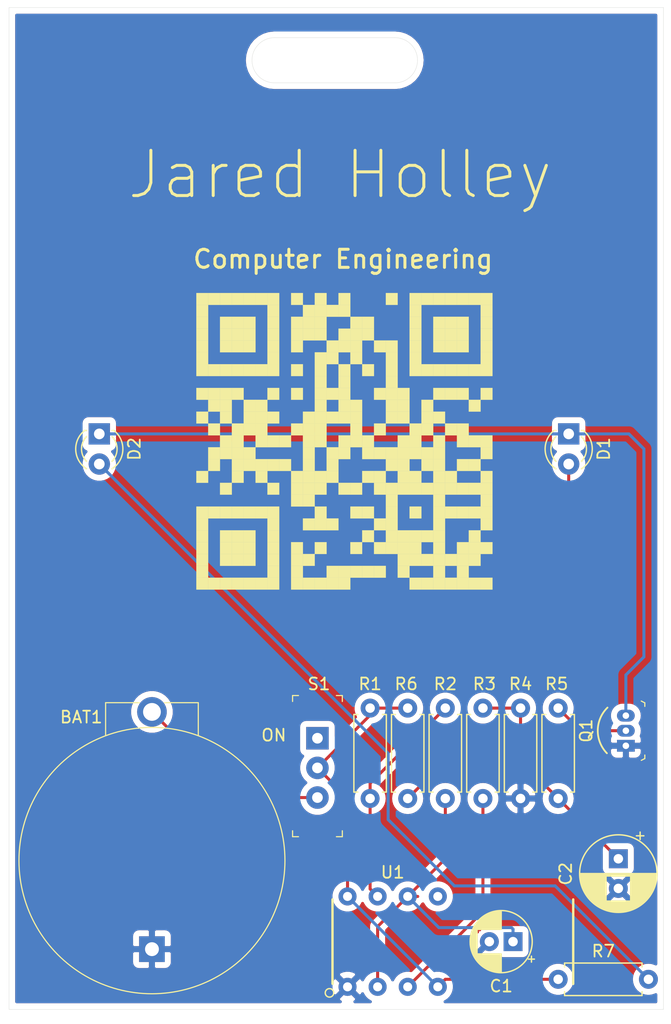
<source format=kicad_pcb>
(kicad_pcb (version 20171130) (host pcbnew "(5.1.4-0-10_14)")

  (general
    (thickness 1.6)
    (drawings 11)
    (tracks 52)
    (zones 0)
    (modules 16)
    (nets 14)
  )

  (page A4)
  (title_block
    (title "555 Badge")
    (rev v01)
    (comment 2 creativecommons.org/licenses/by/4.0/)
    (comment 3 "License: CC BY 4.0")
    (comment 4 "Author: Jared Holley")
  )

  (layers
    (0 F.Cu signal)
    (31 B.Cu signal)
    (32 B.Adhes user)
    (33 F.Adhes user)
    (34 B.Paste user)
    (35 F.Paste user)
    (36 B.SilkS user)
    (37 F.SilkS user)
    (38 B.Mask user)
    (39 F.Mask user)
    (40 Dwgs.User user)
    (41 Cmts.User user)
    (42 Eco1.User user)
    (43 Eco2.User user)
    (44 Edge.Cuts user)
    (45 Margin user)
    (46 B.CrtYd user)
    (47 F.CrtYd user)
    (48 B.Fab user)
    (49 F.Fab user)
  )

  (setup
    (last_trace_width 0.254)
    (trace_clearance 0.254)
    (zone_clearance 0.508)
    (zone_45_only no)
    (trace_min 0.2)
    (via_size 0.762)
    (via_drill 0.381)
    (via_min_size 0.4)
    (via_min_drill 0.3)
    (uvia_size 0.762)
    (uvia_drill 0.381)
    (uvias_allowed no)
    (uvia_min_size 0.2)
    (uvia_min_drill 0.1)
    (edge_width 0.05)
    (segment_width 0.2)
    (pcb_text_width 0.3)
    (pcb_text_size 1.5 1.5)
    (mod_edge_width 0.12)
    (mod_text_size 1 1)
    (mod_text_width 0.15)
    (pad_size 1.524 1.524)
    (pad_drill 0.762)
    (pad_to_mask_clearance 0.051)
    (solder_mask_min_width 0.25)
    (aux_axis_origin 0 0)
    (visible_elements FFFFFF7F)
    (pcbplotparams
      (layerselection 0x010f0_ffffffff)
      (usegerberextensions true)
      (usegerberattributes false)
      (usegerberadvancedattributes false)
      (creategerberjobfile false)
      (excludeedgelayer true)
      (linewidth 0.100000)
      (plotframeref false)
      (viasonmask false)
      (mode 1)
      (useauxorigin false)
      (hpglpennumber 1)
      (hpglpenspeed 20)
      (hpglpendiameter 15.000000)
      (psnegative false)
      (psa4output false)
      (plotreference true)
      (plotvalue false)
      (plotinvisibletext false)
      (padsonsilk false)
      (subtractmaskfromsilk false)
      (outputformat 1)
      (mirror false)
      (drillshape 0)
      (scaleselection 1)
      (outputdirectory "Gerbers/"))
  )

  (net 0 "")
  (net 1 GND)
  (net 2 "Net-(BAT1-PadPos)")
  (net 3 "Net-(C1-Pad1)")
  (net 4 "Net-(C2-Pad1)")
  (net 5 "Net-(D1-Pad1)")
  (net 6 "Net-(D1-Pad2)")
  (net 7 "Net-(D2-Pad2)")
  (net 8 "Net-(Q1-Pad2)")
  (net 9 VCC)
  (net 10 "Net-(R1-Pad2)")
  (net 11 "Net-(R3-Pad2)")
  (net 12 "Net-(S1-Pad1)")
  (net 13 "Net-(U1-Pad5)")

  (net_class Default "This is the default net class."
    (clearance 0.254)
    (trace_width 0.254)
    (via_dia 0.762)
    (via_drill 0.381)
    (uvia_dia 0.762)
    (uvia_drill 0.381)
    (add_net GND)
    (add_net "Net-(BAT1-PadPos)")
    (add_net "Net-(C1-Pad1)")
    (add_net "Net-(C2-Pad1)")
    (add_net "Net-(D1-Pad1)")
    (add_net "Net-(D1-Pad2)")
    (add_net "Net-(D2-Pad2)")
    (add_net "Net-(Q1-Pad2)")
    (add_net "Net-(R1-Pad2)")
    (add_net "Net-(R3-Pad2)")
    (add_net "Net-(S1-Pad1)")
    (add_net "Net-(U1-Pad5)")
    (add_net VCC)
  )

  (module 555_Badge:LOGO.kicad_mod (layer F.Cu) (tedit 0) (tstamp 5D78E331)
    (at 105.41 58.42)
    (fp_text reference LOGO (at 0 5) (layer F.SilkS) hide
      (effects (font (size 1.524 1.524) (thickness 0.3)))
    )
    (fp_text value "" (at 0 0) (layer F.SilkS)
      (effects (font (size 1.27 1.27) (thickness 0.15)))
    )
    (fp_poly (pts (xy 12 12) (xy 13 12) (xy 13 13) (xy 12 13)
      (xy 12 12)) (layer F.SilkS) (width 0.01))
    (fp_poly (pts (xy 13 12) (xy 14 12) (xy 14 13) (xy 13 13)
      (xy 13 12)) (layer F.SilkS) (width 0.01))
    (fp_poly (pts (xy 14 12) (xy 15 12) (xy 15 13) (xy 14 13)
      (xy 14 12)) (layer F.SilkS) (width 0.01))
    (fp_poly (pts (xy 15 12) (xy 16 12) (xy 16 13) (xy 15 13)
      (xy 15 12)) (layer F.SilkS) (width 0.01))
    (fp_poly (pts (xy 16 12) (xy 17 12) (xy 17 13) (xy 16 13)
      (xy 16 12)) (layer F.SilkS) (width 0.01))
    (fp_poly (pts (xy 17 12) (xy 18 12) (xy 18 13) (xy 17 13)
      (xy 17 12)) (layer F.SilkS) (width 0.01))
    (fp_poly (pts (xy 18 12) (xy 19 12) (xy 19 13) (xy 18 13)
      (xy 18 12)) (layer F.SilkS) (width 0.01))
    (fp_poly (pts (xy 20 12) (xy 21 12) (xy 21 13) (xy 20 13)
      (xy 20 12)) (layer F.SilkS) (width 0.01))
    (fp_poly (pts (xy 22 12) (xy 23 12) (xy 23 13) (xy 22 13)
      (xy 22 12)) (layer F.SilkS) (width 0.01))
    (fp_poly (pts (xy 24 12) (xy 25 12) (xy 25 13) (xy 24 13)
      (xy 24 12)) (layer F.SilkS) (width 0.01))
    (fp_poly (pts (xy 28 12) (xy 29 12) (xy 29 13) (xy 28 13)
      (xy 28 12)) (layer F.SilkS) (width 0.01))
    (fp_poly (pts (xy 30 12) (xy 31 12) (xy 31 13) (xy 30 13)
      (xy 30 12)) (layer F.SilkS) (width 0.01))
    (fp_poly (pts (xy 31 12) (xy 32 12) (xy 32 13) (xy 31 13)
      (xy 31 12)) (layer F.SilkS) (width 0.01))
    (fp_poly (pts (xy 32 12) (xy 33 12) (xy 33 13) (xy 32 13)
      (xy 32 12)) (layer F.SilkS) (width 0.01))
    (fp_poly (pts (xy 33 12) (xy 34 12) (xy 34 13) (xy 33 13)
      (xy 33 12)) (layer F.SilkS) (width 0.01))
    (fp_poly (pts (xy 34 12) (xy 35 12) (xy 35 13) (xy 34 13)
      (xy 34 12)) (layer F.SilkS) (width 0.01))
    (fp_poly (pts (xy 35 12) (xy 36 12) (xy 36 13) (xy 35 13)
      (xy 35 12)) (layer F.SilkS) (width 0.01))
    (fp_poly (pts (xy 36 12) (xy 37 12) (xy 37 13) (xy 36 13)
      (xy 36 12)) (layer F.SilkS) (width 0.01))
    (fp_poly (pts (xy 12 13) (xy 13 13) (xy 13 14) (xy 12 14)
      (xy 12 13)) (layer F.SilkS) (width 0.01))
    (fp_poly (pts (xy 18 13) (xy 19 13) (xy 19 14) (xy 18 14)
      (xy 18 13)) (layer F.SilkS) (width 0.01))
    (fp_poly (pts (xy 21 13) (xy 22 13) (xy 22 14) (xy 21 14)
      (xy 21 13)) (layer F.SilkS) (width 0.01))
    (fp_poly (pts (xy 22 13) (xy 23 13) (xy 23 14) (xy 22 14)
      (xy 22 13)) (layer F.SilkS) (width 0.01))
    (fp_poly (pts (xy 23 13) (xy 24 13) (xy 24 14) (xy 23 14)
      (xy 23 13)) (layer F.SilkS) (width 0.01))
    (fp_poly (pts (xy 24 13) (xy 25 13) (xy 25 14) (xy 24 14)
      (xy 24 13)) (layer F.SilkS) (width 0.01))
    (fp_poly (pts (xy 30 13) (xy 31 13) (xy 31 14) (xy 30 14)
      (xy 30 13)) (layer F.SilkS) (width 0.01))
    (fp_poly (pts (xy 36 13) (xy 37 13) (xy 37 14) (xy 36 14)
      (xy 36 13)) (layer F.SilkS) (width 0.01))
    (fp_poly (pts (xy 12 14) (xy 13 14) (xy 13 15) (xy 12 15)
      (xy 12 14)) (layer F.SilkS) (width 0.01))
    (fp_poly (pts (xy 14 14) (xy 15 14) (xy 15 15) (xy 14 15)
      (xy 14 14)) (layer F.SilkS) (width 0.01))
    (fp_poly (pts (xy 15 14) (xy 16 14) (xy 16 15) (xy 15 15)
      (xy 15 14)) (layer F.SilkS) (width 0.01))
    (fp_poly (pts (xy 16 14) (xy 17 14) (xy 17 15) (xy 16 15)
      (xy 16 14)) (layer F.SilkS) (width 0.01))
    (fp_poly (pts (xy 18 14) (xy 19 14) (xy 19 15) (xy 18 15)
      (xy 18 14)) (layer F.SilkS) (width 0.01))
    (fp_poly (pts (xy 20 14) (xy 21 14) (xy 21 15) (xy 20 15)
      (xy 20 14)) (layer F.SilkS) (width 0.01))
    (fp_poly (pts (xy 21 14) (xy 22 14) (xy 22 15) (xy 21 15)
      (xy 21 14)) (layer F.SilkS) (width 0.01))
    (fp_poly (pts (xy 22 14) (xy 23 14) (xy 23 15) (xy 22 15)
      (xy 22 14)) (layer F.SilkS) (width 0.01))
    (fp_poly (pts (xy 25 14) (xy 26 14) (xy 26 15) (xy 25 15)
      (xy 25 14)) (layer F.SilkS) (width 0.01))
    (fp_poly (pts (xy 26 14) (xy 27 14) (xy 27 15) (xy 26 15)
      (xy 26 14)) (layer F.SilkS) (width 0.01))
    (fp_poly (pts (xy 30 14) (xy 31 14) (xy 31 15) (xy 30 15)
      (xy 30 14)) (layer F.SilkS) (width 0.01))
    (fp_poly (pts (xy 32 14) (xy 33 14) (xy 33 15) (xy 32 15)
      (xy 32 14)) (layer F.SilkS) (width 0.01))
    (fp_poly (pts (xy 33 14) (xy 34 14) (xy 34 15) (xy 33 15)
      (xy 33 14)) (layer F.SilkS) (width 0.01))
    (fp_poly (pts (xy 34 14) (xy 35 14) (xy 35 15) (xy 34 15)
      (xy 34 14)) (layer F.SilkS) (width 0.01))
    (fp_poly (pts (xy 36 14) (xy 37 14) (xy 37 15) (xy 36 15)
      (xy 36 14)) (layer F.SilkS) (width 0.01))
    (fp_poly (pts (xy 12 15) (xy 13 15) (xy 13 16) (xy 12 16)
      (xy 12 15)) (layer F.SilkS) (width 0.01))
    (fp_poly (pts (xy 14 15) (xy 15 15) (xy 15 16) (xy 14 16)
      (xy 14 15)) (layer F.SilkS) (width 0.01))
    (fp_poly (pts (xy 15 15) (xy 16 15) (xy 16 16) (xy 15 16)
      (xy 15 15)) (layer F.SilkS) (width 0.01))
    (fp_poly (pts (xy 16 15) (xy 17 15) (xy 17 16) (xy 16 16)
      (xy 16 15)) (layer F.SilkS) (width 0.01))
    (fp_poly (pts (xy 18 15) (xy 19 15) (xy 19 16) (xy 18 16)
      (xy 18 15)) (layer F.SilkS) (width 0.01))
    (fp_poly (pts (xy 20 15) (xy 21 15) (xy 21 16) (xy 20 16)
      (xy 20 15)) (layer F.SilkS) (width 0.01))
    (fp_poly (pts (xy 21 15) (xy 22 15) (xy 22 16) (xy 21 16)
      (xy 21 15)) (layer F.SilkS) (width 0.01))
    (fp_poly (pts (xy 22 15) (xy 23 15) (xy 23 16) (xy 22 16)
      (xy 22 15)) (layer F.SilkS) (width 0.01))
    (fp_poly (pts (xy 24 15) (xy 25 15) (xy 25 16) (xy 24 16)
      (xy 24 15)) (layer F.SilkS) (width 0.01))
    (fp_poly (pts (xy 25 15) (xy 26 15) (xy 26 16) (xy 25 16)
      (xy 25 15)) (layer F.SilkS) (width 0.01))
    (fp_poly (pts (xy 26 15) (xy 27 15) (xy 27 16) (xy 26 16)
      (xy 26 15)) (layer F.SilkS) (width 0.01))
    (fp_poly (pts (xy 30 15) (xy 31 15) (xy 31 16) (xy 30 16)
      (xy 30 15)) (layer F.SilkS) (width 0.01))
    (fp_poly (pts (xy 32 15) (xy 33 15) (xy 33 16) (xy 32 16)
      (xy 32 15)) (layer F.SilkS) (width 0.01))
    (fp_poly (pts (xy 33 15) (xy 34 15) (xy 34 16) (xy 33 16)
      (xy 33 15)) (layer F.SilkS) (width 0.01))
    (fp_poly (pts (xy 34 15) (xy 35 15) (xy 35 16) (xy 34 16)
      (xy 34 15)) (layer F.SilkS) (width 0.01))
    (fp_poly (pts (xy 36 15) (xy 37 15) (xy 37 16) (xy 36 16)
      (xy 36 15)) (layer F.SilkS) (width 0.01))
    (fp_poly (pts (xy 12 16) (xy 13 16) (xy 13 17) (xy 12 17)
      (xy 12 16)) (layer F.SilkS) (width 0.01))
    (fp_poly (pts (xy 14 16) (xy 15 16) (xy 15 17) (xy 14 17)
      (xy 14 16)) (layer F.SilkS) (width 0.01))
    (fp_poly (pts (xy 15 16) (xy 16 16) (xy 16 17) (xy 15 17)
      (xy 15 16)) (layer F.SilkS) (width 0.01))
    (fp_poly (pts (xy 16 16) (xy 17 16) (xy 17 17) (xy 16 17)
      (xy 16 16)) (layer F.SilkS) (width 0.01))
    (fp_poly (pts (xy 18 16) (xy 19 16) (xy 19 17) (xy 18 17)
      (xy 18 16)) (layer F.SilkS) (width 0.01))
    (fp_poly (pts (xy 20 16) (xy 21 16) (xy 21 17) (xy 20 17)
      (xy 20 16)) (layer F.SilkS) (width 0.01))
    (fp_poly (pts (xy 23 16) (xy 24 16) (xy 24 17) (xy 23 17)
      (xy 23 16)) (layer F.SilkS) (width 0.01))
    (fp_poly (pts (xy 24 16) (xy 25 16) (xy 25 17) (xy 24 17)
      (xy 24 16)) (layer F.SilkS) (width 0.01))
    (fp_poly (pts (xy 25 16) (xy 26 16) (xy 26 17) (xy 25 17)
      (xy 25 16)) (layer F.SilkS) (width 0.01))
    (fp_poly (pts (xy 27 16) (xy 28 16) (xy 28 17) (xy 27 17)
      (xy 27 16)) (layer F.SilkS) (width 0.01))
    (fp_poly (pts (xy 28 16) (xy 29 16) (xy 29 17) (xy 28 17)
      (xy 28 16)) (layer F.SilkS) (width 0.01))
    (fp_poly (pts (xy 30 16) (xy 31 16) (xy 31 17) (xy 30 17)
      (xy 30 16)) (layer F.SilkS) (width 0.01))
    (fp_poly (pts (xy 32 16) (xy 33 16) (xy 33 17) (xy 32 17)
      (xy 32 16)) (layer F.SilkS) (width 0.01))
    (fp_poly (pts (xy 33 16) (xy 34 16) (xy 34 17) (xy 33 17)
      (xy 33 16)) (layer F.SilkS) (width 0.01))
    (fp_poly (pts (xy 34 16) (xy 35 16) (xy 35 17) (xy 34 17)
      (xy 34 16)) (layer F.SilkS) (width 0.01))
    (fp_poly (pts (xy 36 16) (xy 37 16) (xy 37 17) (xy 36 17)
      (xy 36 16)) (layer F.SilkS) (width 0.01))
    (fp_poly (pts (xy 12 17) (xy 13 17) (xy 13 18) (xy 12 18)
      (xy 12 17)) (layer F.SilkS) (width 0.01))
    (fp_poly (pts (xy 18 17) (xy 19 17) (xy 19 18) (xy 18 18)
      (xy 18 17)) (layer F.SilkS) (width 0.01))
    (fp_poly (pts (xy 22 17) (xy 23 17) (xy 23 18) (xy 22 18)
      (xy 22 17)) (layer F.SilkS) (width 0.01))
    (fp_poly (pts (xy 23 17) (xy 24 17) (xy 24 18) (xy 23 18)
      (xy 23 17)) (layer F.SilkS) (width 0.01))
    (fp_poly (pts (xy 25 17) (xy 26 17) (xy 26 18) (xy 25 18)
      (xy 25 17)) (layer F.SilkS) (width 0.01))
    (fp_poly (pts (xy 28 17) (xy 29 17) (xy 29 18) (xy 28 18)
      (xy 28 17)) (layer F.SilkS) (width 0.01))
    (fp_poly (pts (xy 30 17) (xy 31 17) (xy 31 18) (xy 30 18)
      (xy 30 17)) (layer F.SilkS) (width 0.01))
    (fp_poly (pts (xy 36 17) (xy 37 17) (xy 37 18) (xy 36 18)
      (xy 36 17)) (layer F.SilkS) (width 0.01))
    (fp_poly (pts (xy 12 18) (xy 13 18) (xy 13 19) (xy 12 19)
      (xy 12 18)) (layer F.SilkS) (width 0.01))
    (fp_poly (pts (xy 13 18) (xy 14 18) (xy 14 19) (xy 13 19)
      (xy 13 18)) (layer F.SilkS) (width 0.01))
    (fp_poly (pts (xy 14 18) (xy 15 18) (xy 15 19) (xy 14 19)
      (xy 14 18)) (layer F.SilkS) (width 0.01))
    (fp_poly (pts (xy 15 18) (xy 16 18) (xy 16 19) (xy 15 19)
      (xy 15 18)) (layer F.SilkS) (width 0.01))
    (fp_poly (pts (xy 16 18) (xy 17 18) (xy 17 19) (xy 16 19)
      (xy 16 18)) (layer F.SilkS) (width 0.01))
    (fp_poly (pts (xy 17 18) (xy 18 18) (xy 18 19) (xy 17 19)
      (xy 17 18)) (layer F.SilkS) (width 0.01))
    (fp_poly (pts (xy 18 18) (xy 19 18) (xy 19 19) (xy 18 19)
      (xy 18 18)) (layer F.SilkS) (width 0.01))
    (fp_poly (pts (xy 20 18) (xy 21 18) (xy 21 19) (xy 20 19)
      (xy 20 18)) (layer F.SilkS) (width 0.01))
    (fp_poly (pts (xy 22 18) (xy 23 18) (xy 23 19) (xy 22 19)
      (xy 22 18)) (layer F.SilkS) (width 0.01))
    (fp_poly (pts (xy 24 18) (xy 25 18) (xy 25 19) (xy 24 19)
      (xy 24 18)) (layer F.SilkS) (width 0.01))
    (fp_poly (pts (xy 26 18) (xy 27 18) (xy 27 19) (xy 26 19)
      (xy 26 18)) (layer F.SilkS) (width 0.01))
    (fp_poly (pts (xy 28 18) (xy 29 18) (xy 29 19) (xy 28 19)
      (xy 28 18)) (layer F.SilkS) (width 0.01))
    (fp_poly (pts (xy 30 18) (xy 31 18) (xy 31 19) (xy 30 19)
      (xy 30 18)) (layer F.SilkS) (width 0.01))
    (fp_poly (pts (xy 31 18) (xy 32 18) (xy 32 19) (xy 31 19)
      (xy 31 18)) (layer F.SilkS) (width 0.01))
    (fp_poly (pts (xy 32 18) (xy 33 18) (xy 33 19) (xy 32 19)
      (xy 32 18)) (layer F.SilkS) (width 0.01))
    (fp_poly (pts (xy 33 18) (xy 34 18) (xy 34 19) (xy 33 19)
      (xy 33 18)) (layer F.SilkS) (width 0.01))
    (fp_poly (pts (xy 34 18) (xy 35 18) (xy 35 19) (xy 34 19)
      (xy 34 18)) (layer F.SilkS) (width 0.01))
    (fp_poly (pts (xy 35 18) (xy 36 18) (xy 36 19) (xy 35 19)
      (xy 35 18)) (layer F.SilkS) (width 0.01))
    (fp_poly (pts (xy 36 18) (xy 37 18) (xy 37 19) (xy 36 19)
      (xy 36 18)) (layer F.SilkS) (width 0.01))
    (fp_poly (pts (xy 22 19) (xy 23 19) (xy 23 20) (xy 22 20)
      (xy 22 19)) (layer F.SilkS) (width 0.01))
    (fp_poly (pts (xy 24 19) (xy 25 19) (xy 25 20) (xy 24 20)
      (xy 24 19)) (layer F.SilkS) (width 0.01))
    (fp_poly (pts (xy 28 19) (xy 29 19) (xy 29 20) (xy 28 20)
      (xy 28 19)) (layer F.SilkS) (width 0.01))
    (fp_poly (pts (xy 12 20) (xy 13 20) (xy 13 21) (xy 12 21)
      (xy 12 20)) (layer F.SilkS) (width 0.01))
    (fp_poly (pts (xy 13 20) (xy 14 20) (xy 14 21) (xy 13 21)
      (xy 13 20)) (layer F.SilkS) (width 0.01))
    (fp_poly (pts (xy 14 20) (xy 15 20) (xy 15 21) (xy 14 21)
      (xy 14 20)) (layer F.SilkS) (width 0.01))
    (fp_poly (pts (xy 15 20) (xy 16 20) (xy 16 21) (xy 15 21)
      (xy 15 20)) (layer F.SilkS) (width 0.01))
    (fp_poly (pts (xy 18 20) (xy 19 20) (xy 19 21) (xy 18 21)
      (xy 18 20)) (layer F.SilkS) (width 0.01))
    (fp_poly (pts (xy 20 20) (xy 21 20) (xy 21 21) (xy 20 21)
      (xy 20 20)) (layer F.SilkS) (width 0.01))
    (fp_poly (pts (xy 22 20) (xy 23 20) (xy 23 21) (xy 22 21)
      (xy 22 20)) (layer F.SilkS) (width 0.01))
    (fp_poly (pts (xy 23 20) (xy 24 20) (xy 24 21) (xy 23 21)
      (xy 23 20)) (layer F.SilkS) (width 0.01))
    (fp_poly (pts (xy 24 20) (xy 25 20) (xy 25 21) (xy 24 21)
      (xy 24 20)) (layer F.SilkS) (width 0.01))
    (fp_poly (pts (xy 27 20) (xy 28 20) (xy 28 21) (xy 27 21)
      (xy 27 20)) (layer F.SilkS) (width 0.01))
    (fp_poly (pts (xy 28 20) (xy 29 20) (xy 29 21) (xy 28 21)
      (xy 28 20)) (layer F.SilkS) (width 0.01))
    (fp_poly (pts (xy 29 20) (xy 30 20) (xy 30 21) (xy 29 21)
      (xy 29 20)) (layer F.SilkS) (width 0.01))
    (fp_poly (pts (xy 32 20) (xy 33 20) (xy 33 21) (xy 32 21)
      (xy 32 20)) (layer F.SilkS) (width 0.01))
    (fp_poly (pts (xy 33 20) (xy 34 20) (xy 34 21) (xy 33 21)
      (xy 33 20)) (layer F.SilkS) (width 0.01))
    (fp_poly (pts (xy 34 20) (xy 35 20) (xy 35 21) (xy 34 21)
      (xy 34 20)) (layer F.SilkS) (width 0.01))
    (fp_poly (pts (xy 36 20) (xy 37 20) (xy 37 21) (xy 36 21)
      (xy 36 20)) (layer F.SilkS) (width 0.01))
    (fp_poly (pts (xy 13 21) (xy 14 21) (xy 14 22) (xy 13 22)
      (xy 13 21)) (layer F.SilkS) (width 0.01))
    (fp_poly (pts (xy 14 21) (xy 15 21) (xy 15 22) (xy 14 22)
      (xy 14 21)) (layer F.SilkS) (width 0.01))
    (fp_poly (pts (xy 16 21) (xy 17 21) (xy 17 22) (xy 16 22)
      (xy 16 21)) (layer F.SilkS) (width 0.01))
    (fp_poly (pts (xy 17 21) (xy 18 21) (xy 18 22) (xy 17 22)
      (xy 17 21)) (layer F.SilkS) (width 0.01))
    (fp_poly (pts (xy 22 21) (xy 23 21) (xy 23 22) (xy 22 22)
      (xy 22 21)) (layer F.SilkS) (width 0.01))
    (fp_poly (pts (xy 24 21) (xy 25 21) (xy 25 22) (xy 24 22)
      (xy 24 21)) (layer F.SilkS) (width 0.01))
    (fp_poly (pts (xy 25 21) (xy 26 21) (xy 26 22) (xy 25 22)
      (xy 25 21)) (layer F.SilkS) (width 0.01))
    (fp_poly (pts (xy 28 21) (xy 29 21) (xy 29 22) (xy 28 22)
      (xy 28 21)) (layer F.SilkS) (width 0.01))
    (fp_poly (pts (xy 29 21) (xy 30 21) (xy 30 22) (xy 29 22)
      (xy 29 21)) (layer F.SilkS) (width 0.01))
    (fp_poly (pts (xy 31 21) (xy 32 21) (xy 32 22) (xy 31 22)
      (xy 31 21)) (layer F.SilkS) (width 0.01))
    (fp_poly (pts (xy 35 21) (xy 36 21) (xy 36 22) (xy 35 22)
      (xy 35 21)) (layer F.SilkS) (width 0.01))
    (fp_poly (pts (xy 12 22) (xy 13 22) (xy 13 23) (xy 12 23)
      (xy 12 22)) (layer F.SilkS) (width 0.01))
    (fp_poly (pts (xy 14 22) (xy 15 22) (xy 15 23) (xy 14 23)
      (xy 14 22)) (layer F.SilkS) (width 0.01))
    (fp_poly (pts (xy 16 22) (xy 17 22) (xy 17 23) (xy 16 23)
      (xy 16 22)) (layer F.SilkS) (width 0.01))
    (fp_poly (pts (xy 17 22) (xy 18 22) (xy 18 23) (xy 17 23)
      (xy 17 22)) (layer F.SilkS) (width 0.01))
    (fp_poly (pts (xy 18 22) (xy 19 22) (xy 19 23) (xy 18 23)
      (xy 18 22)) (layer F.SilkS) (width 0.01))
    (fp_poly (pts (xy 21 22) (xy 22 22) (xy 22 23) (xy 21 23)
      (xy 21 22)) (layer F.SilkS) (width 0.01))
    (fp_poly (pts (xy 22 22) (xy 23 22) (xy 23 23) (xy 22 23)
      (xy 22 22)) (layer F.SilkS) (width 0.01))
    (fp_poly (pts (xy 23 22) (xy 24 22) (xy 24 23) (xy 23 23)
      (xy 23 22)) (layer F.SilkS) (width 0.01))
    (fp_poly (pts (xy 24 22) (xy 25 22) (xy 25 23) (xy 24 23)
      (xy 24 22)) (layer F.SilkS) (width 0.01))
    (fp_poly (pts (xy 25 22) (xy 26 22) (xy 26 23) (xy 25 23)
      (xy 25 22)) (layer F.SilkS) (width 0.01))
    (fp_poly (pts (xy 28 22) (xy 29 22) (xy 29 23) (xy 28 23)
      (xy 28 22)) (layer F.SilkS) (width 0.01))
    (fp_poly (pts (xy 29 22) (xy 30 22) (xy 30 23) (xy 29 23)
      (xy 29 22)) (layer F.SilkS) (width 0.01))
    (fp_poly (pts (xy 31 22) (xy 32 22) (xy 32 23) (xy 31 23)
      (xy 31 22)) (layer F.SilkS) (width 0.01))
    (fp_poly (pts (xy 32 22) (xy 33 22) (xy 33 23) (xy 32 23)
      (xy 32 22)) (layer F.SilkS) (width 0.01))
    (fp_poly (pts (xy 13 23) (xy 14 23) (xy 14 24) (xy 13 24)
      (xy 13 23)) (layer F.SilkS) (width 0.01))
    (fp_poly (pts (xy 15 23) (xy 16 23) (xy 16 24) (xy 15 24)
      (xy 15 23)) (layer F.SilkS) (width 0.01))
    (fp_poly (pts (xy 16 23) (xy 17 23) (xy 17 24) (xy 16 24)
      (xy 16 23)) (layer F.SilkS) (width 0.01))
    (fp_poly (pts (xy 17 23) (xy 18 23) (xy 18 24) (xy 17 24)
      (xy 17 23)) (layer F.SilkS) (width 0.01))
    (fp_poly (pts (xy 20 23) (xy 21 23) (xy 21 24) (xy 20 24)
      (xy 20 23)) (layer F.SilkS) (width 0.01))
    (fp_poly (pts (xy 21 23) (xy 22 23) (xy 22 24) (xy 21 24)
      (xy 21 23)) (layer F.SilkS) (width 0.01))
    (fp_poly (pts (xy 22 23) (xy 23 23) (xy 23 24) (xy 22 24)
      (xy 22 23)) (layer F.SilkS) (width 0.01))
    (fp_poly (pts (xy 25 23) (xy 26 23) (xy 26 24) (xy 25 24)
      (xy 25 23)) (layer F.SilkS) (width 0.01))
    (fp_poly (pts (xy 27 23) (xy 28 23) (xy 28 24) (xy 27 24)
      (xy 27 23)) (layer F.SilkS) (width 0.01))
    (fp_poly (pts (xy 30 23) (xy 31 23) (xy 31 24) (xy 30 24)
      (xy 30 23)) (layer F.SilkS) (width 0.01))
    (fp_poly (pts (xy 31 23) (xy 32 23) (xy 32 24) (xy 31 24)
      (xy 31 23)) (layer F.SilkS) (width 0.01))
    (fp_poly (pts (xy 33 23) (xy 34 23) (xy 34 24) (xy 33 24)
      (xy 33 23)) (layer F.SilkS) (width 0.01))
    (fp_poly (pts (xy 34 23) (xy 35 23) (xy 35 24) (xy 34 24)
      (xy 34 23)) (layer F.SilkS) (width 0.01))
    (fp_poly (pts (xy 14 24) (xy 15 24) (xy 15 25) (xy 14 25)
      (xy 14 24)) (layer F.SilkS) (width 0.01))
    (fp_poly (pts (xy 15 24) (xy 16 24) (xy 16 25) (xy 15 25)
      (xy 15 24)) (layer F.SilkS) (width 0.01))
    (fp_poly (pts (xy 17 24) (xy 18 24) (xy 18 25) (xy 17 25)
      (xy 17 24)) (layer F.SilkS) (width 0.01))
    (fp_poly (pts (xy 18 24) (xy 19 24) (xy 19 25) (xy 18 25)
      (xy 18 24)) (layer F.SilkS) (width 0.01))
    (fp_poly (pts (xy 19 24) (xy 20 24) (xy 20 25) (xy 19 25)
      (xy 19 24)) (layer F.SilkS) (width 0.01))
    (fp_poly (pts (xy 21 24) (xy 22 24) (xy 22 25) (xy 21 25)
      (xy 21 24)) (layer F.SilkS) (width 0.01))
    (fp_poly (pts (xy 22 24) (xy 23 24) (xy 23 25) (xy 22 25)
      (xy 22 24)) (layer F.SilkS) (width 0.01))
    (fp_poly (pts (xy 24 24) (xy 25 24) (xy 25 25) (xy 24 25)
      (xy 24 24)) (layer F.SilkS) (width 0.01))
    (fp_poly (pts (xy 25 24) (xy 26 24) (xy 26 25) (xy 25 25)
      (xy 25 24)) (layer F.SilkS) (width 0.01))
    (fp_poly (pts (xy 26 24) (xy 27 24) (xy 27 25) (xy 26 25)
      (xy 26 24)) (layer F.SilkS) (width 0.01))
    (fp_poly (pts (xy 29 24) (xy 30 24) (xy 30 25) (xy 29 25)
      (xy 29 24)) (layer F.SilkS) (width 0.01))
    (fp_poly (pts (xy 30 24) (xy 31 24) (xy 31 25) (xy 30 25)
      (xy 30 24)) (layer F.SilkS) (width 0.01))
    (fp_poly (pts (xy 32 24) (xy 33 24) (xy 33 25) (xy 32 25)
      (xy 32 24)) (layer F.SilkS) (width 0.01))
    (fp_poly (pts (xy 34 24) (xy 35 24) (xy 35 25) (xy 34 25)
      (xy 34 24)) (layer F.SilkS) (width 0.01))
    (fp_poly (pts (xy 35 24) (xy 36 24) (xy 36 25) (xy 35 25)
      (xy 35 24)) (layer F.SilkS) (width 0.01))
    (fp_poly (pts (xy 36 24) (xy 37 24) (xy 37 25) (xy 36 25)
      (xy 36 24)) (layer F.SilkS) (width 0.01))
    (fp_poly (pts (xy 13 25) (xy 14 25) (xy 14 26) (xy 13 26)
      (xy 13 25)) (layer F.SilkS) (width 0.01))
    (fp_poly (pts (xy 14 25) (xy 15 25) (xy 15 26) (xy 14 26)
      (xy 14 25)) (layer F.SilkS) (width 0.01))
    (fp_poly (pts (xy 15 25) (xy 16 25) (xy 16 26) (xy 15 26)
      (xy 15 25)) (layer F.SilkS) (width 0.01))
    (fp_poly (pts (xy 16 25) (xy 17 25) (xy 17 26) (xy 16 26)
      (xy 16 25)) (layer F.SilkS) (width 0.01))
    (fp_poly (pts (xy 21 25) (xy 22 25) (xy 22 26) (xy 21 26)
      (xy 21 25)) (layer F.SilkS) (width 0.01))
    (fp_poly (pts (xy 23 25) (xy 24 25) (xy 24 26) (xy 23 26)
      (xy 23 25)) (layer F.SilkS) (width 0.01))
    (fp_poly (pts (xy 24 25) (xy 25 25) (xy 25 26) (xy 24 26)
      (xy 24 25)) (layer F.SilkS) (width 0.01))
    (fp_poly (pts (xy 26 25) (xy 27 25) (xy 27 26) (xy 26 26)
      (xy 26 25)) (layer F.SilkS) (width 0.01))
    (fp_poly (pts (xy 27 25) (xy 28 25) (xy 28 26) (xy 27 26)
      (xy 27 25)) (layer F.SilkS) (width 0.01))
    (fp_poly (pts (xy 28 25) (xy 29 25) (xy 29 26) (xy 28 26)
      (xy 28 25)) (layer F.SilkS) (width 0.01))
    (fp_poly (pts (xy 29 25) (xy 30 25) (xy 30 26) (xy 29 26)
      (xy 29 25)) (layer F.SilkS) (width 0.01))
    (fp_poly (pts (xy 30 25) (xy 31 25) (xy 31 26) (xy 30 26)
      (xy 30 25)) (layer F.SilkS) (width 0.01))
    (fp_poly (pts (xy 31 25) (xy 32 25) (xy 32 26) (xy 31 26)
      (xy 31 25)) (layer F.SilkS) (width 0.01))
    (fp_poly (pts (xy 32 25) (xy 33 25) (xy 33 26) (xy 32 26)
      (xy 32 25)) (layer F.SilkS) (width 0.01))
    (fp_poly (pts (xy 36 25) (xy 37 25) (xy 37 26) (xy 36 26)
      (xy 36 25)) (layer F.SilkS) (width 0.01))
    (fp_poly (pts (xy 13 26) (xy 14 26) (xy 14 27) (xy 13 27)
      (xy 13 26)) (layer F.SilkS) (width 0.01))
    (fp_poly (pts (xy 15 26) (xy 16 26) (xy 16 27) (xy 15 27)
      (xy 15 26)) (layer F.SilkS) (width 0.01))
    (fp_poly (pts (xy 16 26) (xy 17 26) (xy 17 27) (xy 16 27)
      (xy 16 26)) (layer F.SilkS) (width 0.01))
    (fp_poly (pts (xy 17 26) (xy 18 26) (xy 18 27) (xy 17 27)
      (xy 17 26)) (layer F.SilkS) (width 0.01))
    (fp_poly (pts (xy 18 26) (xy 19 26) (xy 19 27) (xy 18 27)
      (xy 18 26)) (layer F.SilkS) (width 0.01))
    (fp_poly (pts (xy 19 26) (xy 20 26) (xy 20 27) (xy 19 27)
      (xy 19 26)) (layer F.SilkS) (width 0.01))
    (fp_poly (pts (xy 21 26) (xy 22 26) (xy 22 27) (xy 21 27)
      (xy 21 26)) (layer F.SilkS) (width 0.01))
    (fp_poly (pts (xy 23 26) (xy 24 26) (xy 24 27) (xy 23 27)
      (xy 23 26)) (layer F.SilkS) (width 0.01))
    (fp_poly (pts (xy 28 26) (xy 29 26) (xy 29 27) (xy 28 27)
      (xy 28 26)) (layer F.SilkS) (width 0.01))
    (fp_poly (pts (xy 29 26) (xy 30 26) (xy 30 27) (xy 29 27)
      (xy 29 26)) (layer F.SilkS) (width 0.01))
    (fp_poly (pts (xy 31 26) (xy 32 26) (xy 32 27) (xy 31 27)
      (xy 31 26)) (layer F.SilkS) (width 0.01))
    (fp_poly (pts (xy 32 26) (xy 33 26) (xy 33 27) (xy 32 27)
      (xy 32 26)) (layer F.SilkS) (width 0.01))
    (fp_poly (pts (xy 34 26) (xy 35 26) (xy 35 27) (xy 34 27)
      (xy 34 26)) (layer F.SilkS) (width 0.01))
    (fp_poly (pts (xy 35 26) (xy 36 26) (xy 36 27) (xy 35 27)
      (xy 35 26)) (layer F.SilkS) (width 0.01))
    (fp_poly (pts (xy 12 27) (xy 13 27) (xy 13 28) (xy 12 28)
      (xy 12 27)) (layer F.SilkS) (width 0.01))
    (fp_poly (pts (xy 15 27) (xy 16 27) (xy 16 28) (xy 15 28)
      (xy 15 27)) (layer F.SilkS) (width 0.01))
    (fp_poly (pts (xy 17 27) (xy 18 27) (xy 18 28) (xy 17 28)
      (xy 17 27)) (layer F.SilkS) (width 0.01))
    (fp_poly (pts (xy 20 27) (xy 21 27) (xy 21 28) (xy 20 28)
      (xy 20 27)) (layer F.SilkS) (width 0.01))
    (fp_poly (pts (xy 21 27) (xy 22 27) (xy 22 28) (xy 21 28)
      (xy 21 27)) (layer F.SilkS) (width 0.01))
    (fp_poly (pts (xy 22 27) (xy 23 27) (xy 23 28) (xy 22 28)
      (xy 22 27)) (layer F.SilkS) (width 0.01))
    (fp_poly (pts (xy 23 27) (xy 24 27) (xy 24 28) (xy 23 28)
      (xy 23 27)) (layer F.SilkS) (width 0.01))
    (fp_poly (pts (xy 26 27) (xy 27 27) (xy 27 28) (xy 26 28)
      (xy 26 27)) (layer F.SilkS) (width 0.01))
    (fp_poly (pts (xy 27 27) (xy 28 27) (xy 28 28) (xy 27 28)
      (xy 27 27)) (layer F.SilkS) (width 0.01))
    (fp_poly (pts (xy 29 27) (xy 30 27) (xy 30 28) (xy 29 28)
      (xy 29 27)) (layer F.SilkS) (width 0.01))
    (fp_poly (pts (xy 30 27) (xy 31 27) (xy 31 28) (xy 30 28)
      (xy 30 27)) (layer F.SilkS) (width 0.01))
    (fp_poly (pts (xy 32 27) (xy 33 27) (xy 33 28) (xy 32 28)
      (xy 32 27)) (layer F.SilkS) (width 0.01))
    (fp_poly (pts (xy 33 27) (xy 34 27) (xy 34 28) (xy 33 28)
      (xy 33 27)) (layer F.SilkS) (width 0.01))
    (fp_poly (pts (xy 36 27) (xy 37 27) (xy 37 28) (xy 36 28)
      (xy 36 27)) (layer F.SilkS) (width 0.01))
    (fp_poly (pts (xy 14 28) (xy 15 28) (xy 15 29) (xy 14 29)
      (xy 14 28)) (layer F.SilkS) (width 0.01))
    (fp_poly (pts (xy 18 28) (xy 19 28) (xy 19 29) (xy 18 29)
      (xy 18 28)) (layer F.SilkS) (width 0.01))
    (fp_poly (pts (xy 20 28) (xy 21 28) (xy 21 29) (xy 20 29)
      (xy 20 28)) (layer F.SilkS) (width 0.01))
    (fp_poly (pts (xy 21 28) (xy 22 28) (xy 22 29) (xy 21 29)
      (xy 21 28)) (layer F.SilkS) (width 0.01))
    (fp_poly (pts (xy 22 28) (xy 23 28) (xy 23 29) (xy 22 29)
      (xy 22 28)) (layer F.SilkS) (width 0.01))
    (fp_poly (pts (xy 24 28) (xy 25 28) (xy 25 29) (xy 24 29)
      (xy 24 28)) (layer F.SilkS) (width 0.01))
    (fp_poly (pts (xy 25 28) (xy 26 28) (xy 26 29) (xy 25 29)
      (xy 25 28)) (layer F.SilkS) (width 0.01))
    (fp_poly (pts (xy 27 28) (xy 28 28) (xy 28 29) (xy 27 29)
      (xy 27 28)) (layer F.SilkS) (width 0.01))
    (fp_poly (pts (xy 28 28) (xy 29 28) (xy 29 29) (xy 28 29)
      (xy 28 28)) (layer F.SilkS) (width 0.01))
    (fp_poly (pts (xy 29 28) (xy 30 28) (xy 30 29) (xy 29 29)
      (xy 29 28)) (layer F.SilkS) (width 0.01))
    (fp_poly (pts (xy 30 28) (xy 31 28) (xy 31 29) (xy 30 29)
      (xy 30 28)) (layer F.SilkS) (width 0.01))
    (fp_poly (pts (xy 31 28) (xy 32 28) (xy 32 29) (xy 31 29)
      (xy 31 28)) (layer F.SilkS) (width 0.01))
    (fp_poly (pts (xy 32 28) (xy 33 28) (xy 33 29) (xy 32 29)
      (xy 32 28)) (layer F.SilkS) (width 0.01))
    (fp_poly (pts (xy 33 28) (xy 34 28) (xy 34 29) (xy 33 29)
      (xy 33 28)) (layer F.SilkS) (width 0.01))
    (fp_poly (pts (xy 34 28) (xy 35 28) (xy 35 29) (xy 34 29)
      (xy 34 28)) (layer F.SilkS) (width 0.01))
    (fp_poly (pts (xy 35 28) (xy 36 28) (xy 36 29) (xy 35 29)
      (xy 35 28)) (layer F.SilkS) (width 0.01))
    (fp_poly (pts (xy 36 28) (xy 37 28) (xy 37 29) (xy 36 29)
      (xy 36 28)) (layer F.SilkS) (width 0.01))
    (fp_poly (pts (xy 20 29) (xy 21 29) (xy 21 30) (xy 20 30)
      (xy 20 29)) (layer F.SilkS) (width 0.01))
    (fp_poly (pts (xy 21 29) (xy 22 29) (xy 22 30) (xy 21 30)
      (xy 21 29)) (layer F.SilkS) (width 0.01))
    (fp_poly (pts (xy 28 29) (xy 29 29) (xy 29 30) (xy 28 30)
      (xy 28 29)) (layer F.SilkS) (width 0.01))
    (fp_poly (pts (xy 32 29) (xy 33 29) (xy 33 30) (xy 32 30)
      (xy 32 29)) (layer F.SilkS) (width 0.01))
    (fp_poly (pts (xy 36 29) (xy 37 29) (xy 37 30) (xy 36 30)
      (xy 36 29)) (layer F.SilkS) (width 0.01))
    (fp_poly (pts (xy 12 30) (xy 13 30) (xy 13 31) (xy 12 31)
      (xy 12 30)) (layer F.SilkS) (width 0.01))
    (fp_poly (pts (xy 13 30) (xy 14 30) (xy 14 31) (xy 13 31)
      (xy 13 30)) (layer F.SilkS) (width 0.01))
    (fp_poly (pts (xy 14 30) (xy 15 30) (xy 15 31) (xy 14 31)
      (xy 14 30)) (layer F.SilkS) (width 0.01))
    (fp_poly (pts (xy 15 30) (xy 16 30) (xy 16 31) (xy 15 31)
      (xy 15 30)) (layer F.SilkS) (width 0.01))
    (fp_poly (pts (xy 16 30) (xy 17 30) (xy 17 31) (xy 16 31)
      (xy 16 30)) (layer F.SilkS) (width 0.01))
    (fp_poly (pts (xy 17 30) (xy 18 30) (xy 18 31) (xy 17 31)
      (xy 17 30)) (layer F.SilkS) (width 0.01))
    (fp_poly (pts (xy 18 30) (xy 19 30) (xy 19 31) (xy 18 31)
      (xy 18 30)) (layer F.SilkS) (width 0.01))
    (fp_poly (pts (xy 22 30) (xy 23 30) (xy 23 31) (xy 22 31)
      (xy 22 30)) (layer F.SilkS) (width 0.01))
    (fp_poly (pts (xy 25 30) (xy 26 30) (xy 26 31) (xy 25 31)
      (xy 25 30)) (layer F.SilkS) (width 0.01))
    (fp_poly (pts (xy 26 30) (xy 27 30) (xy 27 31) (xy 26 31)
      (xy 26 30)) (layer F.SilkS) (width 0.01))
    (fp_poly (pts (xy 28 30) (xy 29 30) (xy 29 31) (xy 28 31)
      (xy 28 30)) (layer F.SilkS) (width 0.01))
    (fp_poly (pts (xy 30 30) (xy 31 30) (xy 31 31) (xy 30 31)
      (xy 30 30)) (layer F.SilkS) (width 0.01))
    (fp_poly (pts (xy 32 30) (xy 33 30) (xy 33 31) (xy 32 31)
      (xy 32 30)) (layer F.SilkS) (width 0.01))
    (fp_poly (pts (xy 33 30) (xy 34 30) (xy 34 31) (xy 33 31)
      (xy 33 30)) (layer F.SilkS) (width 0.01))
    (fp_poly (pts (xy 34 30) (xy 35 30) (xy 35 31) (xy 34 31)
      (xy 34 30)) (layer F.SilkS) (width 0.01))
    (fp_poly (pts (xy 35 30) (xy 36 30) (xy 36 31) (xy 35 31)
      (xy 35 30)) (layer F.SilkS) (width 0.01))
    (fp_poly (pts (xy 36 30) (xy 37 30) (xy 37 31) (xy 36 31)
      (xy 36 30)) (layer F.SilkS) (width 0.01))
    (fp_poly (pts (xy 12 31) (xy 13 31) (xy 13 32) (xy 12 32)
      (xy 12 31)) (layer F.SilkS) (width 0.01))
    (fp_poly (pts (xy 18 31) (xy 19 31) (xy 19 32) (xy 18 32)
      (xy 18 31)) (layer F.SilkS) (width 0.01))
    (fp_poly (pts (xy 21 31) (xy 22 31) (xy 22 32) (xy 21 32)
      (xy 21 31)) (layer F.SilkS) (width 0.01))
    (fp_poly (pts (xy 22 31) (xy 23 31) (xy 23 32) (xy 22 32)
      (xy 22 31)) (layer F.SilkS) (width 0.01))
    (fp_poly (pts (xy 23 31) (xy 24 31) (xy 24 32) (xy 23 32)
      (xy 23 31)) (layer F.SilkS) (width 0.01))
    (fp_poly (pts (xy 27 31) (xy 28 31) (xy 28 32) (xy 27 32)
      (xy 27 31)) (layer F.SilkS) (width 0.01))
    (fp_poly (pts (xy 28 31) (xy 29 31) (xy 29 32) (xy 28 32)
      (xy 28 31)) (layer F.SilkS) (width 0.01))
    (fp_poly (pts (xy 32 31) (xy 33 31) (xy 33 32) (xy 32 32)
      (xy 32 31)) (layer F.SilkS) (width 0.01))
    (fp_poly (pts (xy 36 31) (xy 37 31) (xy 37 32) (xy 36 32)
      (xy 36 31)) (layer F.SilkS) (width 0.01))
    (fp_poly (pts (xy 12 32) (xy 13 32) (xy 13 33) (xy 12 33)
      (xy 12 32)) (layer F.SilkS) (width 0.01))
    (fp_poly (pts (xy 14 32) (xy 15 32) (xy 15 33) (xy 14 33)
      (xy 14 32)) (layer F.SilkS) (width 0.01))
    (fp_poly (pts (xy 15 32) (xy 16 32) (xy 16 33) (xy 15 33)
      (xy 15 32)) (layer F.SilkS) (width 0.01))
    (fp_poly (pts (xy 16 32) (xy 17 32) (xy 17 33) (xy 16 33)
      (xy 16 32)) (layer F.SilkS) (width 0.01))
    (fp_poly (pts (xy 18 32) (xy 19 32) (xy 19 33) (xy 18 33)
      (xy 18 32)) (layer F.SilkS) (width 0.01))
    (fp_poly (pts (xy 26 32) (xy 27 32) (xy 27 33) (xy 26 33)
      (xy 26 32)) (layer F.SilkS) (width 0.01))
    (fp_poly (pts (xy 28 32) (xy 29 32) (xy 29 33) (xy 28 33)
      (xy 28 32)) (layer F.SilkS) (width 0.01))
    (fp_poly (pts (xy 29 32) (xy 30 32) (xy 30 33) (xy 29 33)
      (xy 29 32)) (layer F.SilkS) (width 0.01))
    (fp_poly (pts (xy 30 32) (xy 31 32) (xy 31 33) (xy 30 33)
      (xy 30 32)) (layer F.SilkS) (width 0.01))
    (fp_poly (pts (xy 31 32) (xy 32 32) (xy 32 33) (xy 31 33)
      (xy 31 32)) (layer F.SilkS) (width 0.01))
    (fp_poly (pts (xy 32 32) (xy 33 32) (xy 33 33) (xy 32 33)
      (xy 32 32)) (layer F.SilkS) (width 0.01))
    (fp_poly (pts (xy 35 32) (xy 36 32) (xy 36 33) (xy 35 33)
      (xy 35 32)) (layer F.SilkS) (width 0.01))
    (fp_poly (pts (xy 12 33) (xy 13 33) (xy 13 34) (xy 12 34)
      (xy 12 33)) (layer F.SilkS) (width 0.01))
    (fp_poly (pts (xy 14 33) (xy 15 33) (xy 15 34) (xy 14 34)
      (xy 14 33)) (layer F.SilkS) (width 0.01))
    (fp_poly (pts (xy 15 33) (xy 16 33) (xy 16 34) (xy 15 34)
      (xy 15 33)) (layer F.SilkS) (width 0.01))
    (fp_poly (pts (xy 16 33) (xy 17 33) (xy 17 34) (xy 16 34)
      (xy 16 33)) (layer F.SilkS) (width 0.01))
    (fp_poly (pts (xy 18 33) (xy 19 33) (xy 19 34) (xy 18 34)
      (xy 18 33)) (layer F.SilkS) (width 0.01))
    (fp_poly (pts (xy 20 33) (xy 21 33) (xy 21 34) (xy 20 34)
      (xy 20 33)) (layer F.SilkS) (width 0.01))
    (fp_poly (pts (xy 22 33) (xy 23 33) (xy 23 34) (xy 22 34)
      (xy 22 33)) (layer F.SilkS) (width 0.01))
    (fp_poly (pts (xy 25 33) (xy 26 33) (xy 26 34) (xy 25 34)
      (xy 25 33)) (layer F.SilkS) (width 0.01))
    (fp_poly (pts (xy 27 33) (xy 28 33) (xy 28 34) (xy 27 34)
      (xy 27 33)) (layer F.SilkS) (width 0.01))
    (fp_poly (pts (xy 28 33) (xy 29 33) (xy 29 34) (xy 28 34)
      (xy 28 33)) (layer F.SilkS) (width 0.01))
    (fp_poly (pts (xy 29 33) (xy 30 33) (xy 30 34) (xy 29 34)
      (xy 29 33)) (layer F.SilkS) (width 0.01))
    (fp_poly (pts (xy 30 33) (xy 31 33) (xy 31 34) (xy 30 34)
      (xy 30 33)) (layer F.SilkS) (width 0.01))
    (fp_poly (pts (xy 32 33) (xy 33 33) (xy 33 34) (xy 32 34)
      (xy 32 33)) (layer F.SilkS) (width 0.01))
    (fp_poly (pts (xy 34 33) (xy 35 33) (xy 35 34) (xy 34 34)
      (xy 34 33)) (layer F.SilkS) (width 0.01))
    (fp_poly (pts (xy 35 33) (xy 36 33) (xy 36 34) (xy 35 34)
      (xy 35 33)) (layer F.SilkS) (width 0.01))
    (fp_poly (pts (xy 36 33) (xy 37 33) (xy 37 34) (xy 36 34)
      (xy 36 33)) (layer F.SilkS) (width 0.01))
    (fp_poly (pts (xy 12 34) (xy 13 34) (xy 13 35) (xy 12 35)
      (xy 12 34)) (layer F.SilkS) (width 0.01))
    (fp_poly (pts (xy 14 34) (xy 15 34) (xy 15 35) (xy 14 35)
      (xy 14 34)) (layer F.SilkS) (width 0.01))
    (fp_poly (pts (xy 15 34) (xy 16 34) (xy 16 35) (xy 15 35)
      (xy 15 34)) (layer F.SilkS) (width 0.01))
    (fp_poly (pts (xy 16 34) (xy 17 34) (xy 17 35) (xy 16 35)
      (xy 16 34)) (layer F.SilkS) (width 0.01))
    (fp_poly (pts (xy 18 34) (xy 19 34) (xy 19 35) (xy 18 35)
      (xy 18 34)) (layer F.SilkS) (width 0.01))
    (fp_poly (pts (xy 20 34) (xy 21 34) (xy 21 35) (xy 20 35)
      (xy 20 34)) (layer F.SilkS) (width 0.01))
    (fp_poly (pts (xy 21 34) (xy 22 34) (xy 22 35) (xy 21 35)
      (xy 21 34)) (layer F.SilkS) (width 0.01))
    (fp_poly (pts (xy 29 34) (xy 30 34) (xy 30 35) (xy 29 35)
      (xy 29 34)) (layer F.SilkS) (width 0.01))
    (fp_poly (pts (xy 30 34) (xy 31 34) (xy 31 35) (xy 30 35)
      (xy 30 34)) (layer F.SilkS) (width 0.01))
    (fp_poly (pts (xy 31 34) (xy 32 34) (xy 32 35) (xy 31 35)
      (xy 31 34)) (layer F.SilkS) (width 0.01))
    (fp_poly (pts (xy 32 34) (xy 33 34) (xy 33 35) (xy 32 35)
      (xy 32 34)) (layer F.SilkS) (width 0.01))
    (fp_poly (pts (xy 33 34) (xy 34 34) (xy 34 35) (xy 33 35)
      (xy 33 34)) (layer F.SilkS) (width 0.01))
    (fp_poly (pts (xy 34 34) (xy 35 34) (xy 35 35) (xy 34 35)
      (xy 34 34)) (layer F.SilkS) (width 0.01))
    (fp_poly (pts (xy 35 34) (xy 36 34) (xy 36 35) (xy 35 35)
      (xy 35 34)) (layer F.SilkS) (width 0.01))
    (fp_poly (pts (xy 12 35) (xy 13 35) (xy 13 36) (xy 12 36)
      (xy 12 35)) (layer F.SilkS) (width 0.01))
    (fp_poly (pts (xy 18 35) (xy 19 35) (xy 19 36) (xy 18 36)
      (xy 18 35)) (layer F.SilkS) (width 0.01))
    (fp_poly (pts (xy 20 35) (xy 21 35) (xy 21 36) (xy 20 36)
      (xy 20 35)) (layer F.SilkS) (width 0.01))
    (fp_poly (pts (xy 23 35) (xy 24 35) (xy 24 36) (xy 23 36)
      (xy 23 35)) (layer F.SilkS) (width 0.01))
    (fp_poly (pts (xy 24 35) (xy 25 35) (xy 25 36) (xy 24 36)
      (xy 24 35)) (layer F.SilkS) (width 0.01))
    (fp_poly (pts (xy 25 35) (xy 26 35) (xy 26 36) (xy 25 36)
      (xy 25 35)) (layer F.SilkS) (width 0.01))
    (fp_poly (pts (xy 26 35) (xy 27 35) (xy 27 36) (xy 26 36)
      (xy 26 35)) (layer F.SilkS) (width 0.01))
    (fp_poly (pts (xy 27 35) (xy 28 35) (xy 28 36) (xy 27 36)
      (xy 27 35)) (layer F.SilkS) (width 0.01))
    (fp_poly (pts (xy 29 35) (xy 30 35) (xy 30 36) (xy 29 36)
      (xy 29 35)) (layer F.SilkS) (width 0.01))
    (fp_poly (pts (xy 32 35) (xy 33 35) (xy 33 36) (xy 32 36)
      (xy 32 35)) (layer F.SilkS) (width 0.01))
    (fp_poly (pts (xy 34 35) (xy 35 35) (xy 35 36) (xy 34 36)
      (xy 34 35)) (layer F.SilkS) (width 0.01))
    (fp_poly (pts (xy 12 36) (xy 13 36) (xy 13 37) (xy 12 37)
      (xy 12 36)) (layer F.SilkS) (width 0.01))
    (fp_poly (pts (xy 13 36) (xy 14 36) (xy 14 37) (xy 13 37)
      (xy 13 36)) (layer F.SilkS) (width 0.01))
    (fp_poly (pts (xy 14 36) (xy 15 36) (xy 15 37) (xy 14 37)
      (xy 14 36)) (layer F.SilkS) (width 0.01))
    (fp_poly (pts (xy 15 36) (xy 16 36) (xy 16 37) (xy 15 37)
      (xy 15 36)) (layer F.SilkS) (width 0.01))
    (fp_poly (pts (xy 16 36) (xy 17 36) (xy 17 37) (xy 16 37)
      (xy 16 36)) (layer F.SilkS) (width 0.01))
    (fp_poly (pts (xy 17 36) (xy 18 36) (xy 18 37) (xy 17 37)
      (xy 17 36)) (layer F.SilkS) (width 0.01))
    (fp_poly (pts (xy 18 36) (xy 19 36) (xy 19 37) (xy 18 37)
      (xy 18 36)) (layer F.SilkS) (width 0.01))
    (fp_poly (pts (xy 20 36) (xy 21 36) (xy 21 37) (xy 20 37)
      (xy 20 36)) (layer F.SilkS) (width 0.01))
    (fp_poly (pts (xy 21 36) (xy 22 36) (xy 22 37) (xy 21 37)
      (xy 21 36)) (layer F.SilkS) (width 0.01))
    (fp_poly (pts (xy 22 36) (xy 23 36) (xy 23 37) (xy 22 37)
      (xy 22 36)) (layer F.SilkS) (width 0.01))
    (fp_poly (pts (xy 23 36) (xy 24 36) (xy 24 37) (xy 23 37)
      (xy 23 36)) (layer F.SilkS) (width 0.01))
    (fp_poly (pts (xy 24 36) (xy 25 36) (xy 25 37) (xy 24 37)
      (xy 24 36)) (layer F.SilkS) (width 0.01))
    (fp_poly (pts (xy 30 36) (xy 31 36) (xy 31 37) (xy 30 37)
      (xy 30 36)) (layer F.SilkS) (width 0.01))
    (fp_poly (pts (xy 31 36) (xy 32 36) (xy 32 37) (xy 31 37)
      (xy 31 36)) (layer F.SilkS) (width 0.01))
    (fp_poly (pts (xy 32 36) (xy 33 36) (xy 33 37) (xy 32 37)
      (xy 32 36)) (layer F.SilkS) (width 0.01))
    (fp_poly (pts (xy 33 36) (xy 34 36) (xy 34 37) (xy 33 37)
      (xy 33 36)) (layer F.SilkS) (width 0.01))
    (fp_poly (pts (xy 34 36) (xy 35 36) (xy 35 37) (xy 34 37)
      (xy 34 36)) (layer F.SilkS) (width 0.01))
    (fp_poly (pts (xy 35 36) (xy 36 36) (xy 36 37) (xy 35 37)
      (xy 35 36)) (layer F.SilkS) (width 0.01))
    (fp_poly (pts (xy 36 36) (xy 37 36) (xy 37 37) (xy 36 37)
      (xy 36 36)) (layer F.SilkS) (width 0.01))
  )

  (module digikey-footprints:Battery_Holder_Coin_2032_BS-7 (layer F.Cu) (tedit 5ACD0859) (tstamp 5D70D4C7)
    (at 113.665 125.73 90)
    (descr http://www.memoryprotectiondevices.com/datasheets/BS-7-datasheet.pdf)
    (path /5D71929A)
    (fp_text reference BAT1 (at 19.558 -5.969 180) (layer F.SilkS)
      (effects (font (size 1 1) (thickness 0.15)))
    )
    (fp_text value BS-7 (at 7.4676 1.905 90) (layer F.Fab)
      (effects (font (size 1 1) (thickness 0.15)))
    )
    (fp_line (start -3.9624 11.43) (end 21.5138 11.43) (layer F.CrtYd) (width 0.05))
    (fp_line (start -3.9624 -11.43) (end 21.5138 -11.43) (layer F.CrtYd) (width 0.05))
    (fp_line (start 21.5138 -11.43) (end 21.5138 11.43) (layer F.CrtYd) (width 0.05))
    (fp_line (start -3.9624 -11.43) (end -3.9624 11.43) (layer F.CrtYd) (width 0.05))
    (fp_line (start 20.7772 3.9116) (end 20.7772 1.0668) (layer F.SilkS) (width 0.1))
    (fp_line (start 20.7772 -3.9116) (end 20.7772 -1.0668) (layer F.SilkS) (width 0.1))
    (fp_line (start 18.034 3.9116) (end 20.7772 3.9116) (layer F.SilkS) (width 0.1))
    (fp_line (start 18.034 -3.9116) (end 20.7772 -3.9116) (layer F.SilkS) (width 0.1))
    (fp_line (start 20.6756 -3.81) (end 20.6756 3.81) (layer F.Fab) (width 0.1))
    (fp_line (start 17.9832 3.81) (end 20.6756 3.81) (layer F.Fab) (width 0.1))
    (fp_line (start 17.9832 -3.81) (end 20.6756 -3.81) (layer F.Fab) (width 0.1))
    (fp_text user %R (at 7.4676 0 90) (layer F.Fab)
      (effects (font (size 1 1) (thickness 0.15)))
    )
    (fp_circle (center 7.4676 0) (end -3.7592 0) (layer F.SilkS) (width 0.1))
    (fp_circle (center 7.4676 0) (end -3.7084 0) (layer F.Fab) (width 0.1))
    (pad Neg thru_hole rect (at 0 0 90) (size 2.17 2.17) (drill 1.17) (layers *.Cu *.Mask)
      (net 1 GND))
    (pad Pos thru_hole circle (at 20 0 90) (size 2.5 2.5) (drill 1.5) (layers *.Cu *.Mask)
      (net 2 "Net-(BAT1-PadPos)"))
  )

  (module Capacitor_THT:CP_Radial_D5.0mm_P2.00mm (layer F.Cu) (tedit 5AE50EF0) (tstamp 5D70D54A)
    (at 144.145 125.095 180)
    (descr "CP, Radial series, Radial, pin pitch=2.00mm, , diameter=5mm, Electrolytic Capacitor")
    (tags "CP Radial series Radial pin pitch 2.00mm  diameter 5mm Electrolytic Capacitor")
    (path /5D711E1E)
    (fp_text reference C1 (at 1 -3.75) (layer F.SilkS)
      (effects (font (size 1 1) (thickness 0.15)))
    )
    (fp_text value 10uF (at 1 3.75) (layer F.Fab)
      (effects (font (size 1 1) (thickness 0.15)))
    )
    (fp_circle (center 1 0) (end 3.5 0) (layer F.Fab) (width 0.1))
    (fp_circle (center 1 0) (end 3.62 0) (layer F.SilkS) (width 0.12))
    (fp_circle (center 1 0) (end 3.75 0) (layer F.CrtYd) (width 0.05))
    (fp_line (start -1.133605 -1.0875) (end -0.633605 -1.0875) (layer F.Fab) (width 0.1))
    (fp_line (start -0.883605 -1.3375) (end -0.883605 -0.8375) (layer F.Fab) (width 0.1))
    (fp_line (start 1 1.04) (end 1 2.58) (layer F.SilkS) (width 0.12))
    (fp_line (start 1 -2.58) (end 1 -1.04) (layer F.SilkS) (width 0.12))
    (fp_line (start 1.04 1.04) (end 1.04 2.58) (layer F.SilkS) (width 0.12))
    (fp_line (start 1.04 -2.58) (end 1.04 -1.04) (layer F.SilkS) (width 0.12))
    (fp_line (start 1.08 -2.579) (end 1.08 -1.04) (layer F.SilkS) (width 0.12))
    (fp_line (start 1.08 1.04) (end 1.08 2.579) (layer F.SilkS) (width 0.12))
    (fp_line (start 1.12 -2.578) (end 1.12 -1.04) (layer F.SilkS) (width 0.12))
    (fp_line (start 1.12 1.04) (end 1.12 2.578) (layer F.SilkS) (width 0.12))
    (fp_line (start 1.16 -2.576) (end 1.16 -1.04) (layer F.SilkS) (width 0.12))
    (fp_line (start 1.16 1.04) (end 1.16 2.576) (layer F.SilkS) (width 0.12))
    (fp_line (start 1.2 -2.573) (end 1.2 -1.04) (layer F.SilkS) (width 0.12))
    (fp_line (start 1.2 1.04) (end 1.2 2.573) (layer F.SilkS) (width 0.12))
    (fp_line (start 1.24 -2.569) (end 1.24 -1.04) (layer F.SilkS) (width 0.12))
    (fp_line (start 1.24 1.04) (end 1.24 2.569) (layer F.SilkS) (width 0.12))
    (fp_line (start 1.28 -2.565) (end 1.28 -1.04) (layer F.SilkS) (width 0.12))
    (fp_line (start 1.28 1.04) (end 1.28 2.565) (layer F.SilkS) (width 0.12))
    (fp_line (start 1.32 -2.561) (end 1.32 -1.04) (layer F.SilkS) (width 0.12))
    (fp_line (start 1.32 1.04) (end 1.32 2.561) (layer F.SilkS) (width 0.12))
    (fp_line (start 1.36 -2.556) (end 1.36 -1.04) (layer F.SilkS) (width 0.12))
    (fp_line (start 1.36 1.04) (end 1.36 2.556) (layer F.SilkS) (width 0.12))
    (fp_line (start 1.4 -2.55) (end 1.4 -1.04) (layer F.SilkS) (width 0.12))
    (fp_line (start 1.4 1.04) (end 1.4 2.55) (layer F.SilkS) (width 0.12))
    (fp_line (start 1.44 -2.543) (end 1.44 -1.04) (layer F.SilkS) (width 0.12))
    (fp_line (start 1.44 1.04) (end 1.44 2.543) (layer F.SilkS) (width 0.12))
    (fp_line (start 1.48 -2.536) (end 1.48 -1.04) (layer F.SilkS) (width 0.12))
    (fp_line (start 1.48 1.04) (end 1.48 2.536) (layer F.SilkS) (width 0.12))
    (fp_line (start 1.52 -2.528) (end 1.52 -1.04) (layer F.SilkS) (width 0.12))
    (fp_line (start 1.52 1.04) (end 1.52 2.528) (layer F.SilkS) (width 0.12))
    (fp_line (start 1.56 -2.52) (end 1.56 -1.04) (layer F.SilkS) (width 0.12))
    (fp_line (start 1.56 1.04) (end 1.56 2.52) (layer F.SilkS) (width 0.12))
    (fp_line (start 1.6 -2.511) (end 1.6 -1.04) (layer F.SilkS) (width 0.12))
    (fp_line (start 1.6 1.04) (end 1.6 2.511) (layer F.SilkS) (width 0.12))
    (fp_line (start 1.64 -2.501) (end 1.64 -1.04) (layer F.SilkS) (width 0.12))
    (fp_line (start 1.64 1.04) (end 1.64 2.501) (layer F.SilkS) (width 0.12))
    (fp_line (start 1.68 -2.491) (end 1.68 -1.04) (layer F.SilkS) (width 0.12))
    (fp_line (start 1.68 1.04) (end 1.68 2.491) (layer F.SilkS) (width 0.12))
    (fp_line (start 1.721 -2.48) (end 1.721 -1.04) (layer F.SilkS) (width 0.12))
    (fp_line (start 1.721 1.04) (end 1.721 2.48) (layer F.SilkS) (width 0.12))
    (fp_line (start 1.761 -2.468) (end 1.761 -1.04) (layer F.SilkS) (width 0.12))
    (fp_line (start 1.761 1.04) (end 1.761 2.468) (layer F.SilkS) (width 0.12))
    (fp_line (start 1.801 -2.455) (end 1.801 -1.04) (layer F.SilkS) (width 0.12))
    (fp_line (start 1.801 1.04) (end 1.801 2.455) (layer F.SilkS) (width 0.12))
    (fp_line (start 1.841 -2.442) (end 1.841 -1.04) (layer F.SilkS) (width 0.12))
    (fp_line (start 1.841 1.04) (end 1.841 2.442) (layer F.SilkS) (width 0.12))
    (fp_line (start 1.881 -2.428) (end 1.881 -1.04) (layer F.SilkS) (width 0.12))
    (fp_line (start 1.881 1.04) (end 1.881 2.428) (layer F.SilkS) (width 0.12))
    (fp_line (start 1.921 -2.414) (end 1.921 -1.04) (layer F.SilkS) (width 0.12))
    (fp_line (start 1.921 1.04) (end 1.921 2.414) (layer F.SilkS) (width 0.12))
    (fp_line (start 1.961 -2.398) (end 1.961 -1.04) (layer F.SilkS) (width 0.12))
    (fp_line (start 1.961 1.04) (end 1.961 2.398) (layer F.SilkS) (width 0.12))
    (fp_line (start 2.001 -2.382) (end 2.001 -1.04) (layer F.SilkS) (width 0.12))
    (fp_line (start 2.001 1.04) (end 2.001 2.382) (layer F.SilkS) (width 0.12))
    (fp_line (start 2.041 -2.365) (end 2.041 -1.04) (layer F.SilkS) (width 0.12))
    (fp_line (start 2.041 1.04) (end 2.041 2.365) (layer F.SilkS) (width 0.12))
    (fp_line (start 2.081 -2.348) (end 2.081 -1.04) (layer F.SilkS) (width 0.12))
    (fp_line (start 2.081 1.04) (end 2.081 2.348) (layer F.SilkS) (width 0.12))
    (fp_line (start 2.121 -2.329) (end 2.121 -1.04) (layer F.SilkS) (width 0.12))
    (fp_line (start 2.121 1.04) (end 2.121 2.329) (layer F.SilkS) (width 0.12))
    (fp_line (start 2.161 -2.31) (end 2.161 -1.04) (layer F.SilkS) (width 0.12))
    (fp_line (start 2.161 1.04) (end 2.161 2.31) (layer F.SilkS) (width 0.12))
    (fp_line (start 2.201 -2.29) (end 2.201 -1.04) (layer F.SilkS) (width 0.12))
    (fp_line (start 2.201 1.04) (end 2.201 2.29) (layer F.SilkS) (width 0.12))
    (fp_line (start 2.241 -2.268) (end 2.241 -1.04) (layer F.SilkS) (width 0.12))
    (fp_line (start 2.241 1.04) (end 2.241 2.268) (layer F.SilkS) (width 0.12))
    (fp_line (start 2.281 -2.247) (end 2.281 -1.04) (layer F.SilkS) (width 0.12))
    (fp_line (start 2.281 1.04) (end 2.281 2.247) (layer F.SilkS) (width 0.12))
    (fp_line (start 2.321 -2.224) (end 2.321 -1.04) (layer F.SilkS) (width 0.12))
    (fp_line (start 2.321 1.04) (end 2.321 2.224) (layer F.SilkS) (width 0.12))
    (fp_line (start 2.361 -2.2) (end 2.361 -1.04) (layer F.SilkS) (width 0.12))
    (fp_line (start 2.361 1.04) (end 2.361 2.2) (layer F.SilkS) (width 0.12))
    (fp_line (start 2.401 -2.175) (end 2.401 -1.04) (layer F.SilkS) (width 0.12))
    (fp_line (start 2.401 1.04) (end 2.401 2.175) (layer F.SilkS) (width 0.12))
    (fp_line (start 2.441 -2.149) (end 2.441 -1.04) (layer F.SilkS) (width 0.12))
    (fp_line (start 2.441 1.04) (end 2.441 2.149) (layer F.SilkS) (width 0.12))
    (fp_line (start 2.481 -2.122) (end 2.481 -1.04) (layer F.SilkS) (width 0.12))
    (fp_line (start 2.481 1.04) (end 2.481 2.122) (layer F.SilkS) (width 0.12))
    (fp_line (start 2.521 -2.095) (end 2.521 -1.04) (layer F.SilkS) (width 0.12))
    (fp_line (start 2.521 1.04) (end 2.521 2.095) (layer F.SilkS) (width 0.12))
    (fp_line (start 2.561 -2.065) (end 2.561 -1.04) (layer F.SilkS) (width 0.12))
    (fp_line (start 2.561 1.04) (end 2.561 2.065) (layer F.SilkS) (width 0.12))
    (fp_line (start 2.601 -2.035) (end 2.601 -1.04) (layer F.SilkS) (width 0.12))
    (fp_line (start 2.601 1.04) (end 2.601 2.035) (layer F.SilkS) (width 0.12))
    (fp_line (start 2.641 -2.004) (end 2.641 -1.04) (layer F.SilkS) (width 0.12))
    (fp_line (start 2.641 1.04) (end 2.641 2.004) (layer F.SilkS) (width 0.12))
    (fp_line (start 2.681 -1.971) (end 2.681 -1.04) (layer F.SilkS) (width 0.12))
    (fp_line (start 2.681 1.04) (end 2.681 1.971) (layer F.SilkS) (width 0.12))
    (fp_line (start 2.721 -1.937) (end 2.721 -1.04) (layer F.SilkS) (width 0.12))
    (fp_line (start 2.721 1.04) (end 2.721 1.937) (layer F.SilkS) (width 0.12))
    (fp_line (start 2.761 -1.901) (end 2.761 -1.04) (layer F.SilkS) (width 0.12))
    (fp_line (start 2.761 1.04) (end 2.761 1.901) (layer F.SilkS) (width 0.12))
    (fp_line (start 2.801 -1.864) (end 2.801 -1.04) (layer F.SilkS) (width 0.12))
    (fp_line (start 2.801 1.04) (end 2.801 1.864) (layer F.SilkS) (width 0.12))
    (fp_line (start 2.841 -1.826) (end 2.841 -1.04) (layer F.SilkS) (width 0.12))
    (fp_line (start 2.841 1.04) (end 2.841 1.826) (layer F.SilkS) (width 0.12))
    (fp_line (start 2.881 -1.785) (end 2.881 -1.04) (layer F.SilkS) (width 0.12))
    (fp_line (start 2.881 1.04) (end 2.881 1.785) (layer F.SilkS) (width 0.12))
    (fp_line (start 2.921 -1.743) (end 2.921 -1.04) (layer F.SilkS) (width 0.12))
    (fp_line (start 2.921 1.04) (end 2.921 1.743) (layer F.SilkS) (width 0.12))
    (fp_line (start 2.961 -1.699) (end 2.961 -1.04) (layer F.SilkS) (width 0.12))
    (fp_line (start 2.961 1.04) (end 2.961 1.699) (layer F.SilkS) (width 0.12))
    (fp_line (start 3.001 -1.653) (end 3.001 -1.04) (layer F.SilkS) (width 0.12))
    (fp_line (start 3.001 1.04) (end 3.001 1.653) (layer F.SilkS) (width 0.12))
    (fp_line (start 3.041 -1.605) (end 3.041 1.605) (layer F.SilkS) (width 0.12))
    (fp_line (start 3.081 -1.554) (end 3.081 1.554) (layer F.SilkS) (width 0.12))
    (fp_line (start 3.121 -1.5) (end 3.121 1.5) (layer F.SilkS) (width 0.12))
    (fp_line (start 3.161 -1.443) (end 3.161 1.443) (layer F.SilkS) (width 0.12))
    (fp_line (start 3.201 -1.383) (end 3.201 1.383) (layer F.SilkS) (width 0.12))
    (fp_line (start 3.241 -1.319) (end 3.241 1.319) (layer F.SilkS) (width 0.12))
    (fp_line (start 3.281 -1.251) (end 3.281 1.251) (layer F.SilkS) (width 0.12))
    (fp_line (start 3.321 -1.178) (end 3.321 1.178) (layer F.SilkS) (width 0.12))
    (fp_line (start 3.361 -1.098) (end 3.361 1.098) (layer F.SilkS) (width 0.12))
    (fp_line (start 3.401 -1.011) (end 3.401 1.011) (layer F.SilkS) (width 0.12))
    (fp_line (start 3.441 -0.915) (end 3.441 0.915) (layer F.SilkS) (width 0.12))
    (fp_line (start 3.481 -0.805) (end 3.481 0.805) (layer F.SilkS) (width 0.12))
    (fp_line (start 3.521 -0.677) (end 3.521 0.677) (layer F.SilkS) (width 0.12))
    (fp_line (start 3.561 -0.518) (end 3.561 0.518) (layer F.SilkS) (width 0.12))
    (fp_line (start 3.601 -0.284) (end 3.601 0.284) (layer F.SilkS) (width 0.12))
    (fp_line (start -1.804775 -1.475) (end -1.304775 -1.475) (layer F.SilkS) (width 0.12))
    (fp_line (start -1.554775 -1.725) (end -1.554775 -1.225) (layer F.SilkS) (width 0.12))
    (fp_text user %R (at 1 0) (layer F.Fab)
      (effects (font (size 1 1) (thickness 0.15)))
    )
    (pad 1 thru_hole rect (at 0 0 180) (size 1.6 1.6) (drill 0.8) (layers *.Cu *.Mask)
      (net 3 "Net-(C1-Pad1)"))
    (pad 2 thru_hole circle (at 2 0 180) (size 1.6 1.6) (drill 0.8) (layers *.Cu *.Mask)
      (net 1 GND))
    (model ${KISYS3DMOD}/Capacitor_THT.3dshapes/CP_Radial_D5.0mm_P2.00mm.wrl
      (at (xyz 0 0 0))
      (scale (xyz 1 1 1))
      (rotate (xyz 0 0 0))
    )
  )

  (module Capacitor_THT:CP_Radial_D6.3mm_P2.50mm (layer F.Cu) (tedit 5AE50EF0) (tstamp 5D70D5DE)
    (at 153.035 118.11 270)
    (descr "CP, Radial series, Radial, pin pitch=2.50mm, , diameter=6.3mm, Electrolytic Capacitor")
    (tags "CP Radial series Radial pin pitch 2.50mm  diameter 6.3mm Electrolytic Capacitor")
    (path /5D713C6D)
    (fp_text reference C2 (at 1.27 4.445 90) (layer F.SilkS)
      (effects (font (size 1 1) (thickness 0.15)))
    )
    (fp_text value 100uF (at 1.25 4.4 90) (layer F.Fab)
      (effects (font (size 1 1) (thickness 0.15)))
    )
    (fp_circle (center 1.25 0) (end 4.4 0) (layer F.Fab) (width 0.1))
    (fp_circle (center 1.25 0) (end 4.52 0) (layer F.SilkS) (width 0.12))
    (fp_circle (center 1.25 0) (end 4.65 0) (layer F.CrtYd) (width 0.05))
    (fp_line (start -1.443972 -1.3735) (end -0.813972 -1.3735) (layer F.Fab) (width 0.1))
    (fp_line (start -1.128972 -1.6885) (end -1.128972 -1.0585) (layer F.Fab) (width 0.1))
    (fp_line (start 1.25 -3.23) (end 1.25 3.23) (layer F.SilkS) (width 0.12))
    (fp_line (start 1.29 -3.23) (end 1.29 3.23) (layer F.SilkS) (width 0.12))
    (fp_line (start 1.33 -3.23) (end 1.33 3.23) (layer F.SilkS) (width 0.12))
    (fp_line (start 1.37 -3.228) (end 1.37 3.228) (layer F.SilkS) (width 0.12))
    (fp_line (start 1.41 -3.227) (end 1.41 3.227) (layer F.SilkS) (width 0.12))
    (fp_line (start 1.45 -3.224) (end 1.45 3.224) (layer F.SilkS) (width 0.12))
    (fp_line (start 1.49 -3.222) (end 1.49 -1.04) (layer F.SilkS) (width 0.12))
    (fp_line (start 1.49 1.04) (end 1.49 3.222) (layer F.SilkS) (width 0.12))
    (fp_line (start 1.53 -3.218) (end 1.53 -1.04) (layer F.SilkS) (width 0.12))
    (fp_line (start 1.53 1.04) (end 1.53 3.218) (layer F.SilkS) (width 0.12))
    (fp_line (start 1.57 -3.215) (end 1.57 -1.04) (layer F.SilkS) (width 0.12))
    (fp_line (start 1.57 1.04) (end 1.57 3.215) (layer F.SilkS) (width 0.12))
    (fp_line (start 1.61 -3.211) (end 1.61 -1.04) (layer F.SilkS) (width 0.12))
    (fp_line (start 1.61 1.04) (end 1.61 3.211) (layer F.SilkS) (width 0.12))
    (fp_line (start 1.65 -3.206) (end 1.65 -1.04) (layer F.SilkS) (width 0.12))
    (fp_line (start 1.65 1.04) (end 1.65 3.206) (layer F.SilkS) (width 0.12))
    (fp_line (start 1.69 -3.201) (end 1.69 -1.04) (layer F.SilkS) (width 0.12))
    (fp_line (start 1.69 1.04) (end 1.69 3.201) (layer F.SilkS) (width 0.12))
    (fp_line (start 1.73 -3.195) (end 1.73 -1.04) (layer F.SilkS) (width 0.12))
    (fp_line (start 1.73 1.04) (end 1.73 3.195) (layer F.SilkS) (width 0.12))
    (fp_line (start 1.77 -3.189) (end 1.77 -1.04) (layer F.SilkS) (width 0.12))
    (fp_line (start 1.77 1.04) (end 1.77 3.189) (layer F.SilkS) (width 0.12))
    (fp_line (start 1.81 -3.182) (end 1.81 -1.04) (layer F.SilkS) (width 0.12))
    (fp_line (start 1.81 1.04) (end 1.81 3.182) (layer F.SilkS) (width 0.12))
    (fp_line (start 1.85 -3.175) (end 1.85 -1.04) (layer F.SilkS) (width 0.12))
    (fp_line (start 1.85 1.04) (end 1.85 3.175) (layer F.SilkS) (width 0.12))
    (fp_line (start 1.89 -3.167) (end 1.89 -1.04) (layer F.SilkS) (width 0.12))
    (fp_line (start 1.89 1.04) (end 1.89 3.167) (layer F.SilkS) (width 0.12))
    (fp_line (start 1.93 -3.159) (end 1.93 -1.04) (layer F.SilkS) (width 0.12))
    (fp_line (start 1.93 1.04) (end 1.93 3.159) (layer F.SilkS) (width 0.12))
    (fp_line (start 1.971 -3.15) (end 1.971 -1.04) (layer F.SilkS) (width 0.12))
    (fp_line (start 1.971 1.04) (end 1.971 3.15) (layer F.SilkS) (width 0.12))
    (fp_line (start 2.011 -3.141) (end 2.011 -1.04) (layer F.SilkS) (width 0.12))
    (fp_line (start 2.011 1.04) (end 2.011 3.141) (layer F.SilkS) (width 0.12))
    (fp_line (start 2.051 -3.131) (end 2.051 -1.04) (layer F.SilkS) (width 0.12))
    (fp_line (start 2.051 1.04) (end 2.051 3.131) (layer F.SilkS) (width 0.12))
    (fp_line (start 2.091 -3.121) (end 2.091 -1.04) (layer F.SilkS) (width 0.12))
    (fp_line (start 2.091 1.04) (end 2.091 3.121) (layer F.SilkS) (width 0.12))
    (fp_line (start 2.131 -3.11) (end 2.131 -1.04) (layer F.SilkS) (width 0.12))
    (fp_line (start 2.131 1.04) (end 2.131 3.11) (layer F.SilkS) (width 0.12))
    (fp_line (start 2.171 -3.098) (end 2.171 -1.04) (layer F.SilkS) (width 0.12))
    (fp_line (start 2.171 1.04) (end 2.171 3.098) (layer F.SilkS) (width 0.12))
    (fp_line (start 2.211 -3.086) (end 2.211 -1.04) (layer F.SilkS) (width 0.12))
    (fp_line (start 2.211 1.04) (end 2.211 3.086) (layer F.SilkS) (width 0.12))
    (fp_line (start 2.251 -3.074) (end 2.251 -1.04) (layer F.SilkS) (width 0.12))
    (fp_line (start 2.251 1.04) (end 2.251 3.074) (layer F.SilkS) (width 0.12))
    (fp_line (start 2.291 -3.061) (end 2.291 -1.04) (layer F.SilkS) (width 0.12))
    (fp_line (start 2.291 1.04) (end 2.291 3.061) (layer F.SilkS) (width 0.12))
    (fp_line (start 2.331 -3.047) (end 2.331 -1.04) (layer F.SilkS) (width 0.12))
    (fp_line (start 2.331 1.04) (end 2.331 3.047) (layer F.SilkS) (width 0.12))
    (fp_line (start 2.371 -3.033) (end 2.371 -1.04) (layer F.SilkS) (width 0.12))
    (fp_line (start 2.371 1.04) (end 2.371 3.033) (layer F.SilkS) (width 0.12))
    (fp_line (start 2.411 -3.018) (end 2.411 -1.04) (layer F.SilkS) (width 0.12))
    (fp_line (start 2.411 1.04) (end 2.411 3.018) (layer F.SilkS) (width 0.12))
    (fp_line (start 2.451 -3.002) (end 2.451 -1.04) (layer F.SilkS) (width 0.12))
    (fp_line (start 2.451 1.04) (end 2.451 3.002) (layer F.SilkS) (width 0.12))
    (fp_line (start 2.491 -2.986) (end 2.491 -1.04) (layer F.SilkS) (width 0.12))
    (fp_line (start 2.491 1.04) (end 2.491 2.986) (layer F.SilkS) (width 0.12))
    (fp_line (start 2.531 -2.97) (end 2.531 -1.04) (layer F.SilkS) (width 0.12))
    (fp_line (start 2.531 1.04) (end 2.531 2.97) (layer F.SilkS) (width 0.12))
    (fp_line (start 2.571 -2.952) (end 2.571 -1.04) (layer F.SilkS) (width 0.12))
    (fp_line (start 2.571 1.04) (end 2.571 2.952) (layer F.SilkS) (width 0.12))
    (fp_line (start 2.611 -2.934) (end 2.611 -1.04) (layer F.SilkS) (width 0.12))
    (fp_line (start 2.611 1.04) (end 2.611 2.934) (layer F.SilkS) (width 0.12))
    (fp_line (start 2.651 -2.916) (end 2.651 -1.04) (layer F.SilkS) (width 0.12))
    (fp_line (start 2.651 1.04) (end 2.651 2.916) (layer F.SilkS) (width 0.12))
    (fp_line (start 2.691 -2.896) (end 2.691 -1.04) (layer F.SilkS) (width 0.12))
    (fp_line (start 2.691 1.04) (end 2.691 2.896) (layer F.SilkS) (width 0.12))
    (fp_line (start 2.731 -2.876) (end 2.731 -1.04) (layer F.SilkS) (width 0.12))
    (fp_line (start 2.731 1.04) (end 2.731 2.876) (layer F.SilkS) (width 0.12))
    (fp_line (start 2.771 -2.856) (end 2.771 -1.04) (layer F.SilkS) (width 0.12))
    (fp_line (start 2.771 1.04) (end 2.771 2.856) (layer F.SilkS) (width 0.12))
    (fp_line (start 2.811 -2.834) (end 2.811 -1.04) (layer F.SilkS) (width 0.12))
    (fp_line (start 2.811 1.04) (end 2.811 2.834) (layer F.SilkS) (width 0.12))
    (fp_line (start 2.851 -2.812) (end 2.851 -1.04) (layer F.SilkS) (width 0.12))
    (fp_line (start 2.851 1.04) (end 2.851 2.812) (layer F.SilkS) (width 0.12))
    (fp_line (start 2.891 -2.79) (end 2.891 -1.04) (layer F.SilkS) (width 0.12))
    (fp_line (start 2.891 1.04) (end 2.891 2.79) (layer F.SilkS) (width 0.12))
    (fp_line (start 2.931 -2.766) (end 2.931 -1.04) (layer F.SilkS) (width 0.12))
    (fp_line (start 2.931 1.04) (end 2.931 2.766) (layer F.SilkS) (width 0.12))
    (fp_line (start 2.971 -2.742) (end 2.971 -1.04) (layer F.SilkS) (width 0.12))
    (fp_line (start 2.971 1.04) (end 2.971 2.742) (layer F.SilkS) (width 0.12))
    (fp_line (start 3.011 -2.716) (end 3.011 -1.04) (layer F.SilkS) (width 0.12))
    (fp_line (start 3.011 1.04) (end 3.011 2.716) (layer F.SilkS) (width 0.12))
    (fp_line (start 3.051 -2.69) (end 3.051 -1.04) (layer F.SilkS) (width 0.12))
    (fp_line (start 3.051 1.04) (end 3.051 2.69) (layer F.SilkS) (width 0.12))
    (fp_line (start 3.091 -2.664) (end 3.091 -1.04) (layer F.SilkS) (width 0.12))
    (fp_line (start 3.091 1.04) (end 3.091 2.664) (layer F.SilkS) (width 0.12))
    (fp_line (start 3.131 -2.636) (end 3.131 -1.04) (layer F.SilkS) (width 0.12))
    (fp_line (start 3.131 1.04) (end 3.131 2.636) (layer F.SilkS) (width 0.12))
    (fp_line (start 3.171 -2.607) (end 3.171 -1.04) (layer F.SilkS) (width 0.12))
    (fp_line (start 3.171 1.04) (end 3.171 2.607) (layer F.SilkS) (width 0.12))
    (fp_line (start 3.211 -2.578) (end 3.211 -1.04) (layer F.SilkS) (width 0.12))
    (fp_line (start 3.211 1.04) (end 3.211 2.578) (layer F.SilkS) (width 0.12))
    (fp_line (start 3.251 -2.548) (end 3.251 -1.04) (layer F.SilkS) (width 0.12))
    (fp_line (start 3.251 1.04) (end 3.251 2.548) (layer F.SilkS) (width 0.12))
    (fp_line (start 3.291 -2.516) (end 3.291 -1.04) (layer F.SilkS) (width 0.12))
    (fp_line (start 3.291 1.04) (end 3.291 2.516) (layer F.SilkS) (width 0.12))
    (fp_line (start 3.331 -2.484) (end 3.331 -1.04) (layer F.SilkS) (width 0.12))
    (fp_line (start 3.331 1.04) (end 3.331 2.484) (layer F.SilkS) (width 0.12))
    (fp_line (start 3.371 -2.45) (end 3.371 -1.04) (layer F.SilkS) (width 0.12))
    (fp_line (start 3.371 1.04) (end 3.371 2.45) (layer F.SilkS) (width 0.12))
    (fp_line (start 3.411 -2.416) (end 3.411 -1.04) (layer F.SilkS) (width 0.12))
    (fp_line (start 3.411 1.04) (end 3.411 2.416) (layer F.SilkS) (width 0.12))
    (fp_line (start 3.451 -2.38) (end 3.451 -1.04) (layer F.SilkS) (width 0.12))
    (fp_line (start 3.451 1.04) (end 3.451 2.38) (layer F.SilkS) (width 0.12))
    (fp_line (start 3.491 -2.343) (end 3.491 -1.04) (layer F.SilkS) (width 0.12))
    (fp_line (start 3.491 1.04) (end 3.491 2.343) (layer F.SilkS) (width 0.12))
    (fp_line (start 3.531 -2.305) (end 3.531 -1.04) (layer F.SilkS) (width 0.12))
    (fp_line (start 3.531 1.04) (end 3.531 2.305) (layer F.SilkS) (width 0.12))
    (fp_line (start 3.571 -2.265) (end 3.571 2.265) (layer F.SilkS) (width 0.12))
    (fp_line (start 3.611 -2.224) (end 3.611 2.224) (layer F.SilkS) (width 0.12))
    (fp_line (start 3.651 -2.182) (end 3.651 2.182) (layer F.SilkS) (width 0.12))
    (fp_line (start 3.691 -2.137) (end 3.691 2.137) (layer F.SilkS) (width 0.12))
    (fp_line (start 3.731 -2.092) (end 3.731 2.092) (layer F.SilkS) (width 0.12))
    (fp_line (start 3.771 -2.044) (end 3.771 2.044) (layer F.SilkS) (width 0.12))
    (fp_line (start 3.811 -1.995) (end 3.811 1.995) (layer F.SilkS) (width 0.12))
    (fp_line (start 3.851 -1.944) (end 3.851 1.944) (layer F.SilkS) (width 0.12))
    (fp_line (start 3.891 -1.89) (end 3.891 1.89) (layer F.SilkS) (width 0.12))
    (fp_line (start 3.931 -1.834) (end 3.931 1.834) (layer F.SilkS) (width 0.12))
    (fp_line (start 3.971 -1.776) (end 3.971 1.776) (layer F.SilkS) (width 0.12))
    (fp_line (start 4.011 -1.714) (end 4.011 1.714) (layer F.SilkS) (width 0.12))
    (fp_line (start 4.051 -1.65) (end 4.051 1.65) (layer F.SilkS) (width 0.12))
    (fp_line (start 4.091 -1.581) (end 4.091 1.581) (layer F.SilkS) (width 0.12))
    (fp_line (start 4.131 -1.509) (end 4.131 1.509) (layer F.SilkS) (width 0.12))
    (fp_line (start 4.171 -1.432) (end 4.171 1.432) (layer F.SilkS) (width 0.12))
    (fp_line (start 4.211 -1.35) (end 4.211 1.35) (layer F.SilkS) (width 0.12))
    (fp_line (start 4.251 -1.262) (end 4.251 1.262) (layer F.SilkS) (width 0.12))
    (fp_line (start 4.291 -1.165) (end 4.291 1.165) (layer F.SilkS) (width 0.12))
    (fp_line (start 4.331 -1.059) (end 4.331 1.059) (layer F.SilkS) (width 0.12))
    (fp_line (start 4.371 -0.94) (end 4.371 0.94) (layer F.SilkS) (width 0.12))
    (fp_line (start 4.411 -0.802) (end 4.411 0.802) (layer F.SilkS) (width 0.12))
    (fp_line (start 4.451 -0.633) (end 4.451 0.633) (layer F.SilkS) (width 0.12))
    (fp_line (start 4.491 -0.402) (end 4.491 0.402) (layer F.SilkS) (width 0.12))
    (fp_line (start -2.250241 -1.839) (end -1.620241 -1.839) (layer F.SilkS) (width 0.12))
    (fp_line (start -1.935241 -2.154) (end -1.935241 -1.524) (layer F.SilkS) (width 0.12))
    (fp_text user %R (at 1.25 0 90) (layer F.Fab)
      (effects (font (size 1 1) (thickness 0.15)))
    )
    (pad 1 thru_hole rect (at 0 0 270) (size 1.6 1.6) (drill 0.8) (layers *.Cu *.Mask)
      (net 4 "Net-(C2-Pad1)"))
    (pad 2 thru_hole circle (at 2.5 0 270) (size 1.6 1.6) (drill 0.8) (layers *.Cu *.Mask)
      (net 1 GND))
    (model ${KISYS3DMOD}/Capacitor_THT.3dshapes/CP_Radial_D6.3mm_P2.50mm.wrl
      (at (xyz 0 0 0))
      (scale (xyz 1 1 1))
      (rotate (xyz 0 0 0))
    )
  )

  (module LED_THT:LED_D3.0mm (layer F.Cu) (tedit 587A3A7B) (tstamp 5D78D4C7)
    (at 148.844 82.296 270)
    (descr "LED, diameter 3.0mm, 2 pins")
    (tags "LED diameter 3.0mm 2 pins")
    (path /5D714EB3)
    (fp_text reference D1 (at 1.27 -2.96 90) (layer F.SilkS)
      (effects (font (size 1 1) (thickness 0.15)))
    )
    (fp_text value RED (at 1.27 2.96 90) (layer F.Fab)
      (effects (font (size 1 1) (thickness 0.15)))
    )
    (fp_arc (start 1.27 0) (end -0.23 -1.16619) (angle 284.3) (layer F.Fab) (width 0.1))
    (fp_arc (start 1.27 0) (end -0.29 -1.235516) (angle 108.8) (layer F.SilkS) (width 0.12))
    (fp_arc (start 1.27 0) (end -0.29 1.235516) (angle -108.8) (layer F.SilkS) (width 0.12))
    (fp_arc (start 1.27 0) (end 0.229039 -1.08) (angle 87.9) (layer F.SilkS) (width 0.12))
    (fp_arc (start 1.27 0) (end 0.229039 1.08) (angle -87.9) (layer F.SilkS) (width 0.12))
    (fp_circle (center 1.27 0) (end 2.77 0) (layer F.Fab) (width 0.1))
    (fp_line (start -0.23 -1.16619) (end -0.23 1.16619) (layer F.Fab) (width 0.1))
    (fp_line (start -0.29 -1.236) (end -0.29 -1.08) (layer F.SilkS) (width 0.12))
    (fp_line (start -0.29 1.08) (end -0.29 1.236) (layer F.SilkS) (width 0.12))
    (fp_line (start -1.15 -2.25) (end -1.15 2.25) (layer F.CrtYd) (width 0.05))
    (fp_line (start -1.15 2.25) (end 3.7 2.25) (layer F.CrtYd) (width 0.05))
    (fp_line (start 3.7 2.25) (end 3.7 -2.25) (layer F.CrtYd) (width 0.05))
    (fp_line (start 3.7 -2.25) (end -1.15 -2.25) (layer F.CrtYd) (width 0.05))
    (pad 1 thru_hole rect (at 0 0 270) (size 1.8 1.8) (drill 0.9) (layers *.Cu *.Mask)
      (net 5 "Net-(D1-Pad1)"))
    (pad 2 thru_hole circle (at 2.54 0 270) (size 1.8 1.8) (drill 0.9) (layers *.Cu *.Mask)
      (net 6 "Net-(D1-Pad2)"))
    (model ${KISYS3DMOD}/LED_THT.3dshapes/LED_D3.0mm.wrl
      (at (xyz 0 0 0))
      (scale (xyz 1 1 1))
      (rotate (xyz 0 0 0))
    )
  )

  (module LED_THT:LED_D3.0mm (layer F.Cu) (tedit 587A3A7B) (tstamp 5D70D604)
    (at 109.22 82.296 270)
    (descr "LED, diameter 3.0mm, 2 pins")
    (tags "LED diameter 3.0mm 2 pins")
    (path /5D715E99)
    (fp_text reference D2 (at 1.27 -2.96 90) (layer F.SilkS)
      (effects (font (size 1 1) (thickness 0.15)))
    )
    (fp_text value RED (at 1.27 2.96 90) (layer F.Fab)
      (effects (font (size 1 1) (thickness 0.15)))
    )
    (fp_line (start 3.7 -2.25) (end -1.15 -2.25) (layer F.CrtYd) (width 0.05))
    (fp_line (start 3.7 2.25) (end 3.7 -2.25) (layer F.CrtYd) (width 0.05))
    (fp_line (start -1.15 2.25) (end 3.7 2.25) (layer F.CrtYd) (width 0.05))
    (fp_line (start -1.15 -2.25) (end -1.15 2.25) (layer F.CrtYd) (width 0.05))
    (fp_line (start -0.29 1.08) (end -0.29 1.236) (layer F.SilkS) (width 0.12))
    (fp_line (start -0.29 -1.236) (end -0.29 -1.08) (layer F.SilkS) (width 0.12))
    (fp_line (start -0.23 -1.16619) (end -0.23 1.16619) (layer F.Fab) (width 0.1))
    (fp_circle (center 1.27 0) (end 2.77 0) (layer F.Fab) (width 0.1))
    (fp_arc (start 1.27 0) (end 0.229039 1.08) (angle -87.9) (layer F.SilkS) (width 0.12))
    (fp_arc (start 1.27 0) (end 0.229039 -1.08) (angle 87.9) (layer F.SilkS) (width 0.12))
    (fp_arc (start 1.27 0) (end -0.29 1.235516) (angle -108.8) (layer F.SilkS) (width 0.12))
    (fp_arc (start 1.27 0) (end -0.29 -1.235516) (angle 108.8) (layer F.SilkS) (width 0.12))
    (fp_arc (start 1.27 0) (end -0.23 -1.16619) (angle 284.3) (layer F.Fab) (width 0.1))
    (pad 2 thru_hole circle (at 2.54 0 270) (size 1.8 1.8) (drill 0.9) (layers *.Cu *.Mask)
      (net 7 "Net-(D2-Pad2)"))
    (pad 1 thru_hole rect (at 0 0 270) (size 1.8 1.8) (drill 0.9) (layers *.Cu *.Mask)
      (net 5 "Net-(D1-Pad1)"))
    (model ${KISYS3DMOD}/LED_THT.3dshapes/LED_D3.0mm.wrl
      (at (xyz 0 0 0))
      (scale (xyz 1 1 1))
      (rotate (xyz 0 0 0))
    )
  )

  (module digikey-footprints:TO-92-3 (layer F.Cu) (tedit 5AF9CDD1) (tstamp 5D715692)
    (at 153.67 108.585 90)
    (descr http://www.ti.com/lit/ds/symlink/tl431a.pdf)
    (path /5D716F96)
    (fp_text reference Q1 (at 1.27 -3.35 90) (layer F.SilkS)
      (effects (font (size 1 1) (thickness 0.15)))
    )
    (fp_text value 2N3904 (at 1.27 2.5 90) (layer F.Fab)
      (effects (font (size 1 1) (thickness 0.15)))
    )
    (fp_arc (start 1.27 0.35) (end -0.63 -1.6) (angle 90) (layer F.SilkS) (width 0.15))
    (fp_line (start 3.57 1.5) (end -1.03 1.5) (layer F.Fab) (width 0.15))
    (fp_arc (start 1.27 0.3) (end -1.03 1.5) (angle 235) (layer F.Fab) (width 0.15))
    (fp_arc (start 1.27 0.3) (end -1.33 0.3) (angle 90) (layer F.Fab) (width 0.15))
    (fp_line (start -1.63 -2.5) (end 4.17 -2.5) (layer F.CrtYd) (width 0.05))
    (fp_line (start -1.63 1.75) (end 4.17 1.75) (layer F.CrtYd) (width 0.05))
    (fp_line (start -1.63 1.75) (end -1.63 -2.5) (layer F.CrtYd) (width 0.05))
    (fp_line (start 4.17 1.75) (end 4.17 -2.5) (layer F.CrtYd) (width 0.05))
    (fp_line (start 3.62 1.6) (end 3.77 1.3) (layer F.SilkS) (width 0.1))
    (fp_line (start 3.62 1.6) (end 3.32 1.6) (layer F.SilkS) (width 0.1))
    (fp_line (start -0.78 1.6) (end -1.08 1.6) (layer F.SilkS) (width 0.1))
    (fp_line (start -1.08 1.6) (end -1.23 1.3) (layer F.SilkS) (width 0.1))
    (fp_text user %R (at 1.27 -1.25 270) (layer F.Fab)
      (effects (font (size 0.75 0.75) (thickness 0.15)))
    )
    (pad 2 thru_hole oval (at 1.27 0 270) (size 1 1.5) (drill 0.55) (layers *.Cu *.Mask)
      (net 8 "Net-(Q1-Pad2)"))
    (pad 3 thru_hole oval (at 2.54 0 270) (size 1 1.5) (drill 0.55) (layers *.Cu *.Mask)
      (net 5 "Net-(D1-Pad1)"))
    (pad 1 thru_hole rect (at 0 0 270) (size 1 1.5) (drill 0.55) (layers *.Cu *.Mask)
      (net 1 GND))
  )

  (module Resistor_THT:R_Axial_DIN0207_L6.3mm_D2.5mm_P7.62mm_Horizontal (layer F.Cu) (tedit 5AE5139B) (tstamp 5D70D62F)
    (at 132.08 105.41 270)
    (descr "Resistor, Axial_DIN0207 series, Axial, Horizontal, pin pitch=7.62mm, 0.25W = 1/4W, length*diameter=6.3*2.5mm^2, http://cdn-reichelt.de/documents/datenblatt/B400/1_4W%23YAG.pdf")
    (tags "Resistor Axial_DIN0207 series Axial Horizontal pin pitch 7.62mm 0.25W = 1/4W length 6.3mm diameter 2.5mm")
    (path /5D70CA5A)
    (fp_text reference R1 (at -2.032 0 180) (layer F.SilkS)
      (effects (font (size 1 1) (thickness 0.15)))
    )
    (fp_text value 22k (at 3.81 2.37 90) (layer F.Fab)
      (effects (font (size 1 1) (thickness 0.15)))
    )
    (fp_line (start 0.66 -1.25) (end 0.66 1.25) (layer F.Fab) (width 0.1))
    (fp_line (start 0.66 1.25) (end 6.96 1.25) (layer F.Fab) (width 0.1))
    (fp_line (start 6.96 1.25) (end 6.96 -1.25) (layer F.Fab) (width 0.1))
    (fp_line (start 6.96 -1.25) (end 0.66 -1.25) (layer F.Fab) (width 0.1))
    (fp_line (start 0 0) (end 0.66 0) (layer F.Fab) (width 0.1))
    (fp_line (start 7.62 0) (end 6.96 0) (layer F.Fab) (width 0.1))
    (fp_line (start 0.54 -1.04) (end 0.54 -1.37) (layer F.SilkS) (width 0.12))
    (fp_line (start 0.54 -1.37) (end 7.08 -1.37) (layer F.SilkS) (width 0.12))
    (fp_line (start 7.08 -1.37) (end 7.08 -1.04) (layer F.SilkS) (width 0.12))
    (fp_line (start 0.54 1.04) (end 0.54 1.37) (layer F.SilkS) (width 0.12))
    (fp_line (start 0.54 1.37) (end 7.08 1.37) (layer F.SilkS) (width 0.12))
    (fp_line (start 7.08 1.37) (end 7.08 1.04) (layer F.SilkS) (width 0.12))
    (fp_line (start -1.05 -1.5) (end -1.05 1.5) (layer F.CrtYd) (width 0.05))
    (fp_line (start -1.05 1.5) (end 8.67 1.5) (layer F.CrtYd) (width 0.05))
    (fp_line (start 8.67 1.5) (end 8.67 -1.5) (layer F.CrtYd) (width 0.05))
    (fp_line (start 8.67 -1.5) (end -1.05 -1.5) (layer F.CrtYd) (width 0.05))
    (fp_text user %R (at 3.81 0 90) (layer F.Fab)
      (effects (font (size 1 1) (thickness 0.15)))
    )
    (pad 1 thru_hole circle (at 0 0 270) (size 1.6 1.6) (drill 0.8) (layers *.Cu *.Mask)
      (net 9 VCC))
    (pad 2 thru_hole oval (at 7.62 0 270) (size 1.6 1.6) (drill 0.8) (layers *.Cu *.Mask)
      (net 10 "Net-(R1-Pad2)"))
    (model ${KISYS3DMOD}/Resistor_THT.3dshapes/R_Axial_DIN0207_L6.3mm_D2.5mm_P7.62mm_Horizontal.wrl
      (at (xyz 0 0 0))
      (scale (xyz 1 1 1))
      (rotate (xyz 0 0 0))
    )
  )

  (module Resistor_THT:R_Axial_DIN0207_L6.3mm_D2.5mm_P7.62mm_Horizontal (layer F.Cu) (tedit 5AE5139B) (tstamp 5D70D646)
    (at 138.43 105.41 270)
    (descr "Resistor, Axial_DIN0207 series, Axial, Horizontal, pin pitch=7.62mm, 0.25W = 1/4W, length*diameter=6.3*2.5mm^2, http://cdn-reichelt.de/documents/datenblatt/B400/1_4W%23YAG.pdf")
    (tags "Resistor Axial_DIN0207 series Axial Horizontal pin pitch 7.62mm 0.25W = 1/4W length 6.3mm diameter 2.5mm")
    (path /5D70DA11)
    (fp_text reference R2 (at -2.032 0 180) (layer F.SilkS)
      (effects (font (size 1 1) (thickness 0.15)))
    )
    (fp_text value 330k (at 3.81 2.37 90) (layer F.Fab)
      (effects (font (size 1 1) (thickness 0.15)))
    )
    (fp_text user %R (at 3.81 0 90) (layer F.Fab)
      (effects (font (size 1 1) (thickness 0.15)))
    )
    (fp_line (start 8.67 -1.5) (end -1.05 -1.5) (layer F.CrtYd) (width 0.05))
    (fp_line (start 8.67 1.5) (end 8.67 -1.5) (layer F.CrtYd) (width 0.05))
    (fp_line (start -1.05 1.5) (end 8.67 1.5) (layer F.CrtYd) (width 0.05))
    (fp_line (start -1.05 -1.5) (end -1.05 1.5) (layer F.CrtYd) (width 0.05))
    (fp_line (start 7.08 1.37) (end 7.08 1.04) (layer F.SilkS) (width 0.12))
    (fp_line (start 0.54 1.37) (end 7.08 1.37) (layer F.SilkS) (width 0.12))
    (fp_line (start 0.54 1.04) (end 0.54 1.37) (layer F.SilkS) (width 0.12))
    (fp_line (start 7.08 -1.37) (end 7.08 -1.04) (layer F.SilkS) (width 0.12))
    (fp_line (start 0.54 -1.37) (end 7.08 -1.37) (layer F.SilkS) (width 0.12))
    (fp_line (start 0.54 -1.04) (end 0.54 -1.37) (layer F.SilkS) (width 0.12))
    (fp_line (start 7.62 0) (end 6.96 0) (layer F.Fab) (width 0.1))
    (fp_line (start 0 0) (end 0.66 0) (layer F.Fab) (width 0.1))
    (fp_line (start 6.96 -1.25) (end 0.66 -1.25) (layer F.Fab) (width 0.1))
    (fp_line (start 6.96 1.25) (end 6.96 -1.25) (layer F.Fab) (width 0.1))
    (fp_line (start 0.66 1.25) (end 6.96 1.25) (layer F.Fab) (width 0.1))
    (fp_line (start 0.66 -1.25) (end 0.66 1.25) (layer F.Fab) (width 0.1))
    (pad 2 thru_hole oval (at 7.62 0 270) (size 1.6 1.6) (drill 0.8) (layers *.Cu *.Mask)
      (net 3 "Net-(C1-Pad1)"))
    (pad 1 thru_hole circle (at 0 0 270) (size 1.6 1.6) (drill 0.8) (layers *.Cu *.Mask)
      (net 10 "Net-(R1-Pad2)"))
    (model ${KISYS3DMOD}/Resistor_THT.3dshapes/R_Axial_DIN0207_L6.3mm_D2.5mm_P7.62mm_Horizontal.wrl
      (at (xyz 0 0 0))
      (scale (xyz 1 1 1))
      (rotate (xyz 0 0 0))
    )
  )

  (module Resistor_THT:R_Axial_DIN0207_L6.3mm_D2.5mm_P7.62mm_Horizontal (layer F.Cu) (tedit 5AE5139B) (tstamp 5D70D65D)
    (at 141.605 105.41 270)
    (descr "Resistor, Axial_DIN0207 series, Axial, Horizontal, pin pitch=7.62mm, 0.25W = 1/4W, length*diameter=6.3*2.5mm^2, http://cdn-reichelt.de/documents/datenblatt/B400/1_4W%23YAG.pdf")
    (tags "Resistor Axial_DIN0207 series Axial Horizontal pin pitch 7.62mm 0.25W = 1/4W length 6.3mm diameter 2.5mm")
    (path /5D70E83F)
    (fp_text reference R3 (at -2.032 -0.127 180) (layer F.SilkS)
      (effects (font (size 1 1) (thickness 0.15)))
    )
    (fp_text value 22k (at 3.81 2.37 90) (layer F.Fab)
      (effects (font (size 1 1) (thickness 0.15)))
    )
    (fp_line (start 0.66 -1.25) (end 0.66 1.25) (layer F.Fab) (width 0.1))
    (fp_line (start 0.66 1.25) (end 6.96 1.25) (layer F.Fab) (width 0.1))
    (fp_line (start 6.96 1.25) (end 6.96 -1.25) (layer F.Fab) (width 0.1))
    (fp_line (start 6.96 -1.25) (end 0.66 -1.25) (layer F.Fab) (width 0.1))
    (fp_line (start 0 0) (end 0.66 0) (layer F.Fab) (width 0.1))
    (fp_line (start 7.62 0) (end 6.96 0) (layer F.Fab) (width 0.1))
    (fp_line (start 0.54 -1.04) (end 0.54 -1.37) (layer F.SilkS) (width 0.12))
    (fp_line (start 0.54 -1.37) (end 7.08 -1.37) (layer F.SilkS) (width 0.12))
    (fp_line (start 7.08 -1.37) (end 7.08 -1.04) (layer F.SilkS) (width 0.12))
    (fp_line (start 0.54 1.04) (end 0.54 1.37) (layer F.SilkS) (width 0.12))
    (fp_line (start 0.54 1.37) (end 7.08 1.37) (layer F.SilkS) (width 0.12))
    (fp_line (start 7.08 1.37) (end 7.08 1.04) (layer F.SilkS) (width 0.12))
    (fp_line (start -1.05 -1.5) (end -1.05 1.5) (layer F.CrtYd) (width 0.05))
    (fp_line (start -1.05 1.5) (end 8.67 1.5) (layer F.CrtYd) (width 0.05))
    (fp_line (start 8.67 1.5) (end 8.67 -1.5) (layer F.CrtYd) (width 0.05))
    (fp_line (start 8.67 -1.5) (end -1.05 -1.5) (layer F.CrtYd) (width 0.05))
    (fp_text user %R (at 3.81 0 90) (layer F.Fab)
      (effects (font (size 1 1) (thickness 0.15)))
    )
    (pad 1 thru_hole circle (at 0 0 270) (size 1.6 1.6) (drill 0.8) (layers *.Cu *.Mask)
      (net 4 "Net-(C2-Pad1)"))
    (pad 2 thru_hole oval (at 7.62 0 270) (size 1.6 1.6) (drill 0.8) (layers *.Cu *.Mask)
      (net 11 "Net-(R3-Pad2)"))
    (model ${KISYS3DMOD}/Resistor_THT.3dshapes/R_Axial_DIN0207_L6.3mm_D2.5mm_P7.62mm_Horizontal.wrl
      (at (xyz 0 0 0))
      (scale (xyz 1 1 1))
      (rotate (xyz 0 0 0))
    )
  )

  (module Resistor_THT:R_Axial_DIN0207_L6.3mm_D2.5mm_P7.62mm_Horizontal (layer F.Cu) (tedit 5AE5139B) (tstamp 5D70D674)
    (at 144.78 105.41 270)
    (descr "Resistor, Axial_DIN0207 series, Axial, Horizontal, pin pitch=7.62mm, 0.25W = 1/4W, length*diameter=6.3*2.5mm^2, http://cdn-reichelt.de/documents/datenblatt/B400/1_4W%23YAG.pdf")
    (tags "Resistor Axial_DIN0207 series Axial Horizontal pin pitch 7.62mm 0.25W = 1/4W length 6.3mm diameter 2.5mm")
    (path /5D70F9BC)
    (fp_text reference R4 (at -2.032 0 180) (layer F.SilkS)
      (effects (font (size 1 1) (thickness 0.15)))
    )
    (fp_text value 100k (at 3.81 2.37 90) (layer F.Fab)
      (effects (font (size 1 1) (thickness 0.15)))
    )
    (fp_text user %R (at 3.81 0 90) (layer F.Fab)
      (effects (font (size 1 1) (thickness 0.15)))
    )
    (fp_line (start 8.67 -1.5) (end -1.05 -1.5) (layer F.CrtYd) (width 0.05))
    (fp_line (start 8.67 1.5) (end 8.67 -1.5) (layer F.CrtYd) (width 0.05))
    (fp_line (start -1.05 1.5) (end 8.67 1.5) (layer F.CrtYd) (width 0.05))
    (fp_line (start -1.05 -1.5) (end -1.05 1.5) (layer F.CrtYd) (width 0.05))
    (fp_line (start 7.08 1.37) (end 7.08 1.04) (layer F.SilkS) (width 0.12))
    (fp_line (start 0.54 1.37) (end 7.08 1.37) (layer F.SilkS) (width 0.12))
    (fp_line (start 0.54 1.04) (end 0.54 1.37) (layer F.SilkS) (width 0.12))
    (fp_line (start 7.08 -1.37) (end 7.08 -1.04) (layer F.SilkS) (width 0.12))
    (fp_line (start 0.54 -1.37) (end 7.08 -1.37) (layer F.SilkS) (width 0.12))
    (fp_line (start 0.54 -1.04) (end 0.54 -1.37) (layer F.SilkS) (width 0.12))
    (fp_line (start 7.62 0) (end 6.96 0) (layer F.Fab) (width 0.1))
    (fp_line (start 0 0) (end 0.66 0) (layer F.Fab) (width 0.1))
    (fp_line (start 6.96 -1.25) (end 0.66 -1.25) (layer F.Fab) (width 0.1))
    (fp_line (start 6.96 1.25) (end 6.96 -1.25) (layer F.Fab) (width 0.1))
    (fp_line (start 0.66 1.25) (end 6.96 1.25) (layer F.Fab) (width 0.1))
    (fp_line (start 0.66 -1.25) (end 0.66 1.25) (layer F.Fab) (width 0.1))
    (pad 2 thru_hole oval (at 7.62 0 270) (size 1.6 1.6) (drill 0.8) (layers *.Cu *.Mask)
      (net 1 GND))
    (pad 1 thru_hole circle (at 0 0 270) (size 1.6 1.6) (drill 0.8) (layers *.Cu *.Mask)
      (net 4 "Net-(C2-Pad1)"))
    (model ${KISYS3DMOD}/Resistor_THT.3dshapes/R_Axial_DIN0207_L6.3mm_D2.5mm_P7.62mm_Horizontal.wrl
      (at (xyz 0 0 0))
      (scale (xyz 1 1 1))
      (rotate (xyz 0 0 0))
    )
  )

  (module Resistor_THT:R_Axial_DIN0207_L6.3mm_D2.5mm_P7.62mm_Horizontal (layer F.Cu) (tedit 5AE5139B) (tstamp 5D70D68B)
    (at 147.955 105.41 270)
    (descr "Resistor, Axial_DIN0207 series, Axial, Horizontal, pin pitch=7.62mm, 0.25W = 1/4W, length*diameter=6.3*2.5mm^2, http://cdn-reichelt.de/documents/datenblatt/B400/1_4W%23YAG.pdf")
    (tags "Resistor Axial_DIN0207 series Axial Horizontal pin pitch 7.62mm 0.25W = 1/4W length 6.3mm diameter 2.5mm")
    (path /5D711266)
    (fp_text reference R5 (at -2.032 0.127 180) (layer F.SilkS)
      (effects (font (size 1 1) (thickness 0.15)))
    )
    (fp_text value 10k (at 3.81 2.37 90) (layer F.Fab)
      (effects (font (size 1 1) (thickness 0.15)))
    )
    (fp_line (start 0.66 -1.25) (end 0.66 1.25) (layer F.Fab) (width 0.1))
    (fp_line (start 0.66 1.25) (end 6.96 1.25) (layer F.Fab) (width 0.1))
    (fp_line (start 6.96 1.25) (end 6.96 -1.25) (layer F.Fab) (width 0.1))
    (fp_line (start 6.96 -1.25) (end 0.66 -1.25) (layer F.Fab) (width 0.1))
    (fp_line (start 0 0) (end 0.66 0) (layer F.Fab) (width 0.1))
    (fp_line (start 7.62 0) (end 6.96 0) (layer F.Fab) (width 0.1))
    (fp_line (start 0.54 -1.04) (end 0.54 -1.37) (layer F.SilkS) (width 0.12))
    (fp_line (start 0.54 -1.37) (end 7.08 -1.37) (layer F.SilkS) (width 0.12))
    (fp_line (start 7.08 -1.37) (end 7.08 -1.04) (layer F.SilkS) (width 0.12))
    (fp_line (start 0.54 1.04) (end 0.54 1.37) (layer F.SilkS) (width 0.12))
    (fp_line (start 0.54 1.37) (end 7.08 1.37) (layer F.SilkS) (width 0.12))
    (fp_line (start 7.08 1.37) (end 7.08 1.04) (layer F.SilkS) (width 0.12))
    (fp_line (start -1.05 -1.5) (end -1.05 1.5) (layer F.CrtYd) (width 0.05))
    (fp_line (start -1.05 1.5) (end 8.67 1.5) (layer F.CrtYd) (width 0.05))
    (fp_line (start 8.67 1.5) (end 8.67 -1.5) (layer F.CrtYd) (width 0.05))
    (fp_line (start 8.67 -1.5) (end -1.05 -1.5) (layer F.CrtYd) (width 0.05))
    (fp_text user %R (at 3.81 0 90) (layer F.Fab)
      (effects (font (size 1 1) (thickness 0.15)))
    )
    (pad 1 thru_hole circle (at 0 0 270) (size 1.6 1.6) (drill 0.8) (layers *.Cu *.Mask)
      (net 8 "Net-(Q1-Pad2)"))
    (pad 2 thru_hole oval (at 7.62 0 270) (size 1.6 1.6) (drill 0.8) (layers *.Cu *.Mask)
      (net 4 "Net-(C2-Pad1)"))
    (model ${KISYS3DMOD}/Resistor_THT.3dshapes/R_Axial_DIN0207_L6.3mm_D2.5mm_P7.62mm_Horizontal.wrl
      (at (xyz 0 0 0))
      (scale (xyz 1 1 1))
      (rotate (xyz 0 0 0))
    )
  )

  (module Resistor_THT:R_Axial_DIN0207_L6.3mm_D2.5mm_P7.62mm_Horizontal (layer F.Cu) (tedit 5AE5139B) (tstamp 5D70D6A2)
    (at 135.255 105.41 270)
    (descr "Resistor, Axial_DIN0207 series, Axial, Horizontal, pin pitch=7.62mm, 0.25W = 1/4W, length*diameter=6.3*2.5mm^2, http://cdn-reichelt.de/documents/datenblatt/B400/1_4W%23YAG.pdf")
    (tags "Resistor Axial_DIN0207 series Axial Horizontal pin pitch 7.62mm 0.25W = 1/4W length 6.3mm diameter 2.5mm")
    (path /5D7103F0)
    (fp_text reference R6 (at -2.032 0.127 180) (layer F.SilkS)
      (effects (font (size 1 1) (thickness 0.15)))
    )
    (fp_text value 100 (at 3.81 2.37 90) (layer F.Fab)
      (effects (font (size 1 1) (thickness 0.15)))
    )
    (fp_line (start 0.66 -1.25) (end 0.66 1.25) (layer F.Fab) (width 0.1))
    (fp_line (start 0.66 1.25) (end 6.96 1.25) (layer F.Fab) (width 0.1))
    (fp_line (start 6.96 1.25) (end 6.96 -1.25) (layer F.Fab) (width 0.1))
    (fp_line (start 6.96 -1.25) (end 0.66 -1.25) (layer F.Fab) (width 0.1))
    (fp_line (start 0 0) (end 0.66 0) (layer F.Fab) (width 0.1))
    (fp_line (start 7.62 0) (end 6.96 0) (layer F.Fab) (width 0.1))
    (fp_line (start 0.54 -1.04) (end 0.54 -1.37) (layer F.SilkS) (width 0.12))
    (fp_line (start 0.54 -1.37) (end 7.08 -1.37) (layer F.SilkS) (width 0.12))
    (fp_line (start 7.08 -1.37) (end 7.08 -1.04) (layer F.SilkS) (width 0.12))
    (fp_line (start 0.54 1.04) (end 0.54 1.37) (layer F.SilkS) (width 0.12))
    (fp_line (start 0.54 1.37) (end 7.08 1.37) (layer F.SilkS) (width 0.12))
    (fp_line (start 7.08 1.37) (end 7.08 1.04) (layer F.SilkS) (width 0.12))
    (fp_line (start -1.05 -1.5) (end -1.05 1.5) (layer F.CrtYd) (width 0.05))
    (fp_line (start -1.05 1.5) (end 8.67 1.5) (layer F.CrtYd) (width 0.05))
    (fp_line (start 8.67 1.5) (end 8.67 -1.5) (layer F.CrtYd) (width 0.05))
    (fp_line (start 8.67 -1.5) (end -1.05 -1.5) (layer F.CrtYd) (width 0.05))
    (fp_text user %R (at 3.81 0 90) (layer F.Fab)
      (effects (font (size 1 1) (thickness 0.15)))
    )
    (pad 1 thru_hole circle (at 0 0 270) (size 1.6 1.6) (drill 0.8) (layers *.Cu *.Mask)
      (net 9 VCC))
    (pad 2 thru_hole oval (at 7.62 0 270) (size 1.6 1.6) (drill 0.8) (layers *.Cu *.Mask)
      (net 6 "Net-(D1-Pad2)"))
    (model ${KISYS3DMOD}/Resistor_THT.3dshapes/R_Axial_DIN0207_L6.3mm_D2.5mm_P7.62mm_Horizontal.wrl
      (at (xyz 0 0 0))
      (scale (xyz 1 1 1))
      (rotate (xyz 0 0 0))
    )
  )

  (module Resistor_THT:R_Axial_DIN0207_L6.3mm_D2.5mm_P7.62mm_Horizontal (layer F.Cu) (tedit 5AE5139B) (tstamp 5D70D6B9)
    (at 147.955 128.27)
    (descr "Resistor, Axial_DIN0207 series, Axial, Horizontal, pin pitch=7.62mm, 0.25W = 1/4W, length*diameter=6.3*2.5mm^2, http://cdn-reichelt.de/documents/datenblatt/B400/1_4W%23YAG.pdf")
    (tags "Resistor Axial_DIN0207 series Axial Horizontal pin pitch 7.62mm 0.25W = 1/4W length 6.3mm diameter 2.5mm")
    (path /5D71091E)
    (fp_text reference R7 (at 3.81 -2.37) (layer F.SilkS)
      (effects (font (size 1 1) (thickness 0.15)))
    )
    (fp_text value 100 (at 3.81 2.37) (layer F.Fab)
      (effects (font (size 1 1) (thickness 0.15)))
    )
    (fp_text user %R (at 3.81 0) (layer F.Fab)
      (effects (font (size 1 1) (thickness 0.15)))
    )
    (fp_line (start 8.67 -1.5) (end -1.05 -1.5) (layer F.CrtYd) (width 0.05))
    (fp_line (start 8.67 1.5) (end 8.67 -1.5) (layer F.CrtYd) (width 0.05))
    (fp_line (start -1.05 1.5) (end 8.67 1.5) (layer F.CrtYd) (width 0.05))
    (fp_line (start -1.05 -1.5) (end -1.05 1.5) (layer F.CrtYd) (width 0.05))
    (fp_line (start 7.08 1.37) (end 7.08 1.04) (layer F.SilkS) (width 0.12))
    (fp_line (start 0.54 1.37) (end 7.08 1.37) (layer F.SilkS) (width 0.12))
    (fp_line (start 0.54 1.04) (end 0.54 1.37) (layer F.SilkS) (width 0.12))
    (fp_line (start 7.08 -1.37) (end 7.08 -1.04) (layer F.SilkS) (width 0.12))
    (fp_line (start 0.54 -1.37) (end 7.08 -1.37) (layer F.SilkS) (width 0.12))
    (fp_line (start 0.54 -1.04) (end 0.54 -1.37) (layer F.SilkS) (width 0.12))
    (fp_line (start 7.62 0) (end 6.96 0) (layer F.Fab) (width 0.1))
    (fp_line (start 0 0) (end 0.66 0) (layer F.Fab) (width 0.1))
    (fp_line (start 6.96 -1.25) (end 0.66 -1.25) (layer F.Fab) (width 0.1))
    (fp_line (start 6.96 1.25) (end 6.96 -1.25) (layer F.Fab) (width 0.1))
    (fp_line (start 0.66 1.25) (end 6.96 1.25) (layer F.Fab) (width 0.1))
    (fp_line (start 0.66 -1.25) (end 0.66 1.25) (layer F.Fab) (width 0.1))
    (pad 2 thru_hole oval (at 7.62 0) (size 1.6 1.6) (drill 0.8) (layers *.Cu *.Mask)
      (net 7 "Net-(D2-Pad2)"))
    (pad 1 thru_hole circle (at 0 0) (size 1.6 1.6) (drill 0.8) (layers *.Cu *.Mask)
      (net 9 VCC))
    (model ${KISYS3DMOD}/Resistor_THT.3dshapes/R_Axial_DIN0207_L6.3mm_D2.5mm_P7.62mm_Horizontal.wrl
      (at (xyz 0 0 0))
      (scale (xyz 1 1 1))
      (rotate (xyz 0 0 0))
    )
  )

  (module digikey-footprints:Switch_Slide_11.6x4mm_EG1218 (layer F.Cu) (tedit 5A1EC915) (tstamp 5D70D6D1)
    (at 127.635 107.95 270)
    (descr http://spec_sheets.e-switch.com/specs/P040040.pdf)
    (path /5D71B546)
    (fp_text reference S1 (at -4.572 -0.127 180) (layer F.SilkS)
      (effects (font (size 1 1) (thickness 0.15)))
    )
    (fp_text value EG1218 (at 2.11 3.14 90) (layer F.Fab)
      (effects (font (size 1 1) (thickness 0.15)))
    )
    (fp_text user %R (at 2.5 0 90) (layer F.Fab)
      (effects (font (size 1 1) (thickness 0.15)))
    )
    (fp_line (start -3.67 2.25) (end -3.67 -2.25) (layer F.CrtYd) (width 0.05))
    (fp_line (start -3.67 2.25) (end 8.43 2.25) (layer F.CrtYd) (width 0.05))
    (fp_line (start 8.43 2.25) (end 8.43 -2.25) (layer F.CrtYd) (width 0.05))
    (fp_line (start -3.67 -2.25) (end 8.43 -2.25) (layer F.CrtYd) (width 0.05))
    (fp_line (start 8.3 2.1) (end 7.8 2.1) (layer F.SilkS) (width 0.1))
    (fp_line (start 8.3 2.1) (end 8.3 1.6) (layer F.SilkS) (width 0.1))
    (fp_line (start -3.6 2.1) (end -3.1 2.1) (layer F.SilkS) (width 0.1))
    (fp_line (start -3.6 2.1) (end -3.6 1.6) (layer F.SilkS) (width 0.1))
    (fp_line (start -3.6 -2.1) (end -3.1 -2.1) (layer F.SilkS) (width 0.1))
    (fp_line (start -3.6 -2.1) (end -3.6 -1.6) (layer F.SilkS) (width 0.1))
    (fp_line (start 8.3 -2.1) (end 8.3 -1.6) (layer F.SilkS) (width 0.1))
    (fp_line (start 8.3 -2.1) (end 7.8 -2.1) (layer F.SilkS) (width 0.1))
    (fp_line (start -3.42 2) (end 8.18 2) (layer F.Fab) (width 0.1))
    (fp_line (start 8.18 2) (end 8.18 -2) (layer F.Fab) (width 0.1))
    (fp_line (start -3.42 2) (end -3.42 -2) (layer F.Fab) (width 0.1))
    (fp_line (start -3.42 -2) (end 8.18 -2) (layer F.Fab) (width 0.1))
    (pad 1 thru_hole rect (at 0 0 270) (size 1.9 1.9) (drill 0.9) (layers *.Cu *.Mask)
      (net 12 "Net-(S1-Pad1)"))
    (pad 2 thru_hole circle (at 2.5 0 270) (size 1.9 1.9) (drill 0.9) (layers *.Cu *.Mask)
      (net 9 VCC))
    (pad 3 thru_hole circle (at 5 0 270) (size 1.9 1.9) (drill 0.9) (layers *.Cu *.Mask)
      (net 2 "Net-(BAT1-PadPos)"))
  )

  (module 555_Badge:ICM7555-PDIP (layer F.Cu) (tedit 5D702B4C) (tstamp 5D70D6E5)
    (at 133.985 125.095)
    (path /5D702418)
    (fp_text reference U1 (at 0 -5.842) (layer F.SilkS)
      (effects (font (size 1 1) (thickness 0.15)))
    )
    (fp_text value 7555 (at 0 6.096) (layer F.Fab)
      (effects (font (size 1 1) (thickness 0.15)))
    )
    (fp_line (start 5.08 3.556) (end 5.08 -3.556) (layer F.Fab) (width 0.1016))
    (fp_line (start -5.08 3.556) (end -5.08 -3.556) (layer F.Fab) (width 0.1016))
    (fp_line (start 5.08 3.556) (end -5.08 3.556) (layer F.Fab) (width 0.1016))
    (fp_line (start 5.08 -10.668) (end -5.08 -10.668) (layer F.Fab) (width 0.1016))
    (fp_arc (start -5.08 0) (end -5.08 -1.27) (angle 180) (layer F.Fab) (width 0.1016))
    (fp_line (start -5.08 3.556) (end -5.08 -3.556) (layer F.SilkS) (width 0.2032))
    (fp_line (start 15.24 3.556) (end 15.24 -3.556) (layer F.SilkS) (width 0.2032))
    (fp_circle (center -5.334 4.318) (end -5.08 4.572) (layer F.SilkS) (width 0.12))
    (pad 2 thru_hole circle (at -1.27 3.81) (size 1.524 1.524) (drill 0.762) (layers *.Cu *.Mask)
      (net 3 "Net-(C1-Pad1)"))
    (pad 1 thru_hole circle (at -3.81 3.81) (size 1.524 1.524) (drill 0.762) (layers *.Cu *.Mask)
      (net 1 GND))
    (pad 3 thru_hole circle (at 1.27 3.81) (size 1.524 1.524) (drill 0.762) (layers *.Cu *.Mask)
      (net 11 "Net-(R3-Pad2)"))
    (pad 4 thru_hole circle (at 3.81 3.81) (size 1.524 1.524) (drill 0.762) (layers *.Cu *.Mask)
      (net 9 VCC))
    (pad 5 thru_hole circle (at 3.81 -3.81) (size 1.524 1.524) (drill 0.762) (layers *.Cu *.Mask)
      (net 13 "Net-(U1-Pad5)"))
    (pad 6 thru_hole circle (at 1.27 -3.81) (size 1.524 1.524) (drill 0.762) (layers *.Cu *.Mask)
      (net 3 "Net-(C1-Pad1)"))
    (pad 7 thru_hole circle (at -1.27 -3.81) (size 1.524 1.524) (drill 0.762) (layers *.Cu *.Mask)
      (net 10 "Net-(R1-Pad2)"))
    (pad 8 thru_hole circle (at -3.81 -3.81) (size 1.524 1.524) (drill 0.762) (layers *.Cu *.Mask)
      (net 9 VCC))
  )

  (gr_text "Computer Engineering" (at 129.794 67.564) (layer F.SilkS)
    (effects (font (size 1.524 1.524) (thickness 0.254)))
  )
  (gr_text "Jared Holley" (at 129.54 60.452) (layer F.SilkS)
    (effects (font (size 3.81 3.81) (thickness 0.254)))
  )
  (gr_text ON (at 123.952 107.696) (layer F.SilkS)
    (effects (font (size 1 1) (thickness 0.15)))
  )
  (gr_arc (start 134.1755 50.8) (end 134.1755 52.705) (angle -180) (layer Edge.Cuts) (width 0.0254) (tstamp 5D710677))
  (gr_arc (start 124.0155 50.8) (end 124.0155 48.895) (angle -180) (layer Edge.Cuts) (width 0.0254) (tstamp 5D710671))
  (gr_line (start 134.1755 52.705) (end 124.0155 52.705) (layer Edge.Cuts) (width 0.0254) (tstamp 5D710674))
  (gr_line (start 124.0155 48.895) (end 134.1755 48.895) (layer Edge.Cuts) (width 0.0254) (tstamp 5D71067A))
  (gr_line (start 156.845 46.355) (end 101.6 46.355) (layer Edge.Cuts) (width 0.0254))
  (gr_line (start 156.845 130.81) (end 156.845 46.355) (layer Edge.Cuts) (width 0.0254))
  (gr_line (start 101.6 130.81) (end 156.845 130.81) (layer Edge.Cuts) (width 0.0254))
  (gr_line (start 101.6 46.355) (end 101.6 130.81) (layer Edge.Cuts) (width 0.0254))

  (segment (start 120.885 112.95) (end 127.635 112.95) (width 0.254) (layer F.Cu) (net 2))
  (segment (start 113.665 105.73) (end 120.885 112.95) (width 0.254) (layer F.Cu) (net 2))
  (segment (start 132.715 123.825) (end 135.255 121.285) (width 0.254) (layer F.Cu) (net 3))
  (segment (start 132.715 128.905) (end 132.715 123.825) (width 0.254) (layer F.Cu) (net 3))
  (segment (start 135.255 121.285) (end 136.103358 121.285) (width 0.254) (layer F.Cu) (net 3))
  (segment (start 138.43 118.11) (end 138.43 113.03) (width 0.254) (layer F.Cu) (net 3))
  (segment (start 135.255 121.285) (end 138.43 118.11) (width 0.254) (layer F.Cu) (net 3))
  (segment (start 144.145 124.041) (end 144.145 125.095) (width 0.254) (layer B.Cu) (net 3))
  (segment (start 144.017999 123.913999) (end 144.145 124.041) (width 0.254) (layer B.Cu) (net 3))
  (segment (start 137.883999 123.913999) (end 144.017999 123.913999) (width 0.254) (layer B.Cu) (net 3))
  (segment (start 135.255 121.285) (end 137.883999 123.913999) (width 0.254) (layer B.Cu) (net 3))
  (segment (start 141.605 105.41) (end 144.78 105.41) (width 0.254) (layer F.Cu) (net 4))
  (segment (start 144.78 109.855) (end 147.955 113.03) (width 0.254) (layer F.Cu) (net 4))
  (segment (start 144.78 105.41) (end 144.78 109.855) (width 0.254) (layer F.Cu) (net 4))
  (segment (start 153.035 118.11) (end 147.955 113.03) (width 0.254) (layer F.Cu) (net 4))
  (segment (start 153.42 106.045) (end 153.67 106.045) (width 0.254) (layer F.Cu) (net 5))
  (segment (start 153.42 106.045) (end 153.67 106.045) (width 0.254) (layer B.Cu) (net 5))
  (segment (start 155.194 101.092) (end 153.67 102.616) (width 0.254) (layer B.Cu) (net 5))
  (segment (start 155.194 83.566) (end 155.194 101.092) (width 0.254) (layer B.Cu) (net 5))
  (segment (start 153.924 82.296) (end 155.194 83.566) (width 0.254) (layer B.Cu) (net 5))
  (segment (start 153.67 102.616) (end 153.67 106.045) (width 0.254) (layer B.Cu) (net 5))
  (segment (start 151.384 82.296) (end 148.844 82.296) (width 0.254) (layer B.Cu) (net 5))
  (segment (start 151.13 82.296) (end 151.384 82.296) (width 0.254) (layer B.Cu) (net 5))
  (segment (start 151.384 82.296) (end 153.924 82.296) (width 0.254) (layer B.Cu) (net 5))
  (segment (start 147.69 82.296) (end 109.22 82.296) (width 0.254) (layer B.Cu) (net 5))
  (segment (start 148.844 82.296) (end 147.69 82.296) (width 0.254) (layer B.Cu) (net 5))
  (segment (start 136.054999 112.230001) (end 135.255 113.03) (width 0.254) (layer F.Cu) (net 6))
  (segment (start 139.954 108.331) (end 135.255 113.03) (width 0.254) (layer F.Cu) (net 6))
  (segment (start 139.954 99.822) (end 139.954 108.331) (width 0.254) (layer F.Cu) (net 6))
  (segment (start 148.844 90.932) (end 139.954 99.822) (width 0.254) (layer F.Cu) (net 6))
  (segment (start 148.844 84.836) (end 148.844 90.932) (width 0.254) (layer F.Cu) (net 6))
  (segment (start 139.192 120.396) (end 147.701 120.396) (width 0.254) (layer B.Cu) (net 7))
  (segment (start 133.604 114.808) (end 139.192 120.396) (width 0.254) (layer B.Cu) (net 7))
  (segment (start 147.701 120.396) (end 155.575 128.27) (width 0.254) (layer B.Cu) (net 7))
  (segment (start 133.604 109.22) (end 133.604 114.808) (width 0.254) (layer B.Cu) (net 7))
  (segment (start 109.22 84.836) (end 133.604 109.22) (width 0.254) (layer B.Cu) (net 7))
  (segment (start 149.86 107.315) (end 147.955 105.41) (width 0.254) (layer F.Cu) (net 8))
  (segment (start 153.67 107.315) (end 149.86 107.315) (width 0.254) (layer F.Cu) (net 8))
  (segment (start 132.08 106.005) (end 132.08 105.41) (width 0.254) (layer F.Cu) (net 9))
  (segment (start 127.635 110.45) (end 132.08 106.005) (width 0.254) (layer F.Cu) (net 9))
  (segment (start 132.08 105.41) (end 135.255 105.41) (width 0.254) (layer F.Cu) (net 9))
  (segment (start 130.175 112.99) (end 130.175 121.285) (width 0.254) (layer F.Cu) (net 9))
  (segment (start 127.635 110.45) (end 130.175 112.99) (width 0.254) (layer F.Cu) (net 9))
  (segment (start 138.43 128.27) (end 137.795 128.905) (width 0.254) (layer F.Cu) (net 9))
  (segment (start 147.955 128.27) (end 138.43 128.27) (width 0.254) (layer F.Cu) (net 9))
  (segment (start 137.795 128.905) (end 130.175 121.285) (width 0.254) (layer B.Cu) (net 9))
  (segment (start 132.08 120.65) (end 132.715 121.285) (width 0.254) (layer F.Cu) (net 10))
  (segment (start 132.08 113.03) (end 132.08 120.65) (width 0.254) (layer F.Cu) (net 10))
  (segment (start 132.08 111.76) (end 138.43 105.41) (width 0.254) (layer F.Cu) (net 10))
  (segment (start 132.08 113.03) (end 132.08 111.76) (width 0.254) (layer F.Cu) (net 10))
  (segment (start 141.605 122.555) (end 141.605 113.03) (width 0.254) (layer F.Cu) (net 11))
  (segment (start 135.255 128.905) (end 141.605 122.555) (width 0.254) (layer F.Cu) (net 11))

  (zone (net 1) (net_name GND) (layer B.Cu) (tstamp 5D78E535) (hatch edge 0.508)
    (connect_pads (clearance 0.508))
    (min_thickness 0.254)
    (fill yes (arc_segments 32) (thermal_gap 0.508) (thermal_bridge_width 0.508))
    (polygon
      (pts
        (xy 100.838 45.72) (xy 157.48 45.72) (xy 157.48 131.826) (xy 101.092 131.826)
      )
    )
    (filled_polygon
      (pts
        (xy 154.173634 127.946264) (xy 154.160764 127.988691) (xy 154.133057 128.27) (xy 154.160764 128.551309) (xy 154.242818 128.821808)
        (xy 154.376068 129.071101) (xy 154.555392 129.289608) (xy 154.773899 129.468932) (xy 155.023192 129.602182) (xy 155.293691 129.684236)
        (xy 155.504508 129.705) (xy 155.645492 129.705) (xy 155.856309 129.684236) (xy 156.126808 129.602182) (xy 156.1973 129.564503)
        (xy 156.1973 130.1623) (xy 138.410145 130.1623) (xy 138.456727 130.143005) (xy 138.685535 129.99012) (xy 138.88012 129.795535)
        (xy 139.033005 129.566727) (xy 139.138314 129.31249) (xy 139.192 129.042592) (xy 139.192 128.767408) (xy 139.138314 128.49751)
        (xy 139.033005 128.243273) (xy 138.956427 128.128665) (xy 146.52 128.128665) (xy 146.52 128.411335) (xy 146.575147 128.688574)
        (xy 146.68332 128.949727) (xy 146.840363 129.184759) (xy 147.040241 129.384637) (xy 147.275273 129.54168) (xy 147.536426 129.649853)
        (xy 147.813665 129.705) (xy 148.096335 129.705) (xy 148.373574 129.649853) (xy 148.634727 129.54168) (xy 148.869759 129.384637)
        (xy 149.069637 129.184759) (xy 149.22668 128.949727) (xy 149.334853 128.688574) (xy 149.39 128.411335) (xy 149.39 128.128665)
        (xy 149.334853 127.851426) (xy 149.22668 127.590273) (xy 149.069637 127.355241) (xy 148.869759 127.155363) (xy 148.634727 126.99832)
        (xy 148.373574 126.890147) (xy 148.096335 126.835) (xy 147.813665 126.835) (xy 147.536426 126.890147) (xy 147.275273 126.99832)
        (xy 147.040241 127.155363) (xy 146.840363 127.355241) (xy 146.68332 127.590273) (xy 146.575147 127.851426) (xy 146.52 128.128665)
        (xy 138.956427 128.128665) (xy 138.88012 128.014465) (xy 138.685535 127.81988) (xy 138.456727 127.666995) (xy 138.20249 127.561686)
        (xy 137.932592 127.508) (xy 137.657408 127.508) (xy 137.50579 127.538159) (xy 132.64963 122.682) (xy 132.852592 122.682)
        (xy 133.12249 122.628314) (xy 133.376727 122.523005) (xy 133.605535 122.37012) (xy 133.80012 122.175535) (xy 133.953005 121.946727)
        (xy 133.985 121.869485) (xy 134.016995 121.946727) (xy 134.16988 122.175535) (xy 134.364465 122.37012) (xy 134.593273 122.523005)
        (xy 134.84751 122.628314) (xy 135.117408 122.682) (xy 135.392592 122.682) (xy 135.544211 122.651841) (xy 137.318719 124.42635)
        (xy 137.342577 124.455421) (xy 137.458607 124.550644) (xy 137.590984 124.621401) (xy 137.734621 124.664973) (xy 137.846573 124.675999)
        (xy 137.846575 124.675999) (xy 137.883998 124.679685) (xy 137.921421 124.675999) (xy 140.770634 124.675999) (xy 140.7187 124.883184)
        (xy 140.704783 125.165512) (xy 140.746213 125.44513) (xy 140.841397 125.711292) (xy 140.908329 125.836514) (xy 141.152298 125.908097)
        (xy 141.965395 125.095) (xy 141.951253 125.080858) (xy 142.130858 124.901253) (xy 142.145 124.915395) (xy 142.159143 124.901253)
        (xy 142.338748 125.080858) (xy 142.324605 125.095) (xy 142.338748 125.109143) (xy 142.159143 125.288748) (xy 142.145 125.274605)
        (xy 141.331903 126.087702) (xy 141.403486 126.331671) (xy 141.658996 126.452571) (xy 141.933184 126.5213) (xy 142.215512 126.535217)
        (xy 142.49513 126.493787) (xy 142.761292 126.398603) (xy 142.883309 126.333384) (xy 142.893815 126.346185) (xy 142.990506 126.425537)
        (xy 143.10082 126.484502) (xy 143.220518 126.520812) (xy 143.345 126.533072) (xy 144.945 126.533072) (xy 145.069482 126.520812)
        (xy 145.18918 126.484502) (xy 145.299494 126.425537) (xy 145.396185 126.346185) (xy 145.475537 126.249494) (xy 145.534502 126.13918)
        (xy 145.570812 126.019482) (xy 145.583072 125.895) (xy 145.583072 124.295) (xy 145.570812 124.170518) (xy 145.534502 124.05082)
        (xy 145.475537 123.940506) (xy 145.396185 123.843815) (xy 145.299494 123.764463) (xy 145.18918 123.705498) (xy 145.069482 123.669188)
        (xy 144.945 123.656928) (xy 144.803731 123.656928) (xy 144.781645 123.615608) (xy 144.686422 123.499578) (xy 144.657343 123.475714)
        (xy 144.583284 123.401654) (xy 144.559421 123.372577) (xy 144.443391 123.277354) (xy 144.311014 123.206597) (xy 144.167377 123.163025)
        (xy 144.055425 123.151999) (xy 144.055422 123.151999) (xy 144.017999 123.148313) (xy 143.980576 123.151999) (xy 138.19963 123.151999)
        (xy 137.729631 122.682) (xy 137.932592 122.682) (xy 138.20249 122.628314) (xy 138.456727 122.523005) (xy 138.685535 122.37012)
        (xy 138.88012 122.175535) (xy 139.033005 121.946727) (xy 139.138314 121.69249) (xy 139.192 121.422592) (xy 139.192 121.161686)
        (xy 139.229422 121.158) (xy 147.38537 121.158)
      )
    )
    (filled_polygon
      (pts
        (xy 156.1973 126.975497) (xy 156.126808 126.937818) (xy 155.856309 126.855764) (xy 155.645492 126.835) (xy 155.504508 126.835)
        (xy 155.293691 126.855764) (xy 155.251264 126.868634) (xy 149.985332 121.602702) (xy 152.221903 121.602702) (xy 152.293486 121.846671)
        (xy 152.548996 121.967571) (xy 152.823184 122.0363) (xy 153.105512 122.050217) (xy 153.38513 122.008787) (xy 153.651292 121.913603)
        (xy 153.776514 121.846671) (xy 153.848097 121.602702) (xy 153.035 120.789605) (xy 152.221903 121.602702) (xy 149.985332 121.602702)
        (xy 149.063142 120.680512) (xy 151.594783 120.680512) (xy 151.636213 120.96013) (xy 151.731397 121.226292) (xy 151.798329 121.351514)
        (xy 152.042298 121.423097) (xy 152.855395 120.61) (xy 153.214605 120.61) (xy 154.027702 121.423097) (xy 154.271671 121.351514)
        (xy 154.392571 121.096004) (xy 154.4613 120.821816) (xy 154.475217 120.539488) (xy 154.433787 120.25987) (xy 154.338603 119.993708)
        (xy 154.271671 119.868486) (xy 154.027702 119.796903) (xy 153.214605 120.61) (xy 152.855395 120.61) (xy 152.042298 119.796903)
        (xy 151.798329 119.868486) (xy 151.677429 120.123996) (xy 151.6087 120.398184) (xy 151.594783 120.680512) (xy 149.063142 120.680512)
        (xy 148.266284 119.883654) (xy 148.242422 119.854578) (xy 148.126392 119.759355) (xy 147.994015 119.688598) (xy 147.850378 119.645026)
        (xy 147.738426 119.634) (xy 147.738423 119.634) (xy 147.701 119.630314) (xy 147.663577 119.634) (xy 139.507631 119.634)
        (xy 137.183631 117.31) (xy 151.596928 117.31) (xy 151.596928 118.91) (xy 151.609188 119.034482) (xy 151.645498 119.15418)
        (xy 151.704463 119.264494) (xy 151.783815 119.361185) (xy 151.880506 119.440537) (xy 151.99082 119.499502) (xy 152.110518 119.535812)
        (xy 152.235 119.548072) (xy 152.242215 119.548072) (xy 152.221903 119.617298) (xy 153.035 120.430395) (xy 153.848097 119.617298)
        (xy 153.827785 119.548072) (xy 153.835 119.548072) (xy 153.959482 119.535812) (xy 154.07918 119.499502) (xy 154.189494 119.440537)
        (xy 154.286185 119.361185) (xy 154.365537 119.264494) (xy 154.424502 119.15418) (xy 154.460812 119.034482) (xy 154.473072 118.91)
        (xy 154.473072 117.31) (xy 154.460812 117.185518) (xy 154.424502 117.06582) (xy 154.365537 116.955506) (xy 154.286185 116.858815)
        (xy 154.189494 116.779463) (xy 154.07918 116.720498) (xy 153.959482 116.684188) (xy 153.835 116.671928) (xy 152.235 116.671928)
        (xy 152.110518 116.684188) (xy 151.99082 116.720498) (xy 151.880506 116.779463) (xy 151.783815 116.858815) (xy 151.704463 116.955506)
        (xy 151.645498 117.06582) (xy 151.609188 117.185518) (xy 151.596928 117.31) (xy 137.183631 117.31) (xy 134.366 114.49237)
        (xy 134.366 114.156795) (xy 134.453899 114.228932) (xy 134.703192 114.362182) (xy 134.973691 114.444236) (xy 135.184508 114.465)
        (xy 135.325492 114.465) (xy 135.536309 114.444236) (xy 135.806808 114.362182) (xy 136.056101 114.228932) (xy 136.274608 114.049608)
        (xy 136.453932 113.831101) (xy 136.587182 113.581808) (xy 136.669236 113.311309) (xy 136.696943 113.03) (xy 136.988057 113.03)
        (xy 137.015764 113.311309) (xy 137.097818 113.581808) (xy 137.231068 113.831101) (xy 137.410392 114.049608) (xy 137.628899 114.228932)
        (xy 137.878192 114.362182) (xy 138.148691 114.444236) (xy 138.359508 114.465) (xy 138.500492 114.465) (xy 138.711309 114.444236)
        (xy 138.981808 114.362182) (xy 139.231101 114.228932) (xy 139.449608 114.049608) (xy 139.628932 113.831101) (xy 139.762182 113.581808)
        (xy 139.844236 113.311309) (xy 139.871943 113.03) (xy 140.163057 113.03) (xy 140.190764 113.311309) (xy 140.272818 113.581808)
        (xy 140.406068 113.831101) (xy 140.585392 114.049608) (xy 140.803899 114.228932) (xy 141.053192 114.362182) (xy 141.323691 114.444236)
        (xy 141.534508 114.465) (xy 141.675492 114.465) (xy 141.886309 114.444236) (xy 142.156808 114.362182) (xy 142.406101 114.228932)
        (xy 142.624608 114.049608) (xy 142.803932 113.831101) (xy 142.937182 113.581808) (xy 142.99869 113.37904) (xy 143.388091 113.37904)
        (xy 143.48293 113.643881) (xy 143.627615 113.885131) (xy 143.816586 114.093519) (xy 144.04258 114.261037) (xy 144.296913 114.381246)
        (xy 144.430961 114.421904) (xy 144.653 114.299915) (xy 144.653 113.157) (xy 144.907 113.157) (xy 144.907 114.299915)
        (xy 145.129039 114.421904) (xy 145.263087 114.381246) (xy 145.51742 114.261037) (xy 145.743414 114.093519) (xy 145.932385 113.885131)
        (xy 146.07707 113.643881) (xy 146.171909 113.37904) (xy 146.050624 113.157) (xy 144.907 113.157) (xy 144.653 113.157)
        (xy 143.509376 113.157) (xy 143.388091 113.37904) (xy 142.99869 113.37904) (xy 143.019236 113.311309) (xy 143.046943 113.03)
        (xy 146.513057 113.03) (xy 146.540764 113.311309) (xy 146.622818 113.581808) (xy 146.756068 113.831101) (xy 146.935392 114.049608)
        (xy 147.153899 114.228932) (xy 147.403192 114.362182) (xy 147.673691 114.444236) (xy 147.884508 114.465) (xy 148.025492 114.465)
        (xy 148.236309 114.444236) (xy 148.506808 114.362182) (xy 148.756101 114.228932) (xy 148.974608 114.049608) (xy 149.153932 113.831101)
        (xy 149.287182 113.581808) (xy 149.369236 113.311309) (xy 149.396943 113.03) (xy 149.369236 112.748691) (xy 149.287182 112.478192)
        (xy 149.153932 112.228899) (xy 148.974608 112.010392) (xy 148.756101 111.831068) (xy 148.506808 111.697818) (xy 148.236309 111.615764)
        (xy 148.025492 111.595) (xy 147.884508 111.595) (xy 147.673691 111.615764) (xy 147.403192 111.697818) (xy 147.153899 111.831068)
        (xy 146.935392 112.010392) (xy 146.756068 112.228899) (xy 146.622818 112.478192) (xy 146.540764 112.748691) (xy 146.513057 113.03)
        (xy 143.046943 113.03) (xy 143.019236 112.748691) (xy 142.998691 112.68096) (xy 143.388091 112.68096) (xy 143.509376 112.903)
        (xy 144.653 112.903) (xy 144.653 111.760085) (xy 144.907 111.760085) (xy 144.907 112.903) (xy 146.050624 112.903)
        (xy 146.171909 112.68096) (xy 146.07707 112.416119) (xy 145.932385 112.174869) (xy 145.743414 111.966481) (xy 145.51742 111.798963)
        (xy 145.263087 111.678754) (xy 145.129039 111.638096) (xy 144.907 111.760085) (xy 144.653 111.760085) (xy 144.430961 111.638096)
        (xy 144.296913 111.678754) (xy 144.04258 111.798963) (xy 143.816586 111.966481) (xy 143.627615 112.174869) (xy 143.48293 112.416119)
        (xy 143.388091 112.68096) (xy 142.998691 112.68096) (xy 142.937182 112.478192) (xy 142.803932 112.228899) (xy 142.624608 112.010392)
        (xy 142.406101 111.831068) (xy 142.156808 111.697818) (xy 141.886309 111.615764) (xy 141.675492 111.595) (xy 141.534508 111.595)
        (xy 141.323691 111.615764) (xy 141.053192 111.697818) (xy 140.803899 111.831068) (xy 140.585392 112.010392) (xy 140.406068 112.228899)
        (xy 140.272818 112.478192) (xy 140.190764 112.748691) (xy 140.163057 113.03) (xy 139.871943 113.03) (xy 139.844236 112.748691)
        (xy 139.762182 112.478192) (xy 139.628932 112.228899) (xy 139.449608 112.010392) (xy 139.231101 111.831068) (xy 138.981808 111.697818)
        (xy 138.711309 111.615764) (xy 138.500492 111.595) (xy 138.359508 111.595) (xy 138.148691 111.615764) (xy 137.878192 111.697818)
        (xy 137.628899 111.831068) (xy 137.410392 112.010392) (xy 137.231068 112.228899) (xy 137.097818 112.478192) (xy 137.015764 112.748691)
        (xy 136.988057 113.03) (xy 136.696943 113.03) (xy 136.669236 112.748691) (xy 136.587182 112.478192) (xy 136.453932 112.228899)
        (xy 136.274608 112.010392) (xy 136.056101 111.831068) (xy 135.806808 111.697818) (xy 135.536309 111.615764) (xy 135.325492 111.595)
        (xy 135.184508 111.595) (xy 134.973691 111.615764) (xy 134.703192 111.697818) (xy 134.453899 111.831068) (xy 134.366 111.903205)
        (xy 134.366 109.257423) (xy 134.369686 109.22) (xy 134.366 109.182574) (xy 134.356391 109.085) (xy 152.281928 109.085)
        (xy 152.294188 109.209482) (xy 152.330498 109.32918) (xy 152.389463 109.439494) (xy 152.468815 109.536185) (xy 152.565506 109.615537)
        (xy 152.67582 109.674502) (xy 152.795518 109.710812) (xy 152.92 109.723072) (xy 153.38425 109.72) (xy 153.543 109.56125)
        (xy 153.543 108.712) (xy 153.797 108.712) (xy 153.797 109.56125) (xy 153.95575 109.72) (xy 154.42 109.723072)
        (xy 154.544482 109.710812) (xy 154.66418 109.674502) (xy 154.774494 109.615537) (xy 154.871185 109.536185) (xy 154.950537 109.439494)
        (xy 155.009502 109.32918) (xy 155.045812 109.209482) (xy 155.058072 109.085) (xy 155.055 108.87075) (xy 154.89625 108.712)
        (xy 153.797 108.712) (xy 153.543 108.712) (xy 152.44375 108.712) (xy 152.285 108.87075) (xy 152.281928 109.085)
        (xy 134.356391 109.085) (xy 134.354974 109.070622) (xy 134.311402 108.926985) (xy 134.240646 108.794609) (xy 134.240645 108.794607)
        (xy 134.205857 108.752219) (xy 134.145422 108.678578) (xy 134.116347 108.654717) (xy 132.292478 106.830848) (xy 132.498574 106.789853)
        (xy 132.759727 106.68168) (xy 132.994759 106.524637) (xy 133.194637 106.324759) (xy 133.35168 106.089727) (xy 133.459853 105.828574)
        (xy 133.515 105.551335) (xy 133.515 105.268665) (xy 133.82 105.268665) (xy 133.82 105.551335) (xy 133.875147 105.828574)
        (xy 133.98332 106.089727) (xy 134.140363 106.324759) (xy 134.340241 106.524637) (xy 134.575273 106.68168) (xy 134.836426 106.789853)
        (xy 135.113665 106.845) (xy 135.396335 106.845) (xy 135.673574 106.789853) (xy 135.934727 106.68168) (xy 136.169759 106.524637)
        (xy 136.369637 106.324759) (xy 136.52668 106.089727) (xy 136.634853 105.828574) (xy 136.69 105.551335) (xy 136.69 105.268665)
        (xy 136.995 105.268665) (xy 136.995 105.551335) (xy 137.050147 105.828574) (xy 137.15832 106.089727) (xy 137.315363 106.324759)
        (xy 137.515241 106.524637) (xy 137.750273 106.68168) (xy 138.011426 106.789853) (xy 138.288665 106.845) (xy 138.571335 106.845)
        (xy 138.848574 106.789853) (xy 139.109727 106.68168) (xy 139.344759 106.524637) (xy 139.544637 106.324759) (xy 139.70168 106.089727)
        (xy 139.809853 105.828574) (xy 139.865 105.551335) (xy 139.865 105.268665) (xy 140.17 105.268665) (xy 140.17 105.551335)
        (xy 140.225147 105.828574) (xy 140.33332 106.089727) (xy 140.490363 106.324759) (xy 140.690241 106.524637) (xy 140.925273 106.68168)
        (xy 141.186426 106.789853) (xy 141.463665 106.845) (xy 141.746335 106.845) (xy 142.023574 106.789853) (xy 142.284727 106.68168)
        (xy 142.519759 106.524637) (xy 142.719637 106.324759) (xy 142.87668 106.089727) (xy 142.984853 105.828574) (xy 143.04 105.551335)
        (xy 143.04 105.268665) (xy 143.345 105.268665) (xy 143.345 105.551335) (xy 143.400147 105.828574) (xy 143.50832 106.089727)
        (xy 143.665363 106.324759) (xy 143.865241 106.524637) (xy 144.100273 106.68168) (xy 144.361426 106.789853) (xy 144.638665 106.845)
        (xy 144.921335 106.845) (xy 145.198574 106.789853) (xy 145.459727 106.68168) (xy 145.694759 106.524637) (xy 145.894637 106.324759)
        (xy 146.05168 106.089727) (xy 146.159853 105.828574) (xy 146.215 105.551335) (xy 146.215 105.268665) (xy 146.52 105.268665)
        (xy 146.52 105.551335) (xy 146.575147 105.828574) (xy 146.68332 106.089727) (xy 146.840363 106.324759) (xy 147.040241 106.524637)
        (xy 147.275273 106.68168) (xy 147.536426 106.789853) (xy 147.813665 106.845) (xy 148.096335 106.845) (xy 148.373574 106.789853)
        (xy 148.634727 106.68168) (xy 148.869759 106.524637) (xy 149.069637 106.324759) (xy 149.22668 106.089727) (xy 149.334853 105.828574)
        (xy 149.39 105.551335) (xy 149.39 105.268665) (xy 149.334853 104.991426) (xy 149.22668 104.730273) (xy 149.069637 104.495241)
        (xy 148.869759 104.295363) (xy 148.634727 104.13832) (xy 148.373574 104.030147) (xy 148.096335 103.975) (xy 147.813665 103.975)
        (xy 147.536426 104.030147) (xy 147.275273 104.13832) (xy 147.040241 104.295363) (xy 146.840363 104.495241) (xy 146.68332 104.730273)
        (xy 146.575147 104.991426) (xy 146.52 105.268665) (xy 146.215 105.268665) (xy 146.159853 104.991426) (xy 146.05168 104.730273)
        (xy 145.894637 104.495241) (xy 145.694759 104.295363) (xy 145.459727 104.13832) (xy 145.198574 104.030147) (xy 144.921335 103.975)
        (xy 144.638665 103.975) (xy 144.361426 104.030147) (xy 144.100273 104.13832) (xy 143.865241 104.295363) (xy 143.665363 104.495241)
        (xy 143.50832 104.730273) (xy 143.400147 104.991426) (xy 143.345 105.268665) (xy 143.04 105.268665) (xy 142.984853 104.991426)
        (xy 142.87668 104.730273) (xy 142.719637 104.495241) (xy 142.519759 104.295363) (xy 142.284727 104.13832) (xy 142.023574 104.030147)
        (xy 141.746335 103.975) (xy 141.463665 103.975) (xy 141.186426 104.030147) (xy 140.925273 104.13832) (xy 140.690241 104.295363)
        (xy 140.490363 104.495241) (xy 140.33332 104.730273) (xy 140.225147 104.991426) (xy 140.17 105.268665) (xy 139.865 105.268665)
        (xy 139.809853 104.991426) (xy 139.70168 104.730273) (xy 139.544637 104.495241) (xy 139.344759 104.295363) (xy 139.109727 104.13832)
        (xy 138.848574 104.030147) (xy 138.571335 103.975) (xy 138.288665 103.975) (xy 138.011426 104.030147) (xy 137.750273 104.13832)
        (xy 137.515241 104.295363) (xy 137.315363 104.495241) (xy 137.15832 104.730273) (xy 137.050147 104.991426) (xy 136.995 105.268665)
        (xy 136.69 105.268665) (xy 136.634853 104.991426) (xy 136.52668 104.730273) (xy 136.369637 104.495241) (xy 136.169759 104.295363)
        (xy 135.934727 104.13832) (xy 135.673574 104.030147) (xy 135.396335 103.975) (xy 135.113665 103.975) (xy 134.836426 104.030147)
        (xy 134.575273 104.13832) (xy 134.340241 104.295363) (xy 134.140363 104.495241) (xy 133.98332 104.730273) (xy 133.875147 104.991426)
        (xy 133.82 105.268665) (xy 133.515 105.268665) (xy 133.459853 104.991426) (xy 133.35168 104.730273) (xy 133.194637 104.495241)
        (xy 132.994759 104.295363) (xy 132.759727 104.13832) (xy 132.498574 104.030147) (xy 132.221335 103.975) (xy 131.938665 103.975)
        (xy 131.661426 104.030147) (xy 131.400273 104.13832) (xy 131.165241 104.295363) (xy 130.965363 104.495241) (xy 130.80832 104.730273)
        (xy 130.700147 104.991426) (xy 130.659152 105.197522) (xy 110.704201 85.242571) (xy 110.755 84.987184) (xy 110.755 84.684816)
        (xy 110.696011 84.388257) (xy 110.580299 84.108905) (xy 110.412312 83.857495) (xy 110.345873 83.791056) (xy 110.36418 83.785502)
        (xy 110.474494 83.726537) (xy 110.571185 83.647185) (xy 110.650537 83.550494) (xy 110.709502 83.44018) (xy 110.745812 83.320482)
        (xy 110.758072 83.196) (xy 110.758072 83.058) (xy 147.305928 83.058) (xy 147.305928 83.196) (xy 147.318188 83.320482)
        (xy 147.354498 83.44018) (xy 147.413463 83.550494) (xy 147.492815 83.647185) (xy 147.589506 83.726537) (xy 147.69982 83.785502)
        (xy 147.718127 83.791056) (xy 147.651688 83.857495) (xy 147.483701 84.108905) (xy 147.367989 84.388257) (xy 147.309 84.684816)
        (xy 147.309 84.987184) (xy 147.367989 85.283743) (xy 147.483701 85.563095) (xy 147.651688 85.814505) (xy 147.865495 86.028312)
        (xy 148.116905 86.196299) (xy 148.396257 86.312011) (xy 148.692816 86.371) (xy 148.995184 86.371) (xy 149.291743 86.312011)
        (xy 149.571095 86.196299) (xy 149.822505 86.028312) (xy 150.036312 85.814505) (xy 150.204299 85.563095) (xy 150.320011 85.283743)
        (xy 150.379 84.987184) (xy 150.379 84.684816) (xy 150.320011 84.388257) (xy 150.204299 84.108905) (xy 150.036312 83.857495)
        (xy 149.969873 83.791056) (xy 149.98818 83.785502) (xy 150.098494 83.726537) (xy 150.195185 83.647185) (xy 150.274537 83.550494)
        (xy 150.333502 83.44018) (xy 150.369812 83.320482) (xy 150.382072 83.196) (xy 150.382072 83.058) (xy 153.60837 83.058)
        (xy 154.432 83.881631) (xy 154.432001 100.776368) (xy 153.157654 102.050716) (xy 153.128578 102.074578) (xy 153.072983 102.142322)
        (xy 153.033355 102.190608) (xy 152.995535 102.261365) (xy 152.962598 102.322986) (xy 152.919026 102.466623) (xy 152.908 102.578574)
        (xy 152.904314 102.616) (xy 152.908 102.653423) (xy 152.908001 105.031707) (xy 152.786377 105.096716) (xy 152.613551 105.238551)
        (xy 152.471716 105.411377) (xy 152.366324 105.608553) (xy 152.301423 105.822501) (xy 152.279509 106.045) (xy 152.301423 106.267499)
        (xy 152.366324 106.481447) (xy 152.471716 106.678623) (xy 152.472846 106.68) (xy 152.471716 106.681377) (xy 152.366324 106.878553)
        (xy 152.301423 107.092501) (xy 152.279509 107.315) (xy 152.301423 107.537499) (xy 152.366324 107.751447) (xy 152.372297 107.762621)
        (xy 152.330498 107.84082) (xy 152.294188 107.960518) (xy 152.281928 108.085) (xy 152.285 108.29925) (xy 152.44375 108.458)
        (xy 153.543 108.458) (xy 153.543 108.45) (xy 153.797 108.45) (xy 153.797 108.458) (xy 154.89625 108.458)
        (xy 155.055 108.29925) (xy 155.058072 108.085) (xy 155.045812 107.960518) (xy 155.009502 107.84082) (xy 154.967703 107.762621)
        (xy 154.973676 107.751447) (xy 155.038577 107.537499) (xy 155.060491 107.315) (xy 155.038577 107.092501) (xy 154.973676 106.878553)
        (xy 154.868284 106.681377) (xy 154.867154 106.68) (xy 154.868284 106.678623) (xy 154.973676 106.481447) (xy 155.038577 106.267499)
        (xy 155.060491 106.045) (xy 155.038577 105.822501) (xy 154.973676 105.608553) (xy 154.868284 105.411377) (xy 154.726449 105.238551)
        (xy 154.553623 105.096716) (xy 154.432 105.031708) (xy 154.432 102.93163) (xy 155.706352 101.657279) (xy 155.735422 101.633422)
        (xy 155.830645 101.517392) (xy 155.901402 101.385015) (xy 155.944974 101.241378) (xy 155.956 101.129426) (xy 155.956 101.129424)
        (xy 155.959686 101.092001) (xy 155.956 101.054578) (xy 155.956 83.603422) (xy 155.959686 83.565999) (xy 155.956 83.528574)
        (xy 155.944974 83.416622) (xy 155.901402 83.272985) (xy 155.830645 83.140608) (xy 155.735422 83.024578) (xy 155.706353 83.000722)
        (xy 154.489284 81.783654) (xy 154.465422 81.754578) (xy 154.349392 81.659355) (xy 154.217015 81.588598) (xy 154.073378 81.545026)
        (xy 153.961426 81.534) (xy 153.961423 81.534) (xy 153.924 81.530314) (xy 153.886577 81.534) (xy 150.382072 81.534)
        (xy 150.382072 81.396) (xy 150.369812 81.271518) (xy 150.333502 81.15182) (xy 150.274537 81.041506) (xy 150.195185 80.944815)
        (xy 150.098494 80.865463) (xy 149.98818 80.806498) (xy 149.868482 80.770188) (xy 149.744 80.757928) (xy 147.944 80.757928)
        (xy 147.819518 80.770188) (xy 147.69982 80.806498) (xy 147.589506 80.865463) (xy 147.492815 80.944815) (xy 147.413463 81.041506)
        (xy 147.354498 81.15182) (xy 147.318188 81.271518) (xy 147.305928 81.396) (xy 147.305928 81.534) (xy 110.758072 81.534)
        (xy 110.758072 81.396) (xy 110.745812 81.271518) (xy 110.709502 81.15182) (xy 110.650537 81.041506) (xy 110.571185 80.944815)
        (xy 110.474494 80.865463) (xy 110.36418 80.806498) (xy 110.244482 80.770188) (xy 110.12 80.757928) (xy 108.32 80.757928)
        (xy 108.195518 80.770188) (xy 108.07582 80.806498) (xy 107.965506 80.865463) (xy 107.868815 80.944815) (xy 107.789463 81.041506)
        (xy 107.730498 81.15182) (xy 107.694188 81.271518) (xy 107.681928 81.396) (xy 107.681928 83.196) (xy 107.694188 83.320482)
        (xy 107.730498 83.44018) (xy 107.789463 83.550494) (xy 107.868815 83.647185) (xy 107.965506 83.726537) (xy 108.07582 83.785502)
        (xy 108.094127 83.791056) (xy 108.027688 83.857495) (xy 107.859701 84.108905) (xy 107.743989 84.388257) (xy 107.685 84.684816)
        (xy 107.685 84.987184) (xy 107.743989 85.283743) (xy 107.859701 85.563095) (xy 108.027688 85.814505) (xy 108.241495 86.028312)
        (xy 108.492905 86.196299) (xy 108.772257 86.312011) (xy 109.068816 86.371) (xy 109.371184 86.371) (xy 109.626571 86.320201)
        (xy 132.842 109.53563) (xy 132.842 111.810168) (xy 132.631808 111.697818) (xy 132.361309 111.615764) (xy 132.150492 111.595)
        (xy 132.009508 111.595) (xy 131.798691 111.615764) (xy 131.528192 111.697818) (xy 131.278899 111.831068) (xy 131.060392 112.010392)
        (xy 130.881068 112.228899) (xy 130.747818 112.478192) (xy 130.665764 112.748691) (xy 130.638057 113.03) (xy 130.665764 113.311309)
        (xy 130.747818 113.581808) (xy 130.881068 113.831101) (xy 131.060392 114.049608) (xy 131.278899 114.228932) (xy 131.528192 114.362182)
        (xy 131.798691 114.444236) (xy 132.009508 114.465) (xy 132.150492 114.465) (xy 132.361309 114.444236) (xy 132.631808 114.362182)
        (xy 132.842001 114.249831) (xy 132.842001 114.770567) (xy 132.838314 114.808) (xy 132.853027 114.957378) (xy 132.896599 115.101015)
        (xy 132.967355 115.233392) (xy 133.038721 115.320351) (xy 133.062579 115.349422) (xy 133.091649 115.373279) (xy 137.614837 119.896468)
        (xy 137.38751 119.941686) (xy 137.133273 120.046995) (xy 136.904465 120.19988) (xy 136.70988 120.394465) (xy 136.556995 120.623273)
        (xy 136.525 120.700515) (xy 136.493005 120.623273) (xy 136.34012 120.394465) (xy 136.145535 120.19988) (xy 135.916727 120.046995)
        (xy 135.66249 119.941686) (xy 135.392592 119.888) (xy 135.117408 119.888) (xy 134.84751 119.941686) (xy 134.593273 120.046995)
        (xy 134.364465 120.19988) (xy 134.16988 120.394465) (xy 134.016995 120.623273) (xy 133.985 120.700515) (xy 133.953005 120.623273)
        (xy 133.80012 120.394465) (xy 133.605535 120.19988) (xy 133.376727 120.046995) (xy 133.12249 119.941686) (xy 132.852592 119.888)
        (xy 132.577408 119.888) (xy 132.30751 119.941686) (xy 132.053273 120.046995) (xy 131.824465 120.19988) (xy 131.62988 120.394465)
        (xy 131.476995 120.623273) (xy 131.445 120.700515) (xy 131.413005 120.623273) (xy 131.26012 120.394465) (xy 131.065535 120.19988)
        (xy 130.836727 120.046995) (xy 130.58249 119.941686) (xy 130.312592 119.888) (xy 130.037408 119.888) (xy 129.76751 119.941686)
        (xy 129.513273 120.046995) (xy 129.284465 120.19988) (xy 129.08988 120.394465) (xy 128.936995 120.623273) (xy 128.831686 120.87751)
        (xy 128.778 121.147408) (xy 128.778 121.422592) (xy 128.831686 121.69249) (xy 128.936995 121.946727) (xy 129.08988 122.175535)
        (xy 129.284465 122.37012) (xy 129.513273 122.523005) (xy 129.76751 122.628314) (xy 130.037408 122.682) (xy 130.312592 122.682)
        (xy 130.464211 122.651841) (xy 135.320369 127.508) (xy 135.117408 127.508) (xy 134.84751 127.561686) (xy 134.593273 127.666995)
        (xy 134.364465 127.81988) (xy 134.16988 128.014465) (xy 134.016995 128.243273) (xy 133.985 128.320515) (xy 133.953005 128.243273)
        (xy 133.80012 128.014465) (xy 133.605535 127.81988) (xy 133.376727 127.666995) (xy 133.12249 127.561686) (xy 132.852592 127.508)
        (xy 132.577408 127.508) (xy 132.30751 127.561686) (xy 132.053273 127.666995) (xy 131.824465 127.81988) (xy 131.62988 128.014465)
        (xy 131.476995 128.243273) (xy 131.447308 128.314943) (xy 131.442636 128.301977) (xy 131.380656 128.18602) (xy 131.140565 128.11904)
        (xy 130.354605 128.905) (xy 131.140565 129.69096) (xy 131.380656 129.62398) (xy 131.444485 129.48824) (xy 131.476995 129.566727)
        (xy 131.62988 129.795535) (xy 131.824465 129.99012) (xy 132.053273 130.143005) (xy 132.099855 130.1623) (xy 130.79736 130.1623)
        (xy 130.89398 130.110656) (xy 130.96096 129.870565) (xy 130.175 129.084605) (xy 129.38904 129.870565) (xy 129.45602 130.110656)
        (xy 129.565848 130.1623) (xy 102.2477 130.1623) (xy 102.2477 128.977017) (xy 128.77309 128.977017) (xy 128.814078 129.249133)
        (xy 128.907364 129.508023) (xy 128.969344 129.62398) (xy 129.209435 129.69096) (xy 129.995395 128.905) (xy 129.209435 128.11904)
        (xy 128.969344 128.18602) (xy 128.852244 128.435048) (xy 128.785977 128.702135) (xy 128.77309 128.977017) (xy 102.2477 128.977017)
        (xy 102.2477 127.939435) (xy 129.38904 127.939435) (xy 130.175 128.725395) (xy 130.96096 127.939435) (xy 130.89398 127.699344)
        (xy 130.644952 127.582244) (xy 130.377865 127.515977) (xy 130.102983 127.50309) (xy 129.830867 127.544078) (xy 129.571977 127.637364)
        (xy 129.45602 127.699344) (xy 129.38904 127.939435) (xy 102.2477 127.939435) (xy 102.2477 126.815) (xy 111.941928 126.815)
        (xy 111.954188 126.939482) (xy 111.990498 127.05918) (xy 112.049463 127.169494) (xy 112.128815 127.266185) (xy 112.225506 127.345537)
        (xy 112.33582 127.404502) (xy 112.455518 127.440812) (xy 112.58 127.453072) (xy 113.37925 127.45) (xy 113.538 127.29125)
        (xy 113.538 125.857) (xy 113.792 125.857) (xy 113.792 127.29125) (xy 113.95075 127.45) (xy 114.75 127.453072)
        (xy 114.874482 127.440812) (xy 114.99418 127.404502) (xy 115.104494 127.345537) (xy 115.201185 127.266185) (xy 115.280537 127.169494)
        (xy 115.339502 127.05918) (xy 115.375812 126.939482) (xy 115.388072 126.815) (xy 115.385 126.01575) (xy 115.22625 125.857)
        (xy 113.792 125.857) (xy 113.538 125.857) (xy 112.10375 125.857) (xy 111.945 126.01575) (xy 111.941928 126.815)
        (xy 102.2477 126.815) (xy 102.2477 124.645) (xy 111.941928 124.645) (xy 111.945 125.44425) (xy 112.10375 125.603)
        (xy 113.538 125.603) (xy 113.538 124.16875) (xy 113.792 124.16875) (xy 113.792 125.603) (xy 115.22625 125.603)
        (xy 115.385 125.44425) (xy 115.388072 124.645) (xy 115.375812 124.520518) (xy 115.339502 124.40082) (xy 115.280537 124.290506)
        (xy 115.201185 124.193815) (xy 115.104494 124.114463) (xy 114.99418 124.055498) (xy 114.874482 124.019188) (xy 114.75 124.006928)
        (xy 113.95075 124.01) (xy 113.792 124.16875) (xy 113.538 124.16875) (xy 113.37925 124.01) (xy 112.58 124.006928)
        (xy 112.455518 124.019188) (xy 112.33582 124.055498) (xy 112.225506 124.114463) (xy 112.128815 124.193815) (xy 112.049463 124.290506)
        (xy 111.990498 124.40082) (xy 111.954188 124.520518) (xy 111.941928 124.645) (xy 102.2477 124.645) (xy 102.2477 105.544344)
        (xy 111.78 105.544344) (xy 111.78 105.915656) (xy 111.852439 106.279834) (xy 111.994534 106.622882) (xy 112.200825 106.931618)
        (xy 112.463382 107.194175) (xy 112.772118 107.400466) (xy 113.115166 107.542561) (xy 113.479344 107.615) (xy 113.850656 107.615)
        (xy 114.214834 107.542561) (xy 114.557882 107.400466) (xy 114.866618 107.194175) (xy 115.060793 107) (xy 126.046928 107)
        (xy 126.046928 108.9) (xy 126.059188 109.024482) (xy 126.095498 109.14418) (xy 126.154463 109.254494) (xy 126.233815 109.351185)
        (xy 126.330506 109.430537) (xy 126.389021 109.461814) (xy 126.230391 109.699221) (xy 126.110911 109.987673) (xy 126.05 110.293891)
        (xy 126.05 110.606109) (xy 126.110911 110.912327) (xy 126.230391 111.200779) (xy 126.40385 111.460379) (xy 126.624621 111.68115)
        (xy 126.652832 111.7) (xy 126.624621 111.71885) (xy 126.40385 111.939621) (xy 126.230391 112.199221) (xy 126.110911 112.487673)
        (xy 126.05 112.793891) (xy 126.05 113.106109) (xy 126.110911 113.412327) (xy 126.230391 113.700779) (xy 126.40385 113.960379)
        (xy 126.624621 114.18115) (xy 126.884221 114.354609) (xy 127.172673 114.474089) (xy 127.478891 114.535) (xy 127.791109 114.535)
        (xy 128.097327 114.474089) (xy 128.385779 114.354609) (xy 128.645379 114.18115) (xy 128.86615 113.960379) (xy 129.039609 113.700779)
        (xy 129.159089 113.412327) (xy 129.22 113.106109) (xy 129.22 112.793891) (xy 129.159089 112.487673) (xy 129.039609 112.199221)
        (xy 128.86615 111.939621) (xy 128.645379 111.71885) (xy 128.617168 111.7) (xy 128.645379 111.68115) (xy 128.86615 111.460379)
        (xy 129.039609 111.200779) (xy 129.159089 110.912327) (xy 129.22 110.606109) (xy 129.22 110.293891) (xy 129.159089 109.987673)
        (xy 129.039609 109.699221) (xy 128.880979 109.461814) (xy 128.939494 109.430537) (xy 129.036185 109.351185) (xy 129.115537 109.254494)
        (xy 129.174502 109.14418) (xy 129.210812 109.024482) (xy 129.223072 108.9) (xy 129.223072 107) (xy 129.210812 106.875518)
        (xy 129.174502 106.75582) (xy 129.115537 106.645506) (xy 129.036185 106.548815) (xy 128.939494 106.469463) (xy 128.82918 106.410498)
        (xy 128.709482 106.374188) (xy 128.585 106.361928) (xy 126.685 106.361928) (xy 126.560518 106.374188) (xy 126.44082 106.410498)
        (xy 126.330506 106.469463) (xy 126.233815 106.548815) (xy 126.154463 106.645506) (xy 126.095498 106.75582) (xy 126.059188 106.875518)
        (xy 126.046928 107) (xy 115.060793 107) (xy 115.129175 106.931618) (xy 115.335466 106.622882) (xy 115.477561 106.279834)
        (xy 115.55 105.915656) (xy 115.55 105.544344) (xy 115.477561 105.180166) (xy 115.335466 104.837118) (xy 115.129175 104.528382)
        (xy 114.866618 104.265825) (xy 114.557882 104.059534) (xy 114.214834 103.917439) (xy 113.850656 103.845) (xy 113.479344 103.845)
        (xy 113.115166 103.917439) (xy 112.772118 104.059534) (xy 112.463382 104.265825) (xy 112.200825 104.528382) (xy 111.994534 104.837118)
        (xy 111.852439 105.180166) (xy 111.78 105.544344) (xy 102.2477 105.544344) (xy 102.2477 50.754595) (xy 121.465512 50.754595)
        (xy 121.465922 50.813299) (xy 121.465512 50.872003) (xy 121.466394 50.881003) (xy 121.505257 51.250757) (xy 121.517063 51.308274)
        (xy 121.528061 51.365926) (xy 121.530675 51.374584) (xy 121.640617 51.729747) (xy 121.663374 51.783883) (xy 121.685357 51.838293)
        (xy 121.689602 51.846278) (xy 121.866434 52.173323) (xy 121.899266 52.221999) (xy 121.931406 52.271114) (xy 121.937122 52.278122)
        (xy 122.174111 52.564592) (xy 122.215767 52.605958) (xy 122.256838 52.647899) (xy 122.263806 52.653663) (xy 122.551923 52.888646)
        (xy 122.600836 52.921144) (xy 122.649258 52.954299) (xy 122.657208 52.958597) (xy 122.657212 52.9586) (xy 122.657216 52.958602)
        (xy 122.985485 53.133145) (xy 123.039761 53.155516) (xy 123.093715 53.178642) (xy 123.102352 53.181315) (xy 123.102356 53.181317)
        (xy 123.10236 53.181318) (xy 123.458277 53.288775) (xy 123.515838 53.300173) (xy 123.573287 53.312384) (xy 123.582278 53.313329)
        (xy 123.58228 53.313329) (xy 123.952296 53.349609) (xy 123.952309 53.349609) (xy 123.983691 53.3527) (xy 134.207309 53.3527)
        (xy 134.24058 53.349423) (xy 134.265303 53.349423) (xy 134.274296 53.348478) (xy 134.64377 53.307035) (xy 134.70121 53.294826)
        (xy 134.758778 53.283427) (xy 134.767417 53.280753) (xy 135.121804 53.168335) (xy 135.175793 53.145195) (xy 135.230036 53.122838)
        (xy 135.237991 53.118537) (xy 135.563794 52.939425) (xy 135.61224 52.906253) (xy 135.661127 52.873773) (xy 135.66809 52.868012)
        (xy 135.668096 52.868008) (xy 135.668101 52.868003) (xy 135.952903 52.629026) (xy 135.99397 52.58709) (xy 136.035632 52.545719)
        (xy 136.041347 52.538711) (xy 136.274313 52.24896) (xy 136.306462 52.199832) (xy 136.339285 52.15117) (xy 136.34353 52.143185)
        (xy 136.515779 51.813703) (xy 136.537782 51.759243) (xy 136.560519 51.705156) (xy 136.563133 51.696498) (xy 136.668105 51.339833)
        (xy 136.679111 51.282137) (xy 136.690909 51.224665) (xy 136.69179 51.215672) (xy 136.691792 51.215663) (xy 136.691792 51.215655)
        (xy 136.725488 50.845405) (xy 136.725078 50.786701) (xy 136.725488 50.727998) (xy 136.724606 50.718998) (xy 136.685743 50.349243)
        (xy 136.67393 50.291696) (xy 136.662938 50.234073) (xy 136.660325 50.225416) (xy 136.550383 49.870252) (xy 136.527614 49.816088)
        (xy 136.505643 49.761706) (xy 136.501398 49.753722) (xy 136.324566 49.426677) (xy 136.291734 49.378001) (xy 136.259594 49.328886)
        (xy 136.253878 49.321878) (xy 136.016889 49.035408) (xy 135.975233 48.994042) (xy 135.934162 48.952101) (xy 135.927194 48.946337)
        (xy 135.639077 48.711354) (xy 135.590164 48.678856) (xy 135.541742 48.645701) (xy 135.533792 48.641403) (xy 135.533788 48.6414)
        (xy 135.533784 48.641398) (xy 135.205515 48.466855) (xy 135.151253 48.44449) (xy 135.097284 48.421358) (xy 135.088645 48.418684)
        (xy 134.732723 48.311224) (xy 134.675126 48.299819) (xy 134.617713 48.287616) (xy 134.608723 48.286671) (xy 134.608719 48.286671)
        (xy 134.238704 48.250391) (xy 134.238691 48.250391) (xy 134.207309 48.2473) (xy 123.983691 48.2473) (xy 123.95042 48.250577)
        (xy 123.925697 48.250577) (xy 123.916704 48.251522) (xy 123.54723 48.292965) (xy 123.489765 48.30518) (xy 123.432222 48.316573)
        (xy 123.423583 48.319247) (xy 123.069196 48.431665) (xy 123.01522 48.454799) (xy 122.960963 48.477162) (xy 122.953009 48.481463)
        (xy 122.627206 48.660575) (xy 122.578777 48.693735) (xy 122.529872 48.726227) (xy 122.52291 48.731988) (xy 122.522904 48.731992)
        (xy 122.522899 48.731997) (xy 122.238097 48.970974) (xy 122.197011 49.012929) (xy 122.155368 49.054282) (xy 122.149658 49.061284)
        (xy 122.149653 49.061289) (xy 122.149649 49.061294) (xy 121.916687 49.35104) (xy 121.884542 49.400163) (xy 121.851715 49.448831)
        (xy 121.847473 49.456811) (xy 121.84747 49.456815) (xy 121.84747 49.456816) (xy 121.675221 49.786297) (xy 121.653222 49.840745)
        (xy 121.630481 49.894844) (xy 121.627867 49.903501) (xy 121.522895 50.260167) (xy 121.511889 50.317863) (xy 121.500091 50.375335)
        (xy 121.49921 50.384328) (xy 121.499208 50.384337) (xy 121.499208 50.384345) (xy 121.465512 50.754595) (xy 102.2477 50.754595)
        (xy 102.2477 47.0027) (xy 156.197301 47.0027)
      )
    )
  )
  (zone (net 1) (net_name GND) (layer F.Cu) (tstamp 5D78E532) (hatch edge 0.508)
    (connect_pads (clearance 0.508))
    (min_thickness 0.254)
    (fill yes (arc_segments 32) (thermal_gap 0.508) (thermal_bridge_width 0.508))
    (polygon
      (pts
        (xy 101.092 45.72) (xy 156.972 45.72) (xy 156.972 131.572) (xy 101.092 131.572)
      )
    )
    (filled_polygon
      (pts
        (xy 156.1973 126.975497) (xy 156.126808 126.937818) (xy 155.856309 126.855764) (xy 155.645492 126.835) (xy 155.504508 126.835)
        (xy 155.293691 126.855764) (xy 155.023192 126.937818) (xy 154.773899 127.071068) (xy 154.555392 127.250392) (xy 154.376068 127.468899)
        (xy 154.242818 127.718192) (xy 154.160764 127.988691) (xy 154.133057 128.27) (xy 154.160764 128.551309) (xy 154.242818 128.821808)
        (xy 154.376068 129.071101) (xy 154.555392 129.289608) (xy 154.773899 129.468932) (xy 155.023192 129.602182) (xy 155.293691 129.684236)
        (xy 155.504508 129.705) (xy 155.645492 129.705) (xy 155.856309 129.684236) (xy 156.126808 129.602182) (xy 156.1973 129.564503)
        (xy 156.1973 130.1623) (xy 138.410145 130.1623) (xy 138.456727 130.143005) (xy 138.685535 129.99012) (xy 138.88012 129.795535)
        (xy 139.033005 129.566727) (xy 139.138314 129.31249) (xy 139.192 129.042592) (xy 139.192 129.032) (xy 146.738293 129.032)
        (xy 146.840363 129.184759) (xy 147.040241 129.384637) (xy 147.275273 129.54168) (xy 147.536426 129.649853) (xy 147.813665 129.705)
        (xy 148.096335 129.705) (xy 148.373574 129.649853) (xy 148.634727 129.54168) (xy 148.869759 129.384637) (xy 149.069637 129.184759)
        (xy 149.22668 128.949727) (xy 149.334853 128.688574) (xy 149.39 128.411335) (xy 149.39 128.128665) (xy 149.334853 127.851426)
        (xy 149.22668 127.590273) (xy 149.069637 127.355241) (xy 148.869759 127.155363) (xy 148.634727 126.99832) (xy 148.373574 126.890147)
        (xy 148.096335 126.835) (xy 147.813665 126.835) (xy 147.536426 126.890147) (xy 147.275273 126.99832) (xy 147.040241 127.155363)
        (xy 146.840363 127.355241) (xy 146.738293 127.508) (xy 138.467423 127.508) (xy 138.43 127.504314) (xy 138.392577 127.508)
        (xy 138.392574 127.508) (xy 138.280622 127.519026) (xy 138.164743 127.554178) (xy 137.932592 127.508) (xy 137.72963 127.508)
        (xy 141.054012 124.183619) (xy 141.152296 124.281903) (xy 140.908329 124.353486) (xy 140.787429 124.608996) (xy 140.7187 124.883184)
        (xy 140.704783 125.165512) (xy 140.746213 125.44513) (xy 140.841397 125.711292) (xy 140.908329 125.836514) (xy 141.152298 125.908097)
        (xy 141.965395 125.095) (xy 141.951253 125.080858) (xy 142.130858 124.901253) (xy 142.145 124.915395) (xy 142.159143 124.901253)
        (xy 142.338748 125.080858) (xy 142.324605 125.095) (xy 142.338748 125.109143) (xy 142.159143 125.288748) (xy 142.145 125.274605)
        (xy 141.331903 126.087702) (xy 141.403486 126.331671) (xy 141.658996 126.452571) (xy 141.933184 126.5213) (xy 142.215512 126.535217)
        (xy 142.49513 126.493787) (xy 142.761292 126.398603) (xy 142.883309 126.333384) (xy 142.893815 126.346185) (xy 142.990506 126.425537)
        (xy 143.10082 126.484502) (xy 143.220518 126.520812) (xy 143.345 126.533072) (xy 144.945 126.533072) (xy 145.069482 126.520812)
        (xy 145.18918 126.484502) (xy 145.299494 126.425537) (xy 145.396185 126.346185) (xy 145.475537 126.249494) (xy 145.534502 126.13918)
        (xy 145.570812 126.019482) (xy 145.583072 125.895) (xy 145.583072 124.295) (xy 145.570812 124.170518) (xy 145.534502 124.05082)
        (xy 145.475537 123.940506) (xy 145.396185 123.843815) (xy 145.299494 123.764463) (xy 145.18918 123.705498) (xy 145.069482 123.669188)
        (xy 144.945 123.656928) (xy 143.345 123.656928) (xy 143.220518 123.669188) (xy 143.10082 123.705498) (xy 142.990506 123.764463)
        (xy 142.893815 123.843815) (xy 142.883193 123.856758) (xy 142.631004 123.737429) (xy 142.356816 123.6687) (xy 142.074488 123.654783)
        (xy 141.79487 123.696213) (xy 141.528708 123.791397) (xy 141.403486 123.858329) (xy 141.331903 124.102296) (xy 141.233619 124.004012)
        (xy 142.117353 123.120278) (xy 142.146422 123.096422) (xy 142.241645 122.980392) (xy 142.312402 122.848015) (xy 142.355974 122.704378)
        (xy 142.367 122.592426) (xy 142.367 122.592424) (xy 142.370686 122.555001) (xy 142.367 122.517578) (xy 142.367 121.602702)
        (xy 152.221903 121.602702) (xy 152.293486 121.846671) (xy 152.548996 121.967571) (xy 152.823184 122.0363) (xy 153.105512 122.050217)
        (xy 153.38513 122.008787) (xy 153.651292 121.913603) (xy 153.776514 121.846671) (xy 153.848097 121.602702) (xy 153.035 120.789605)
        (xy 152.221903 121.602702) (xy 142.367 121.602702) (xy 142.367 120.680512) (xy 151.594783 120.680512) (xy 151.636213 120.96013)
        (xy 151.731397 121.226292) (xy 151.798329 121.351514) (xy 152.042298 121.423097) (xy 152.855395 120.61) (xy 153.214605 120.61)
        (xy 154.027702 121.423097) (xy 154.271671 121.351514) (xy 154.392571 121.096004) (xy 154.4613 120.821816) (xy 154.475217 120.539488)
        (xy 154.433787 120.25987) (xy 154.338603 119.993708) (xy 154.271671 119.868486) (xy 154.027702 119.796903) (xy 153.214605 120.61)
        (xy 152.855395 120.61) (xy 152.042298 119.796903) (xy 151.798329 119.868486) (xy 151.677429 120.123996) (xy 151.6087 120.398184)
        (xy 151.594783 120.680512) (xy 142.367 120.680512) (xy 142.367 114.249832) (xy 142.406101 114.228932) (xy 142.624608 114.049608)
        (xy 142.803932 113.831101) (xy 142.937182 113.581808) (xy 142.99869 113.37904) (xy 143.388091 113.37904) (xy 143.48293 113.643881)
        (xy 143.627615 113.885131) (xy 143.816586 114.093519) (xy 144.04258 114.261037) (xy 144.296913 114.381246) (xy 144.430961 114.421904)
        (xy 144.653 114.299915) (xy 144.653 113.157) (xy 144.907 113.157) (xy 144.907 114.299915) (xy 145.129039 114.421904)
        (xy 145.263087 114.381246) (xy 145.51742 114.261037) (xy 145.743414 114.093519) (xy 145.932385 113.885131) (xy 146.07707 113.643881)
        (xy 146.171909 113.37904) (xy 146.050624 113.157) (xy 144.907 113.157) (xy 144.653 113.157) (xy 143.509376 113.157)
        (xy 143.388091 113.37904) (xy 142.99869 113.37904) (xy 143.019236 113.311309) (xy 143.046943 113.03) (xy 143.019236 112.748691)
        (xy 142.998691 112.68096) (xy 143.388091 112.68096) (xy 143.509376 112.903) (xy 144.653 112.903) (xy 144.653 111.760085)
        (xy 144.907 111.760085) (xy 144.907 112.903) (xy 146.050624 112.903) (xy 146.171909 112.68096) (xy 146.07707 112.416119)
        (xy 145.932385 112.174869) (xy 145.743414 111.966481) (xy 145.51742 111.798963) (xy 145.263087 111.678754) (xy 145.129039 111.638096)
        (xy 144.907 111.760085) (xy 144.653 111.760085) (xy 144.430961 111.638096) (xy 144.296913 111.678754) (xy 144.04258 111.798963)
        (xy 143.816586 111.966481) (xy 143.627615 112.174869) (xy 143.48293 112.416119) (xy 143.388091 112.68096) (xy 142.998691 112.68096)
        (xy 142.937182 112.478192) (xy 142.803932 112.228899) (xy 142.624608 112.010392) (xy 142.406101 111.831068) (xy 142.156808 111.697818)
        (xy 141.886309 111.615764) (xy 141.675492 111.595) (xy 141.534508 111.595) (xy 141.323691 111.615764) (xy 141.053192 111.697818)
        (xy 140.803899 111.831068) (xy 140.585392 112.010392) (xy 140.406068 112.228899) (xy 140.272818 112.478192) (xy 140.190764 112.748691)
        (xy 140.163057 113.03) (xy 140.190764 113.311309) (xy 140.272818 113.581808) (xy 140.406068 113.831101) (xy 140.585392 114.049608)
        (xy 140.803899 114.228932) (xy 140.843001 114.249832) (xy 140.843 122.239369) (xy 135.544211 127.538159) (xy 135.392592 127.508)
        (xy 135.117408 127.508) (xy 134.84751 127.561686) (xy 134.593273 127.666995) (xy 134.364465 127.81988) (xy 134.16988 128.014465)
        (xy 134.016995 128.243273) (xy 133.985 128.320515) (xy 133.953005 128.243273) (xy 133.80012 128.014465) (xy 133.605535 127.81988)
        (xy 133.477 127.733995) (xy 133.477 124.14063) (xy 134.965789 122.651841) (xy 135.117408 122.682) (xy 135.392592 122.682)
        (xy 135.66249 122.628314) (xy 135.916727 122.523005) (xy 136.145535 122.37012) (xy 136.34012 122.175535) (xy 136.493005 121.946727)
        (xy 136.496184 121.939052) (xy 136.52875 121.921645) (xy 136.542076 121.910709) (xy 136.556995 121.946727) (xy 136.70988 122.175535)
        (xy 136.904465 122.37012) (xy 137.133273 122.523005) (xy 137.38751 122.628314) (xy 137.657408 122.682) (xy 137.932592 122.682)
        (xy 138.20249 122.628314) (xy 138.456727 122.523005) (xy 138.685535 122.37012) (xy 138.88012 122.175535) (xy 139.033005 121.946727)
        (xy 139.138314 121.69249) (xy 139.192 121.422592) (xy 139.192 121.147408) (xy 139.138314 120.87751) (xy 139.033005 120.623273)
        (xy 138.88012 120.394465) (xy 138.685535 120.19988) (xy 138.456727 120.046995) (xy 138.20249 119.941686) (xy 137.932592 119.888)
        (xy 137.729631 119.888) (xy 138.942353 118.675278) (xy 138.971422 118.651422) (xy 139.066645 118.535392) (xy 139.137402 118.403015)
        (xy 139.180974 118.259378) (xy 139.192 118.147426) (xy 139.192 118.147424) (xy 139.195686 118.110001) (xy 139.192 118.072578)
        (xy 139.192 114.249832) (xy 139.231101 114.228932) (xy 139.449608 114.049608) (xy 139.628932 113.831101) (xy 139.762182 113.581808)
        (xy 139.844236 113.311309) (xy 139.871943 113.03) (xy 139.844236 112.748691) (xy 139.762182 112.478192) (xy 139.628932 112.228899)
        (xy 139.449608 112.010392) (xy 139.231101 111.831068) (xy 138.981808 111.697818) (xy 138.711309 111.615764) (xy 138.500492 111.595)
        (xy 138.359508 111.595) (xy 138.148691 111.615764) (xy 137.878192 111.697818) (xy 137.628899 111.831068) (xy 137.410392 112.010392)
        (xy 137.231068 112.228899) (xy 137.097818 112.478192) (xy 137.015764 112.748691) (xy 136.988057 113.03) (xy 137.015764 113.311309)
        (xy 137.097818 113.581808) (xy 137.231068 113.831101) (xy 137.410392 114.049608) (xy 137.628899 114.228932) (xy 137.668001 114.249832)
        (xy 137.668 117.794369) (xy 135.544211 119.918159) (xy 135.392592 119.888) (xy 135.117408 119.888) (xy 134.84751 119.941686)
        (xy 134.593273 120.046995) (xy 134.364465 120.19988) (xy 134.16988 120.394465) (xy 134.016995 120.623273) (xy 133.985 120.700515)
        (xy 133.953005 120.623273) (xy 133.80012 120.394465) (xy 133.605535 120.19988) (xy 133.376727 120.046995) (xy 133.12249 119.941686)
        (xy 132.852592 119.888) (xy 132.842 119.888) (xy 132.842 114.249832) (xy 132.881101 114.228932) (xy 133.099608 114.049608)
        (xy 133.278932 113.831101) (xy 133.412182 113.581808) (xy 133.494236 113.311309) (xy 133.521943 113.03) (xy 133.494236 112.748691)
        (xy 133.412182 112.478192) (xy 133.278932 112.228899) (xy 133.099608 112.010392) (xy 132.99395 111.92368) (xy 138.108474 106.809157)
        (xy 138.288665 106.845) (xy 138.571335 106.845) (xy 138.848574 106.789853) (xy 139.109727 106.68168) (xy 139.192001 106.626707)
        (xy 139.192001 108.015369) (xy 135.578736 111.628634) (xy 135.536309 111.615764) (xy 135.325492 111.595) (xy 135.184508 111.595)
        (xy 134.973691 111.615764) (xy 134.703192 111.697818) (xy 134.453899 111.831068) (xy 134.235392 112.010392) (xy 134.056068 112.228899)
        (xy 133.922818 112.478192) (xy 133.840764 112.748691) (xy 133.813057 113.03) (xy 133.840764 113.311309) (xy 133.922818 113.581808)
        (xy 134.056068 113.831101) (xy 134.235392 114.049608) (xy 134.453899 114.228932) (xy 134.703192 114.362182) (xy 134.973691 114.444236)
        (xy 135.184508 114.465) (xy 135.325492 114.465) (xy 135.536309 114.444236) (xy 135.806808 114.362182) (xy 136.056101 114.228932)
        (xy 136.274608 114.049608) (xy 136.453932 113.831101) (xy 136.587182 113.581808) (xy 136.669236 113.311309) (xy 136.696943 113.03)
        (xy 136.669236 112.748691) (xy 136.656366 112.706264) (xy 140.466346 108.896284) (xy 140.495422 108.872422) (xy 140.555857 108.798781)
        (xy 140.590645 108.756393) (xy 140.661401 108.624016) (xy 140.661402 108.624015) (xy 140.704974 108.480378) (xy 140.716 108.368426)
        (xy 140.716 108.368423) (xy 140.719686 108.331) (xy 140.716 108.293577) (xy 140.716 106.541849) (xy 140.925273 106.68168)
        (xy 141.186426 106.789853) (xy 141.463665 106.845) (xy 141.746335 106.845) (xy 142.023574 106.789853) (xy 142.284727 106.68168)
        (xy 142.519759 106.524637) (xy 142.719637 106.324759) (xy 142.821707 106.172) (xy 143.563293 106.172) (xy 143.665363 106.324759)
        (xy 143.865241 106.524637) (xy 144.018 106.626707) (xy 144.018001 109.817567) (xy 144.014314 109.855) (xy 144.029027 110.004378)
        (xy 144.072599 110.148015) (xy 144.143355 110.280392) (xy 144.214721 110.367351) (xy 144.238579 110.396422) (xy 144.267649 110.420279)
        (xy 146.553634 112.706265) (xy 146.540764 112.748691) (xy 146.513057 113.03) (xy 146.540764 113.311309) (xy 146.622818 113.581808)
        (xy 146.756068 113.831101) (xy 146.935392 114.049608) (xy 147.153899 114.228932) (xy 147.403192 114.362182) (xy 147.673691 114.444236)
        (xy 147.884508 114.465) (xy 148.025492 114.465) (xy 148.236309 114.444236) (xy 148.278736 114.431366) (xy 151.596928 117.749559)
        (xy 151.596928 118.91) (xy 151.609188 119.034482) (xy 151.645498 119.15418) (xy 151.704463 119.264494) (xy 151.783815 119.361185)
        (xy 151.880506 119.440537) (xy 151.99082 119.499502) (xy 152.110518 119.535812) (xy 152.235 119.548072) (xy 152.242215 119.548072)
        (xy 152.221903 119.617298) (xy 153.035 120.430395) (xy 153.848097 119.617298) (xy 153.827785 119.548072) (xy 153.835 119.548072)
        (xy 153.959482 119.535812) (xy 154.07918 119.499502) (xy 154.189494 119.440537) (xy 154.286185 119.361185) (xy 154.365537 119.264494)
        (xy 154.424502 119.15418) (xy 154.460812 119.034482) (xy 154.473072 118.91) (xy 154.473072 117.31) (xy 154.460812 117.185518)
        (xy 154.424502 117.06582) (xy 154.365537 116.955506) (xy 154.286185 116.858815) (xy 154.189494 116.779463) (xy 154.07918 116.720498)
        (xy 153.959482 116.684188) (xy 153.835 116.671928) (xy 152.674559 116.671928) (xy 149.356366 113.353736) (xy 149.369236 113.311309)
        (xy 149.396943 113.03) (xy 149.369236 112.748691) (xy 149.287182 112.478192) (xy 149.153932 112.228899) (xy 148.974608 112.010392)
        (xy 148.756101 111.831068) (xy 148.506808 111.697818) (xy 148.236309 111.615764) (xy 148.025492 111.595) (xy 147.884508 111.595)
        (xy 147.673691 111.615764) (xy 147.631265 111.628634) (xy 145.542 109.53937) (xy 145.542 109.085) (xy 152.281928 109.085)
        (xy 152.294188 109.209482) (xy 152.330498 109.32918) (xy 152.389463 109.439494) (xy 152.468815 109.536185) (xy 152.565506 109.615537)
        (xy 152.67582 109.674502) (xy 152.795518 109.710812) (xy 152.92 109.723072) (xy 153.38425 109.72) (xy 153.543 109.56125)
        (xy 153.543 108.712) (xy 153.797 108.712) (xy 153.797 109.56125) (xy 153.95575 109.72) (xy 154.42 109.723072)
        (xy 154.544482 109.710812) (xy 154.66418 109.674502) (xy 154.774494 109.615537) (xy 154.871185 109.536185) (xy 154.950537 109.439494)
        (xy 155.009502 109.32918) (xy 155.045812 109.209482) (xy 155.058072 109.085) (xy 155.055 108.87075) (xy 154.89625 108.712)
        (xy 153.797 108.712) (xy 153.543 108.712) (xy 152.44375 108.712) (xy 152.285 108.87075) (xy 152.281928 109.085)
        (xy 145.542 109.085) (xy 145.542 106.626707) (xy 145.694759 106.524637) (xy 145.894637 106.324759) (xy 146.05168 106.089727)
        (xy 146.159853 105.828574) (xy 146.215 105.551335) (xy 146.215 105.268665) (xy 146.52 105.268665) (xy 146.52 105.551335)
        (xy 146.575147 105.828574) (xy 146.68332 106.089727) (xy 146.840363 106.324759) (xy 147.040241 106.524637) (xy 147.275273 106.68168)
        (xy 147.536426 106.789853) (xy 147.813665 106.845) (xy 148.096335 106.845) (xy 148.276527 106.809157) (xy 149.294721 107.827352)
        (xy 149.318578 107.856422) (xy 149.347648 107.880279) (xy 149.434607 107.951645) (xy 149.505364 107.989465) (xy 149.566985 108.022402)
        (xy 149.710622 108.065974) (xy 149.822574 108.077) (xy 149.822577 108.077) (xy 149.86 108.080686) (xy 149.897423 108.077)
        (xy 152.282716 108.077) (xy 152.281928 108.085) (xy 152.285 108.29925) (xy 152.44375 108.458) (xy 153.543 108.458)
        (xy 153.543 108.45) (xy 153.797 108.45) (xy 153.797 108.458) (xy 154.89625 108.458) (xy 155.055 108.29925)
        (xy 155.058072 108.085) (xy 155.045812 107.960518) (xy 155.009502 107.84082) (xy 154.967703 107.762621) (xy 154.973676 107.751447)
        (xy 155.038577 107.537499) (xy 155.060491 107.315) (xy 155.038577 107.092501) (xy 154.973676 106.878553) (xy 154.868284 106.681377)
        (xy 154.867154 106.68) (xy 154.868284 106.678623) (xy 154.973676 106.481447) (xy 155.038577 106.267499) (xy 155.060491 106.045)
        (xy 155.038577 105.822501) (xy 154.973676 105.608553) (xy 154.868284 105.411377) (xy 154.726449 105.238551) (xy 154.553623 105.096716)
        (xy 154.356447 104.991324) (xy 154.142499 104.926423) (xy 153.975752 104.91) (xy 153.364248 104.91) (xy 153.197501 104.926423)
        (xy 152.983553 104.991324) (xy 152.786377 105.096716) (xy 152.613551 105.238551) (xy 152.471716 105.411377) (xy 152.366324 105.608553)
        (xy 152.301423 105.822501) (xy 152.279509 106.045) (xy 152.301423 106.267499) (xy 152.366324 106.481447) (xy 152.40457 106.553)
        (xy 150.175631 106.553) (xy 149.354157 105.731527) (xy 149.39 105.551335) (xy 149.39 105.268665) (xy 149.334853 104.991426)
        (xy 149.22668 104.730273) (xy 149.069637 104.495241) (xy 148.869759 104.295363) (xy 148.634727 104.13832) (xy 148.373574 104.030147)
        (xy 148.096335 103.975) (xy 147.813665 103.975) (xy 147.536426 104.030147) (xy 147.275273 104.13832) (xy 147.040241 104.295363)
        (xy 146.840363 104.495241) (xy 146.68332 104.730273) (xy 146.575147 104.991426) (xy 146.52 105.268665) (xy 146.215 105.268665)
        (xy 146.159853 104.991426) (xy 146.05168 104.730273) (xy 145.894637 104.495241) (xy 145.694759 104.295363) (xy 145.459727 104.13832)
        (xy 145.198574 104.030147) (xy 144.921335 103.975) (xy 144.638665 103.975) (xy 144.361426 104.030147) (xy 144.100273 104.13832)
        (xy 143.865241 104.295363) (xy 143.665363 104.495241) (xy 143.563293 104.648) (xy 142.821707 104.648) (xy 142.719637 104.495241)
        (xy 142.519759 104.295363) (xy 142.284727 104.13832) (xy 142.023574 104.030147) (xy 141.746335 103.975) (xy 141.463665 103.975)
        (xy 141.186426 104.030147) (xy 140.925273 104.13832) (xy 140.716 104.278151) (xy 140.716 100.13763) (xy 149.356346 91.497284)
        (xy 149.385422 91.473422) (xy 149.445857 91.399781) (xy 149.480645 91.357393) (xy 149.551401 91.225016) (xy 149.551402 91.225015)
        (xy 149.594974 91.081378) (xy 149.606 90.969426) (xy 149.606 90.969423) (xy 149.609686 90.932) (xy 149.606 90.894577)
        (xy 149.606 86.172976) (xy 149.822505 86.028312) (xy 150.036312 85.814505) (xy 150.204299 85.563095) (xy 150.320011 85.283743)
        (xy 150.379 84.987184) (xy 150.379 84.684816) (xy 150.320011 84.388257) (xy 150.204299 84.108905) (xy 150.036312 83.857495)
        (xy 149.969873 83.791056) (xy 149.98818 83.785502) (xy 150.098494 83.726537) (xy 150.195185 83.647185) (xy 150.274537 83.550494)
        (xy 150.333502 83.44018) (xy 150.369812 83.320482) (xy 150.382072 83.196) (xy 150.382072 81.396) (xy 150.369812 81.271518)
        (xy 150.333502 81.15182) (xy 150.274537 81.041506) (xy 150.195185 80.944815) (xy 150.098494 80.865463) (xy 149.98818 80.806498)
        (xy 149.868482 80.770188) (xy 149.744 80.757928) (xy 147.944 80.757928) (xy 147.819518 80.770188) (xy 147.69982 80.806498)
        (xy 147.589506 80.865463) (xy 147.492815 80.944815) (xy 147.413463 81.041506) (xy 147.354498 81.15182) (xy 147.318188 81.271518)
        (xy 147.305928 81.396) (xy 147.305928 83.196) (xy 147.318188 83.320482) (xy 147.354498 83.44018) (xy 147.413463 83.550494)
        (xy 147.492815 83.647185) (xy 147.589506 83.726537) (xy 147.69982 83.785502) (xy 147.718127 83.791056) (xy 147.651688 83.857495)
        (xy 147.483701 84.108905) (xy 147.367989 84.388257) (xy 147.309 84.684816) (xy 147.309 84.987184) (xy 147.367989 85.283743)
        (xy 147.483701 85.563095) (xy 147.651688 85.814505) (xy 147.865495 86.028312) (xy 148.082 86.172976) (xy 148.082001 90.616369)
        (xy 139.441654 99.256716) (xy 139.412578 99.280578) (xy 139.356983 99.348322) (xy 139.317355 99.396608) (xy 139.279535 99.467365)
        (xy 139.246598 99.528986) (xy 139.203026 99.672623) (xy 139.192 99.784574) (xy 139.188314 99.822) (xy 139.192 99.859423)
        (xy 139.192001 104.193293) (xy 139.109727 104.13832) (xy 138.848574 104.030147) (xy 138.571335 103.975) (xy 138.288665 103.975)
        (xy 138.011426 104.030147) (xy 137.750273 104.13832) (xy 137.515241 104.295363) (xy 137.315363 104.495241) (xy 137.15832 104.730273)
        (xy 137.050147 104.991426) (xy 136.995 105.268665) (xy 136.995 105.551335) (xy 137.030843 105.731526) (xy 131.567649 111.194721)
        (xy 131.538579 111.218578) (xy 131.514722 111.247648) (xy 131.514721 111.247649) (xy 131.443355 111.334608) (xy 131.372599 111.466985)
        (xy 131.329027 111.610622) (xy 131.314314 111.76) (xy 131.318001 111.797433) (xy 131.318001 111.810168) (xy 131.278899 111.831068)
        (xy 131.060392 112.010392) (xy 130.881068 112.228899) (xy 130.747818 112.478192) (xy 130.745904 112.484502) (xy 130.716422 112.448578)
        (xy 130.687353 112.424722) (xy 129.161722 110.899091) (xy 129.22 110.606109) (xy 129.22 110.293891) (xy 129.161722 110.000909)
        (xy 132.341542 106.821089) (xy 132.498574 106.789853) (xy 132.759727 106.68168) (xy 132.994759 106.524637) (xy 133.194637 106.324759)
        (xy 133.296707 106.172) (xy 134.038293 106.172) (xy 134.140363 106.324759) (xy 134.340241 106.524637) (xy 134.575273 106.68168)
        (xy 134.836426 106.789853) (xy 135.113665 106.845) (xy 135.396335 106.845) (xy 135.673574 106.789853) (xy 135.934727 106.68168)
        (xy 136.169759 106.524637) (xy 136.369637 106.324759) (xy 136.52668 106.089727) (xy 136.634853 105.828574) (xy 136.69 105.551335)
        (xy 136.69 105.268665) (xy 136.634853 104.991426) (xy 136.52668 104.730273) (xy 136.369637 104.495241) (xy 136.169759 104.295363)
        (xy 135.934727 104.13832) (xy 135.673574 104.030147) (xy 135.396335 103.975) (xy 135.113665 103.975) (xy 134.836426 104.030147)
        (xy 134.575273 104.13832) (xy 134.340241 104.295363) (xy 134.140363 104.495241) (xy 134.038293 104.648) (xy 133.296707 104.648)
        (xy 133.194637 104.495241) (xy 132.994759 104.295363) (xy 132.759727 104.13832) (xy 132.498574 104.030147) (xy 132.221335 103.975)
        (xy 131.938665 103.975) (xy 131.661426 104.030147) (xy 131.400273 104.13832) (xy 131.165241 104.295363) (xy 130.965363 104.495241)
        (xy 130.80832 104.730273) (xy 130.700147 104.991426) (xy 130.645 105.268665) (xy 130.645 105.551335) (xy 130.700147 105.828574)
        (xy 130.80832 106.089727) (xy 130.852108 106.155261) (xy 129.223072 107.784298) (xy 129.223072 107) (xy 129.210812 106.875518)
        (xy 129.174502 106.75582) (xy 129.115537 106.645506) (xy 129.036185 106.548815) (xy 128.939494 106.469463) (xy 128.82918 106.410498)
        (xy 128.709482 106.374188) (xy 128.585 106.361928) (xy 126.685 106.361928) (xy 126.560518 106.374188) (xy 126.44082 106.410498)
        (xy 126.330506 106.469463) (xy 126.233815 106.548815) (xy 126.154463 106.645506) (xy 126.095498 106.75582) (xy 126.059188 106.875518)
        (xy 126.046928 107) (xy 126.046928 108.9) (xy 126.059188 109.024482) (xy 126.095498 109.14418) (xy 126.154463 109.254494)
        (xy 126.233815 109.351185) (xy 126.330506 109.430537) (xy 126.389021 109.461814) (xy 126.230391 109.699221) (xy 126.110911 109.987673)
        (xy 126.05 110.293891) (xy 126.05 110.606109) (xy 126.110911 110.912327) (xy 126.230391 111.200779) (xy 126.40385 111.460379)
        (xy 126.624621 111.68115) (xy 126.652832 111.7) (xy 126.624621 111.71885) (xy 126.40385 111.939621) (xy 126.237889 112.188)
        (xy 121.200631 112.188) (xy 115.423347 106.410717) (xy 115.477561 106.279834) (xy 115.55 105.915656) (xy 115.55 105.544344)
        (xy 115.477561 105.180166) (xy 115.335466 104.837118) (xy 115.129175 104.528382) (xy 114.866618 104.265825) (xy 114.557882 104.059534)
        (xy 114.214834 103.917439) (xy 113.850656 103.845) (xy 113.479344 103.845) (xy 113.115166 103.917439) (xy 112.772118 104.059534)
        (xy 112.463382 104.265825) (xy 112.200825 104.528382) (xy 111.994534 104.837118) (xy 111.852439 105.180166) (xy 111.78 105.544344)
        (xy 111.78 105.915656) (xy 111.852439 106.279834) (xy 111.994534 106.622882) (xy 112.200825 106.931618) (xy 112.463382 107.194175)
        (xy 112.772118 107.400466) (xy 113.115166 107.542561) (xy 113.479344 107.615) (xy 113.850656 107.615) (xy 114.214834 107.542561)
        (xy 114.345717 107.488347) (xy 120.319721 113.462352) (xy 120.343578 113.491422) (xy 120.372648 113.515279) (xy 120.459607 113.586645)
        (xy 120.530364 113.624465) (xy 120.591985 113.657402) (xy 120.735622 113.700974) (xy 120.847574 113.712) (xy 120.847577 113.712)
        (xy 120.885 113.715686) (xy 120.922423 113.712) (xy 126.237889 113.712) (xy 126.40385 113.960379) (xy 126.624621 114.18115)
        (xy 126.884221 114.354609) (xy 127.172673 114.474089) (xy 127.478891 114.535) (xy 127.791109 114.535) (xy 128.097327 114.474089)
        (xy 128.385779 114.354609) (xy 128.645379 114.18115) (xy 128.86615 113.960379) (xy 129.039609 113.700779) (xy 129.159089 113.412327)
        (xy 129.218918 113.111549) (xy 129.413 113.305631) (xy 129.413001 120.113995) (xy 129.284465 120.19988) (xy 129.08988 120.394465)
        (xy 128.936995 120.623273) (xy 128.831686 120.87751) (xy 128.778 121.147408) (xy 128.778 121.422592) (xy 128.831686 121.69249)
        (xy 128.936995 121.946727) (xy 129.08988 122.175535) (xy 129.284465 122.37012) (xy 129.513273 122.523005) (xy 129.76751 122.628314)
        (xy 130.037408 122.682) (xy 130.312592 122.682) (xy 130.58249 122.628314) (xy 130.836727 122.523005) (xy 131.065535 122.37012)
        (xy 131.26012 122.175535) (xy 131.413005 121.946727) (xy 131.445 121.869485) (xy 131.476995 121.946727) (xy 131.62988 122.175535)
        (xy 131.824465 122.37012) (xy 132.053273 122.523005) (xy 132.30751 122.628314) (xy 132.577408 122.682) (xy 132.78037 122.682)
        (xy 132.202649 123.259721) (xy 132.173579 123.283578) (xy 132.149722 123.312648) (xy 132.149721 123.312649) (xy 132.078355 123.399608)
        (xy 132.007599 123.531985) (xy 131.964027 123.675622) (xy 131.949314 123.825) (xy 131.953001 123.862433) (xy 131.953 127.733995)
        (xy 131.824465 127.81988) (xy 131.62988 128.014465) (xy 131.476995 128.243273) (xy 131.447308 128.314943) (xy 131.442636 128.301977)
        (xy 131.380656 128.18602) (xy 131.140565 128.11904) (xy 130.354605 128.905) (xy 131.140565 129.69096) (xy 131.380656 129.62398)
        (xy 131.444485 129.48824) (xy 131.476995 129.566727) (xy 131.62988 129.795535) (xy 131.824465 129.99012) (xy 132.053273 130.143005)
        (xy 132.099855 130.1623) (xy 130.79736 130.1623) (xy 130.89398 130.110656) (xy 130.96096 129.870565) (xy 130.175 129.084605)
        (xy 129.38904 129.870565) (xy 129.45602 130.110656) (xy 129.565848 130.1623) (xy 102.2477 130.1623) (xy 102.2477 128.977017)
        (xy 128.77309 128.977017) (xy 128.814078 129.249133) (xy 128.907364 129.508023) (xy 128.969344 129.62398) (xy 129.209435 129.69096)
        (xy 129.995395 128.905) (xy 129.209435 128.11904) (xy 128.969344 128.18602) (xy 128.852244 128.435048) (xy 128.785977 128.702135)
        (xy 128.77309 128.977017) (xy 102.2477 128.977017) (xy 102.2477 127.939435) (xy 129.38904 127.939435) (xy 130.175 128.725395)
        (xy 130.96096 127.939435) (xy 130.89398 127.699344) (xy 130.644952 127.582244) (xy 130.377865 127.515977) (xy 130.102983 127.50309)
        (xy 129.830867 127.544078) (xy 129.571977 127.637364) (xy 129.45602 127.699344) (xy 129.38904 127.939435) (xy 102.2477 127.939435)
        (xy 102.2477 126.815) (xy 111.941928 126.815) (xy 111.954188 126.939482) (xy 111.990498 127.05918) (xy 112.049463 127.169494)
        (xy 112.128815 127.266185) (xy 112.225506 127.345537) (xy 112.33582 127.404502) (xy 112.455518 127.440812) (xy 112.58 127.453072)
        (xy 113.37925 127.45) (xy 113.538 127.29125) (xy 113.538 125.857) (xy 113.792 125.857) (xy 113.792 127.29125)
        (xy 113.95075 127.45) (xy 114.75 127.453072) (xy 114.874482 127.440812) (xy 114.99418 127.404502) (xy 115.104494 127.345537)
        (xy 115.201185 127.266185) (xy 115.280537 127.169494) (xy 115.339502 127.05918) (xy 115.375812 126.939482) (xy 115.388072 126.815)
        (xy 115.385 126.01575) (xy 115.22625 125.857) (xy 113.792 125.857) (xy 113.538 125.857) (xy 112.10375 125.857)
        (xy 111.945 126.01575) (xy 111.941928 126.815) (xy 102.2477 126.815) (xy 102.2477 124.645) (xy 111.941928 124.645)
        (xy 111.945 125.44425) (xy 112.10375 125.603) (xy 113.538 125.603) (xy 113.538 124.16875) (xy 113.792 124.16875)
        (xy 113.792 125.603) (xy 115.22625 125.603) (xy 115.385 125.44425) (xy 115.388072 124.645) (xy 115.375812 124.520518)
        (xy 115.339502 124.40082) (xy 115.280537 124.290506) (xy 115.201185 124.193815) (xy 115.104494 124.114463) (xy 114.99418 124.055498)
        (xy 114.874482 124.019188) (xy 114.75 124.006928) (xy 113.95075 124.01) (xy 113.792 124.16875) (xy 113.538 124.16875)
        (xy 113.37925 124.01) (xy 112.58 124.006928) (xy 112.455518 124.019188) (xy 112.33582 124.055498) (xy 112.225506 124.114463)
        (xy 112.128815 124.193815) (xy 112.049463 124.290506) (xy 111.990498 124.40082) (xy 111.954188 124.520518) (xy 111.941928 124.645)
        (xy 102.2477 124.645) (xy 102.2477 81.396) (xy 107.681928 81.396) (xy 107.681928 83.196) (xy 107.694188 83.320482)
        (xy 107.730498 83.44018) (xy 107.789463 83.550494) (xy 107.868815 83.647185) (xy 107.965506 83.726537) (xy 108.07582 83.785502)
        (xy 108.094127 83.791056) (xy 108.027688 83.857495) (xy 107.859701 84.108905) (xy 107.743989 84.388257) (xy 107.685 84.684816)
        (xy 107.685 84.987184) (xy 107.743989 85.283743) (xy 107.859701 85.563095) (xy 108.027688 85.814505) (xy 108.241495 86.028312)
        (xy 108.492905 86.196299) (xy 108.772257 86.312011) (xy 109.068816 86.371) (xy 109.371184 86.371) (xy 109.667743 86.312011)
        (xy 109.947095 86.196299) (xy 110.198505 86.028312) (xy 110.412312 85.814505) (xy 110.580299 85.563095) (xy 110.696011 85.283743)
        (xy 110.755 84.987184) (xy 110.755 84.684816) (xy 110.696011 84.388257) (xy 110.580299 84.108905) (xy 110.412312 83.857495)
        (xy 110.345873 83.791056) (xy 110.36418 83.785502) (xy 110.474494 83.726537) (xy 110.571185 83.647185) (xy 110.650537 83.550494)
        (xy 110.709502 83.44018) (xy 110.745812 83.320482) (xy 110.758072 83.196) (xy 110.758072 81.396) (xy 110.745812 81.271518)
        (xy 110.709502 81.15182) (xy 110.650537 81.041506) (xy 110.571185 80.944815) (xy 110.474494 80.865463) (xy 110.36418 80.806498)
        (xy 110.244482 80.770188) (xy 110.12 80.757928) (xy 108.32 80.757928) (xy 108.195518 80.770188) (xy 108.07582 80.806498)
        (xy 107.965506 80.865463) (xy 107.868815 80.944815) (xy 107.789463 81.041506) (xy 107.730498 81.15182) (xy 107.694188 81.271518)
        (xy 107.681928 81.396) (xy 102.2477 81.396) (xy 102.2477 50.754595) (xy 121.465512 50.754595) (xy 121.465922 50.813299)
        (xy 121.465512 50.872003) (xy 121.466394 50.881003) (xy 121.505257 51.250757) (xy 121.517063 51.308274) (xy 121.528061 51.365926)
        (xy 121.530675 51.374584) (xy 121.640617 51.729747) (xy 121.663374 51.783883) (xy 121.685357 51.838293) (xy 121.689602 51.846278)
        (xy 121.866434 52.173323) (xy 121.899266 52.221999) (xy 121.931406 52.271114) (xy 121.937122 52.278122) (xy 122.174111 52.564592)
        (xy 122.215767 52.605958) (xy 122.256838 52.647899) (xy 122.263806 52.653663) (xy 122.551923 52.888646) (xy 122.600836 52.921144)
        (xy 122.649258 52.954299) (xy 122.657208 52.958597) (xy 122.657212 52.9586) (xy 122.657216 52.958602) (xy 122.985485 53.133145)
        (xy 123.039761 53.155516) (xy 123.093715 53.178642) (xy 123.102352 53.181315) (xy 123.102356 53.181317) (xy 123.10236 53.181318)
        (xy 123.458277 53.288775) (xy 123.515838 53.300173) (xy 123.573287 53.312384) (xy 123.582278 53.313329) (xy 123.58228 53.313329)
        (xy 123.952296 53.349609) (xy 123.952309 53.349609) (xy 123.983691 53.3527) (xy 134.207309 53.3527) (xy 134.24058 53.349423)
        (xy 134.265303 53.349423) (xy 134.274296 53.348478) (xy 134.64377 53.307035) (xy 134.70121 53.294826) (xy 134.758778 53.283427)
        (xy 134.767417 53.280753) (xy 135.121804 53.168335) (xy 135.175793 53.145195) (xy 135.230036 53.122838) (xy 135.237991 53.118537)
        (xy 135.563794 52.939425) (xy 135.61224 52.906253) (xy 135.661127 52.873773) (xy 135.66809 52.868012) (xy 135.668096 52.868008)
        (xy 135.668101 52.868003) (xy 135.952903 52.629026) (xy 135.99397 52.58709) (xy 136.035632 52.545719) (xy 136.041347 52.538711)
        (xy 136.274313 52.24896) (xy 136.306462 52.199832) (xy 136.339285 52.15117) (xy 136.34353 52.143185) (xy 136.515779 51.813703)
        (xy 136.537782 51.759243) (xy 136.560519 51.705156) (xy 136.563133 51.696498) (xy 136.668105 51.339833) (xy 136.679111 51.282137)
        (xy 136.690909 51.224665) (xy 136.69179 51.215672) (xy 136.691792 51.215663) (xy 136.691792 51.215655) (xy 136.725488 50.845405)
        (xy 136.725078 50.786701) (xy 136.725488 50.727998) (xy 136.724606 50.718998) (xy 136.685743 50.349243) (xy 136.67393 50.291696)
        (xy 136.662938 50.234073) (xy 136.660325 50.225416) (xy 136.550383 49.870252) (xy 136.527614 49.816088) (xy 136.505643 49.761706)
        (xy 136.501398 49.753722) (xy 136.324566 49.426677) (xy 136.291734 49.378001) (xy 136.259594 49.328886) (xy 136.253878 49.321878)
        (xy 136.016889 49.035408) (xy 135.975233 48.994042) (xy 135.934162 48.952101) (xy 135.927194 48.946337) (xy 135.639077 48.711354)
        (xy 135.590164 48.678856) (xy 135.541742 48.645701) (xy 135.533792 48.641403) (xy 135.533788 48.6414) (xy 135.533784 48.641398)
        (xy 135.205515 48.466855) (xy 135.151253 48.44449) (xy 135.097284 48.421358) (xy 135.088645 48.418684) (xy 134.732723 48.311224)
        (xy 134.675126 48.299819) (xy 134.617713 48.287616) (xy 134.608723 48.286671) (xy 134.608719 48.286671) (xy 134.238704 48.250391)
        (xy 134.238691 48.250391) (xy 134.207309 48.2473) (xy 123.983691 48.2473) (xy 123.95042 48.250577) (xy 123.925697 48.250577)
        (xy 123.916704 48.251522) (xy 123.54723 48.292965) (xy 123.489765 48.30518) (xy 123.432222 48.316573) (xy 123.423583 48.319247)
        (xy 123.069196 48.431665) (xy 123.01522 48.454799) (xy 122.960963 48.477162) (xy 122.953009 48.481463) (xy 122.627206 48.660575)
        (xy 122.578777 48.693735) (xy 122.529872 48.726227) (xy 122.52291 48.731988) (xy 122.522904 48.731992) (xy 122.522899 48.731997)
        (xy 122.238097 48.970974) (xy 122.197011 49.012929) (xy 122.155368 49.054282) (xy 122.149658 49.061284) (xy 122.149653 49.061289)
        (xy 122.149649 49.061294) (xy 121.916687 49.35104) (xy 121.884542 49.400163) (xy 121.851715 49.448831) (xy 121.847473 49.456811)
        (xy 121.84747 49.456815) (xy 121.84747 49.456816) (xy 121.675221 49.786297) (xy 121.653222 49.840745) (xy 121.630481 49.894844)
        (xy 121.627867 49.903501) (xy 121.522895 50.260167) (xy 121.511889 50.317863) (xy 121.500091 50.375335) (xy 121.49921 50.384328)
        (xy 121.499208 50.384337) (xy 121.499208 50.384345) (xy 121.465512 50.754595) (xy 102.2477 50.754595) (xy 102.2477 47.0027)
        (xy 156.197301 47.0027)
      )
    )
  )
)

</source>
